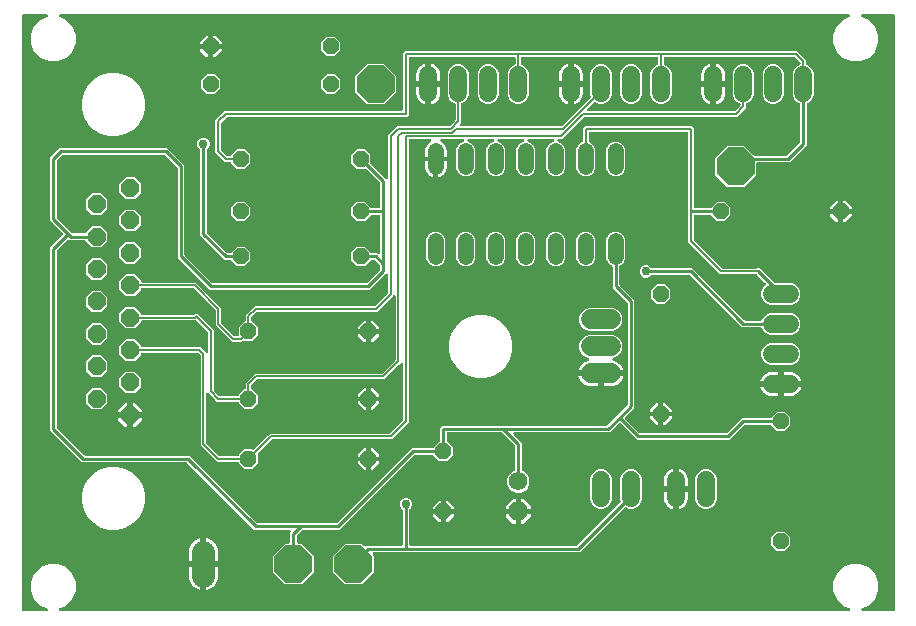
<source format=gbr>
G04 EAGLE Gerber RS-274X export*
G75*
%MOMM*%
%FSLAX34Y34*%
%LPD*%
%INTop Copper*%
%IPPOS*%
%AMOC8*
5,1,8,0,0,1.08239X$1,22.5*%
G01*
%ADD10C,1.508000*%
%ADD11C,1.320800*%
%ADD12P,1.429621X8X112.500000*%
%ADD13C,1.676400*%
%ADD14P,1.649562X8X292.500000*%
%ADD15P,1.429621X8X22.500000*%
%ADD16P,1.429621X8X202.500000*%
%ADD17P,1.429621X8X292.500000*%
%ADD18P,1.704548X8X292.500000*%
%ADD19C,1.574800*%
%ADD20P,3.409096X8X22.500000*%
%ADD21C,1.981200*%
%ADD22C,0.254000*%
%ADD23C,0.756400*%
%ADD24C,0.152400*%
%ADD25C,0.203200*%

G36*
X32288Y-516119D02*
X32288Y-516119D01*
X32358Y-516120D01*
X32445Y-516099D01*
X32534Y-516087D01*
X32599Y-516062D01*
X32667Y-516045D01*
X32746Y-516003D01*
X32830Y-515970D01*
X32886Y-515929D01*
X32948Y-515897D01*
X33015Y-515836D01*
X33087Y-515784D01*
X33132Y-515730D01*
X33183Y-515683D01*
X33233Y-515608D01*
X33290Y-515539D01*
X33320Y-515475D01*
X33358Y-515417D01*
X33387Y-515332D01*
X33426Y-515251D01*
X33439Y-515182D01*
X33461Y-515116D01*
X33468Y-515027D01*
X33485Y-514939D01*
X33481Y-514869D01*
X33487Y-514799D01*
X33471Y-514711D01*
X33466Y-514621D01*
X33444Y-514555D01*
X33432Y-514486D01*
X33395Y-514404D01*
X33368Y-514319D01*
X33330Y-514260D01*
X33302Y-514196D01*
X33245Y-514126D01*
X33197Y-514050D01*
X33147Y-514002D01*
X33103Y-513948D01*
X33031Y-513893D01*
X32966Y-513832D01*
X32905Y-513798D01*
X32849Y-513756D01*
X32704Y-513685D01*
X27309Y-511450D01*
X21950Y-506091D01*
X19049Y-499089D01*
X19049Y-491511D01*
X21950Y-484509D01*
X27309Y-479150D01*
X34311Y-476249D01*
X41889Y-476249D01*
X48891Y-479150D01*
X54250Y-484509D01*
X57151Y-491511D01*
X57151Y-499089D01*
X54250Y-506091D01*
X48891Y-511450D01*
X43496Y-513685D01*
X43435Y-513720D01*
X43370Y-513746D01*
X43298Y-513798D01*
X43219Y-513843D01*
X43169Y-513891D01*
X43113Y-513932D01*
X43055Y-514002D01*
X42991Y-514064D01*
X42955Y-514124D01*
X42910Y-514177D01*
X42872Y-514259D01*
X42825Y-514335D01*
X42804Y-514402D01*
X42774Y-514465D01*
X42758Y-514553D01*
X42731Y-514639D01*
X42728Y-514709D01*
X42715Y-514778D01*
X42720Y-514867D01*
X42716Y-514957D01*
X42730Y-515025D01*
X42734Y-515095D01*
X42762Y-515180D01*
X42780Y-515268D01*
X42811Y-515331D01*
X42832Y-515397D01*
X42880Y-515473D01*
X42920Y-515554D01*
X42965Y-515607D01*
X43003Y-515666D01*
X43068Y-515728D01*
X43126Y-515796D01*
X43183Y-515836D01*
X43234Y-515884D01*
X43313Y-515927D01*
X43386Y-515979D01*
X43452Y-516004D01*
X43513Y-516038D01*
X43600Y-516060D01*
X43684Y-516092D01*
X43753Y-516100D01*
X43821Y-516117D01*
X43981Y-516127D01*
X711669Y-516127D01*
X711738Y-516119D01*
X711808Y-516120D01*
X711895Y-516099D01*
X711984Y-516087D01*
X712049Y-516062D01*
X712117Y-516045D01*
X712196Y-516003D01*
X712280Y-515970D01*
X712336Y-515929D01*
X712398Y-515897D01*
X712465Y-515836D01*
X712537Y-515784D01*
X712582Y-515730D01*
X712633Y-515683D01*
X712683Y-515608D01*
X712740Y-515539D01*
X712770Y-515475D01*
X712808Y-515417D01*
X712837Y-515332D01*
X712876Y-515251D01*
X712889Y-515182D01*
X712911Y-515116D01*
X712918Y-515027D01*
X712935Y-514939D01*
X712931Y-514869D01*
X712937Y-514799D01*
X712921Y-514711D01*
X712916Y-514621D01*
X712894Y-514555D01*
X712882Y-514486D01*
X712845Y-514404D01*
X712818Y-514319D01*
X712780Y-514260D01*
X712752Y-514196D01*
X712695Y-514126D01*
X712647Y-514050D01*
X712597Y-514002D01*
X712553Y-513948D01*
X712481Y-513893D01*
X712416Y-513832D01*
X712355Y-513798D01*
X712299Y-513756D01*
X712154Y-513685D01*
X706759Y-511450D01*
X701400Y-506091D01*
X698499Y-499089D01*
X698499Y-491511D01*
X701400Y-484509D01*
X706759Y-479150D01*
X713761Y-476249D01*
X721339Y-476249D01*
X728341Y-479150D01*
X733700Y-484509D01*
X736601Y-491511D01*
X736601Y-499089D01*
X733700Y-506091D01*
X728341Y-511450D01*
X722946Y-513685D01*
X722885Y-513720D01*
X722820Y-513746D01*
X722748Y-513798D01*
X722669Y-513843D01*
X722619Y-513891D01*
X722563Y-513932D01*
X722505Y-514002D01*
X722441Y-514064D01*
X722405Y-514124D01*
X722360Y-514177D01*
X722322Y-514259D01*
X722275Y-514335D01*
X722254Y-514402D01*
X722224Y-514465D01*
X722208Y-514553D01*
X722181Y-514639D01*
X722178Y-514709D01*
X722165Y-514778D01*
X722170Y-514867D01*
X722166Y-514957D01*
X722180Y-515025D01*
X722184Y-515095D01*
X722212Y-515180D01*
X722230Y-515268D01*
X722261Y-515331D01*
X722282Y-515397D01*
X722330Y-515473D01*
X722370Y-515554D01*
X722415Y-515607D01*
X722453Y-515666D01*
X722518Y-515728D01*
X722576Y-515796D01*
X722633Y-515836D01*
X722684Y-515884D01*
X722763Y-515927D01*
X722836Y-515979D01*
X722902Y-516004D01*
X722963Y-516038D01*
X723050Y-516060D01*
X723134Y-516092D01*
X723203Y-516100D01*
X723271Y-516117D01*
X723431Y-516127D01*
X749300Y-516127D01*
X749418Y-516112D01*
X749537Y-516105D01*
X749575Y-516092D01*
X749616Y-516087D01*
X749726Y-516044D01*
X749839Y-516007D01*
X749874Y-515985D01*
X749911Y-515970D01*
X750007Y-515901D01*
X750108Y-515837D01*
X750136Y-515807D01*
X750169Y-515784D01*
X750245Y-515692D01*
X750326Y-515605D01*
X750346Y-515570D01*
X750371Y-515539D01*
X750422Y-515431D01*
X750480Y-515327D01*
X750490Y-515287D01*
X750507Y-515251D01*
X750529Y-515134D01*
X750559Y-515019D01*
X750563Y-514959D01*
X750567Y-514939D01*
X750565Y-514918D01*
X750569Y-514858D01*
X750569Y-12192D01*
X750554Y-12074D01*
X750547Y-11955D01*
X750534Y-11917D01*
X750529Y-11876D01*
X750486Y-11766D01*
X750449Y-11653D01*
X750427Y-11618D01*
X750412Y-11581D01*
X750343Y-11485D01*
X750279Y-11384D01*
X750249Y-11356D01*
X750226Y-11323D01*
X750134Y-11247D01*
X750047Y-11166D01*
X750012Y-11146D01*
X749981Y-11121D01*
X749873Y-11070D01*
X749769Y-11012D01*
X749729Y-11002D01*
X749693Y-10985D01*
X749576Y-10963D01*
X749461Y-10933D01*
X749401Y-10929D01*
X749381Y-10925D01*
X749360Y-10927D01*
X749300Y-10923D01*
X723431Y-10923D01*
X723362Y-10931D01*
X723292Y-10930D01*
X723205Y-10951D01*
X723116Y-10963D01*
X723051Y-10988D01*
X722983Y-11005D01*
X722904Y-11047D01*
X722820Y-11080D01*
X722764Y-11121D01*
X722702Y-11153D01*
X722635Y-11214D01*
X722563Y-11266D01*
X722518Y-11320D01*
X722467Y-11367D01*
X722417Y-11442D01*
X722360Y-11511D01*
X722330Y-11575D01*
X722292Y-11633D01*
X722263Y-11718D01*
X722224Y-11799D01*
X722211Y-11868D01*
X722189Y-11934D01*
X722182Y-12023D01*
X722165Y-12111D01*
X722169Y-12181D01*
X722163Y-12251D01*
X722179Y-12339D01*
X722184Y-12429D01*
X722206Y-12495D01*
X722218Y-12564D01*
X722255Y-12646D01*
X722282Y-12731D01*
X722320Y-12790D01*
X722348Y-12854D01*
X722405Y-12924D01*
X722453Y-13000D01*
X722503Y-13048D01*
X722547Y-13102D01*
X722619Y-13157D01*
X722684Y-13218D01*
X722745Y-13252D01*
X722801Y-13294D01*
X722946Y-13365D01*
X728341Y-15600D01*
X733700Y-20959D01*
X736601Y-27961D01*
X736601Y-35539D01*
X733700Y-42541D01*
X728341Y-47900D01*
X721339Y-50801D01*
X713761Y-50801D01*
X706759Y-47900D01*
X701400Y-42541D01*
X698499Y-35539D01*
X698499Y-27961D01*
X701400Y-20959D01*
X706759Y-15600D01*
X712154Y-13365D01*
X712215Y-13330D01*
X712280Y-13304D01*
X712352Y-13252D01*
X712431Y-13207D01*
X712481Y-13159D01*
X712537Y-13118D01*
X712595Y-13048D01*
X712659Y-12986D01*
X712695Y-12926D01*
X712740Y-12873D01*
X712778Y-12791D01*
X712825Y-12715D01*
X712846Y-12648D01*
X712876Y-12585D01*
X712892Y-12497D01*
X712919Y-12411D01*
X712922Y-12341D01*
X712935Y-12272D01*
X712930Y-12183D01*
X712934Y-12093D01*
X712920Y-12025D01*
X712916Y-11955D01*
X712888Y-11870D01*
X712870Y-11782D01*
X712839Y-11719D01*
X712818Y-11653D01*
X712770Y-11577D01*
X712730Y-11496D01*
X712685Y-11443D01*
X712647Y-11384D01*
X712582Y-11322D01*
X712524Y-11254D01*
X712467Y-11214D01*
X712416Y-11166D01*
X712337Y-11123D01*
X712264Y-11071D01*
X712198Y-11046D01*
X712137Y-11012D01*
X712050Y-10990D01*
X711966Y-10958D01*
X711897Y-10950D01*
X711829Y-10933D01*
X711669Y-10923D01*
X43981Y-10923D01*
X43912Y-10931D01*
X43842Y-10930D01*
X43755Y-10951D01*
X43666Y-10963D01*
X43601Y-10988D01*
X43533Y-11005D01*
X43454Y-11047D01*
X43370Y-11080D01*
X43314Y-11121D01*
X43252Y-11153D01*
X43185Y-11214D01*
X43113Y-11266D01*
X43068Y-11320D01*
X43017Y-11367D01*
X42967Y-11442D01*
X42910Y-11511D01*
X42880Y-11575D01*
X42842Y-11633D01*
X42813Y-11718D01*
X42774Y-11799D01*
X42761Y-11868D01*
X42739Y-11934D01*
X42732Y-12023D01*
X42715Y-12111D01*
X42719Y-12181D01*
X42713Y-12251D01*
X42729Y-12339D01*
X42734Y-12429D01*
X42756Y-12495D01*
X42768Y-12564D01*
X42805Y-12646D01*
X42832Y-12731D01*
X42870Y-12790D01*
X42898Y-12854D01*
X42955Y-12924D01*
X43003Y-13000D01*
X43053Y-13048D01*
X43097Y-13102D01*
X43169Y-13157D01*
X43234Y-13218D01*
X43295Y-13252D01*
X43351Y-13294D01*
X43496Y-13365D01*
X48891Y-15600D01*
X54250Y-20959D01*
X57151Y-27961D01*
X57151Y-35539D01*
X54250Y-42541D01*
X48891Y-47900D01*
X41889Y-50801D01*
X34311Y-50801D01*
X27309Y-47900D01*
X21950Y-42541D01*
X19049Y-35539D01*
X19049Y-27961D01*
X21950Y-20959D01*
X27309Y-15600D01*
X32704Y-13365D01*
X32765Y-13330D01*
X32830Y-13304D01*
X32902Y-13252D01*
X32981Y-13207D01*
X33031Y-13159D01*
X33087Y-13118D01*
X33145Y-13048D01*
X33209Y-12986D01*
X33245Y-12926D01*
X33290Y-12873D01*
X33328Y-12791D01*
X33375Y-12715D01*
X33396Y-12648D01*
X33426Y-12585D01*
X33442Y-12497D01*
X33469Y-12411D01*
X33472Y-12341D01*
X33485Y-12272D01*
X33480Y-12183D01*
X33484Y-12093D01*
X33470Y-12025D01*
X33466Y-11955D01*
X33438Y-11870D01*
X33420Y-11782D01*
X33389Y-11719D01*
X33368Y-11653D01*
X33320Y-11577D01*
X33280Y-11496D01*
X33235Y-11443D01*
X33197Y-11384D01*
X33132Y-11322D01*
X33074Y-11254D01*
X33017Y-11214D01*
X32966Y-11166D01*
X32887Y-11123D01*
X32814Y-11071D01*
X32748Y-11046D01*
X32687Y-11012D01*
X32600Y-10990D01*
X32516Y-10958D01*
X32447Y-10950D01*
X32379Y-10933D01*
X32219Y-10923D01*
X12700Y-10923D01*
X12582Y-10938D01*
X12463Y-10945D01*
X12425Y-10958D01*
X12384Y-10963D01*
X12274Y-11006D01*
X12161Y-11043D01*
X12126Y-11065D01*
X12089Y-11080D01*
X11993Y-11149D01*
X11892Y-11213D01*
X11864Y-11243D01*
X11831Y-11266D01*
X11756Y-11358D01*
X11674Y-11445D01*
X11654Y-11480D01*
X11629Y-11511D01*
X11578Y-11619D01*
X11520Y-11723D01*
X11510Y-11763D01*
X11493Y-11799D01*
X11471Y-11916D01*
X11441Y-12031D01*
X11437Y-12091D01*
X11433Y-12111D01*
X11435Y-12132D01*
X11431Y-12192D01*
X11431Y-514858D01*
X11446Y-514976D01*
X11453Y-515095D01*
X11466Y-515133D01*
X11471Y-515174D01*
X11514Y-515284D01*
X11551Y-515397D01*
X11573Y-515432D01*
X11588Y-515469D01*
X11658Y-515565D01*
X11721Y-515666D01*
X11751Y-515694D01*
X11774Y-515727D01*
X11866Y-515803D01*
X11953Y-515884D01*
X11988Y-515904D01*
X12019Y-515929D01*
X12127Y-515980D01*
X12231Y-516038D01*
X12271Y-516048D01*
X12307Y-516065D01*
X12424Y-516087D01*
X12539Y-516117D01*
X12600Y-516121D01*
X12620Y-516125D01*
X12640Y-516123D01*
X12700Y-516127D01*
X32219Y-516127D01*
X32288Y-516119D01*
G37*
%LPC*%
G36*
X234145Y-493523D02*
X234145Y-493523D01*
X224027Y-483405D01*
X224027Y-469095D01*
X234145Y-458977D01*
X237236Y-458977D01*
X237354Y-458962D01*
X237473Y-458955D01*
X237511Y-458942D01*
X237552Y-458937D01*
X237662Y-458894D01*
X237775Y-458857D01*
X237810Y-458835D01*
X237847Y-458820D01*
X237943Y-458751D01*
X238044Y-458687D01*
X238072Y-458657D01*
X238105Y-458634D01*
X238181Y-458542D01*
X238262Y-458455D01*
X238282Y-458420D01*
X238307Y-458389D01*
X238358Y-458281D01*
X238416Y-458177D01*
X238426Y-458137D01*
X238443Y-458101D01*
X238465Y-457984D01*
X238495Y-457869D01*
X238499Y-457809D01*
X238503Y-457789D01*
X238501Y-457768D01*
X238505Y-457708D01*
X238505Y-449692D01*
X238736Y-449462D01*
X238821Y-449352D01*
X238910Y-449245D01*
X238919Y-449226D01*
X238931Y-449210D01*
X238987Y-449082D01*
X239046Y-448957D01*
X239049Y-448937D01*
X239057Y-448918D01*
X239079Y-448780D01*
X239105Y-448644D01*
X239104Y-448624D01*
X239107Y-448604D01*
X239094Y-448465D01*
X239086Y-448327D01*
X239079Y-448308D01*
X239078Y-448288D01*
X239030Y-448157D01*
X238988Y-448025D01*
X238977Y-448007D01*
X238970Y-447988D01*
X238892Y-447874D01*
X238817Y-447756D01*
X238803Y-447742D01*
X238791Y-447725D01*
X238687Y-447633D01*
X238586Y-447538D01*
X238568Y-447528D01*
X238553Y-447515D01*
X238429Y-447452D01*
X238307Y-447384D01*
X238288Y-447379D01*
X238270Y-447370D01*
X238134Y-447340D01*
X237999Y-447305D01*
X237971Y-447303D01*
X237959Y-447300D01*
X237939Y-447301D01*
X237839Y-447295D01*
X208392Y-447295D01*
X151614Y-390516D01*
X151536Y-390456D01*
X151464Y-390388D01*
X151411Y-390359D01*
X151363Y-390322D01*
X151272Y-390282D01*
X151185Y-390234D01*
X151127Y-390219D01*
X151071Y-390195D01*
X150973Y-390180D01*
X150877Y-390155D01*
X150777Y-390149D01*
X150757Y-390145D01*
X150745Y-390147D01*
X150717Y-390145D01*
X62342Y-390145D01*
X60334Y-388136D01*
X35305Y-363108D01*
X35305Y-208392D01*
X37314Y-206384D01*
X45950Y-197748D01*
X46023Y-197653D01*
X46102Y-197564D01*
X46120Y-197528D01*
X46145Y-197496D01*
X46192Y-197387D01*
X46247Y-197281D01*
X46255Y-197242D01*
X46271Y-197204D01*
X46290Y-197087D01*
X46316Y-196971D01*
X46315Y-196930D01*
X46321Y-196890D01*
X46310Y-196772D01*
X46307Y-196653D01*
X46295Y-196614D01*
X46291Y-196574D01*
X46251Y-196461D01*
X46218Y-196347D01*
X46198Y-196313D01*
X46184Y-196274D01*
X46117Y-196176D01*
X46057Y-196073D01*
X46017Y-196028D01*
X46005Y-196011D01*
X45990Y-195998D01*
X45950Y-195953D01*
X35305Y-185308D01*
X35305Y-132192D01*
X43292Y-124205D01*
X134508Y-124205D01*
X148845Y-138542D01*
X148845Y-214217D01*
X148857Y-214315D01*
X148860Y-214414D01*
X148877Y-214472D01*
X148885Y-214532D01*
X148921Y-214624D01*
X148949Y-214719D01*
X148979Y-214772D01*
X149002Y-214828D01*
X149060Y-214908D01*
X149110Y-214993D01*
X149176Y-215069D01*
X149188Y-215085D01*
X149198Y-215093D01*
X149216Y-215114D01*
X172236Y-238134D01*
X172314Y-238194D01*
X172386Y-238262D01*
X172439Y-238291D01*
X172487Y-238328D01*
X172578Y-238368D01*
X172665Y-238416D01*
X172723Y-238431D01*
X172779Y-238455D01*
X172877Y-238470D01*
X172973Y-238495D01*
X173073Y-238501D01*
X173093Y-238505D01*
X173105Y-238503D01*
X173133Y-238505D01*
X303117Y-238505D01*
X303215Y-238493D01*
X303314Y-238490D01*
X303372Y-238473D01*
X303432Y-238465D01*
X303524Y-238429D01*
X303619Y-238401D01*
X303672Y-238371D01*
X303728Y-238348D01*
X303808Y-238290D01*
X303893Y-238240D01*
X303969Y-238174D01*
X303985Y-238162D01*
X303993Y-238152D01*
X304014Y-238134D01*
X314334Y-227814D01*
X314394Y-227736D01*
X314462Y-227664D01*
X314491Y-227611D01*
X314528Y-227563D01*
X314568Y-227472D01*
X314616Y-227385D01*
X314631Y-227327D01*
X314655Y-227271D01*
X314670Y-227173D01*
X314695Y-227077D01*
X314701Y-226977D01*
X314705Y-226957D01*
X314703Y-226945D01*
X314705Y-226917D01*
X314705Y-223933D01*
X314693Y-223835D01*
X314690Y-223736D01*
X314673Y-223678D01*
X314665Y-223618D01*
X314629Y-223526D01*
X314601Y-223431D01*
X314571Y-223378D01*
X314548Y-223322D01*
X314490Y-223242D01*
X314440Y-223157D01*
X314374Y-223081D01*
X314362Y-223065D01*
X314352Y-223057D01*
X314334Y-223036D01*
X310364Y-219066D01*
X310286Y-219006D01*
X310214Y-218938D01*
X310161Y-218909D01*
X310113Y-218872D01*
X310022Y-218832D01*
X309935Y-218784D01*
X309877Y-218769D01*
X309821Y-218745D01*
X309723Y-218730D01*
X309627Y-218705D01*
X309527Y-218699D01*
X309507Y-218695D01*
X309495Y-218697D01*
X309467Y-218695D01*
X307677Y-218695D01*
X307579Y-218707D01*
X307480Y-218710D01*
X307421Y-218727D01*
X307361Y-218735D01*
X307269Y-218771D01*
X307174Y-218799D01*
X307122Y-218829D01*
X307066Y-218852D01*
X306986Y-218910D01*
X306900Y-218960D01*
X306825Y-219026D01*
X306808Y-219038D01*
X306800Y-219048D01*
X306779Y-219066D01*
X301817Y-224029D01*
X295083Y-224029D01*
X290321Y-219267D01*
X290321Y-212533D01*
X295083Y-207771D01*
X301817Y-207771D01*
X306779Y-212734D01*
X306858Y-212794D01*
X306930Y-212862D01*
X306983Y-212891D01*
X307031Y-212928D01*
X307122Y-212968D01*
X307208Y-213016D01*
X307267Y-213031D01*
X307322Y-213055D01*
X307420Y-213070D01*
X307516Y-213095D01*
X307616Y-213101D01*
X307636Y-213105D01*
X307649Y-213103D01*
X307677Y-213105D01*
X312308Y-213105D01*
X312538Y-213336D01*
X312648Y-213421D01*
X312755Y-213510D01*
X312774Y-213519D01*
X312790Y-213531D01*
X312918Y-213587D01*
X313043Y-213646D01*
X313063Y-213649D01*
X313082Y-213657D01*
X313220Y-213679D01*
X313356Y-213705D01*
X313376Y-213704D01*
X313396Y-213707D01*
X313535Y-213694D01*
X313673Y-213686D01*
X313692Y-213679D01*
X313712Y-213678D01*
X313843Y-213630D01*
X313975Y-213588D01*
X313993Y-213577D01*
X314012Y-213570D01*
X314126Y-213492D01*
X314244Y-213417D01*
X314258Y-213403D01*
X314275Y-213391D01*
X314367Y-213287D01*
X314462Y-213186D01*
X314472Y-213168D01*
X314485Y-213153D01*
X314548Y-213029D01*
X314616Y-212907D01*
X314621Y-212888D01*
X314630Y-212870D01*
X314660Y-212734D01*
X314695Y-212599D01*
X314697Y-212571D01*
X314700Y-212559D01*
X314699Y-212539D01*
X314705Y-212439D01*
X314705Y-181864D01*
X314690Y-181746D01*
X314683Y-181627D01*
X314670Y-181589D01*
X314665Y-181548D01*
X314622Y-181438D01*
X314585Y-181325D01*
X314563Y-181290D01*
X314548Y-181253D01*
X314479Y-181157D01*
X314415Y-181056D01*
X314385Y-181028D01*
X314362Y-180995D01*
X314270Y-180919D01*
X314183Y-180838D01*
X314148Y-180818D01*
X314117Y-180793D01*
X314009Y-180742D01*
X313905Y-180684D01*
X313865Y-180674D01*
X313829Y-180657D01*
X313712Y-180635D01*
X313597Y-180605D01*
X313537Y-180601D01*
X313517Y-180597D01*
X313496Y-180599D01*
X313436Y-180595D01*
X307677Y-180595D01*
X307579Y-180607D01*
X307480Y-180610D01*
X307421Y-180627D01*
X307361Y-180635D01*
X307269Y-180671D01*
X307174Y-180699D01*
X307122Y-180729D01*
X307066Y-180752D01*
X306986Y-180810D01*
X306900Y-180860D01*
X306825Y-180926D01*
X306808Y-180938D01*
X306800Y-180948D01*
X306779Y-180966D01*
X301817Y-185929D01*
X295083Y-185929D01*
X290321Y-181167D01*
X290321Y-174433D01*
X295083Y-169671D01*
X301817Y-169671D01*
X306779Y-174634D01*
X306858Y-174694D01*
X306930Y-174762D01*
X306983Y-174791D01*
X307031Y-174828D01*
X307122Y-174868D01*
X307208Y-174916D01*
X307267Y-174931D01*
X307322Y-174955D01*
X307420Y-174970D01*
X307516Y-174995D01*
X307616Y-175001D01*
X307636Y-175005D01*
X307649Y-175003D01*
X307677Y-175005D01*
X313436Y-175005D01*
X313554Y-174990D01*
X313673Y-174983D01*
X313711Y-174970D01*
X313752Y-174965D01*
X313862Y-174922D01*
X313975Y-174885D01*
X314010Y-174863D01*
X314047Y-174848D01*
X314143Y-174779D01*
X314244Y-174715D01*
X314272Y-174685D01*
X314305Y-174662D01*
X314381Y-174570D01*
X314462Y-174483D01*
X314482Y-174448D01*
X314507Y-174417D01*
X314558Y-174309D01*
X314616Y-174205D01*
X314626Y-174165D01*
X314643Y-174129D01*
X314665Y-174012D01*
X314695Y-173897D01*
X314699Y-173837D01*
X314703Y-173817D01*
X314701Y-173796D01*
X314705Y-173736D01*
X314705Y-154083D01*
X314693Y-153985D01*
X314690Y-153886D01*
X314673Y-153828D01*
X314665Y-153768D01*
X314629Y-153676D01*
X314601Y-153581D01*
X314571Y-153528D01*
X314548Y-153472D01*
X314490Y-153392D01*
X314440Y-153307D01*
X314374Y-153231D01*
X314362Y-153215D01*
X314352Y-153207D01*
X314334Y-153186D01*
X302998Y-141850D01*
X302920Y-141790D01*
X302848Y-141722D01*
X302795Y-141693D01*
X302747Y-141656D01*
X302656Y-141616D01*
X302569Y-141568D01*
X302511Y-141553D01*
X302455Y-141529D01*
X302357Y-141514D01*
X302261Y-141489D01*
X302161Y-141483D01*
X302141Y-141479D01*
X302129Y-141481D01*
X302101Y-141479D01*
X295083Y-141479D01*
X290321Y-136717D01*
X290321Y-129983D01*
X295083Y-125221D01*
X301817Y-125221D01*
X306579Y-129983D01*
X306579Y-137001D01*
X306591Y-137099D01*
X306594Y-137198D01*
X306611Y-137256D01*
X306619Y-137316D01*
X306655Y-137408D01*
X306683Y-137503D01*
X306713Y-137556D01*
X306736Y-137612D01*
X306794Y-137692D01*
X306844Y-137777D01*
X306910Y-137853D01*
X306922Y-137869D01*
X306932Y-137877D01*
X306950Y-137898D01*
X319397Y-150344D01*
X319506Y-150429D01*
X319613Y-150518D01*
X319632Y-150527D01*
X319648Y-150539D01*
X319776Y-150595D01*
X319901Y-150654D01*
X319921Y-150657D01*
X319940Y-150665D01*
X320078Y-150687D01*
X320214Y-150713D01*
X320234Y-150712D01*
X320254Y-150715D01*
X320393Y-150702D01*
X320531Y-150694D01*
X320550Y-150687D01*
X320570Y-150686D01*
X320702Y-150638D01*
X320833Y-150596D01*
X320851Y-150585D01*
X320870Y-150578D01*
X320985Y-150500D01*
X321102Y-150425D01*
X321116Y-150411D01*
X321133Y-150399D01*
X321225Y-150295D01*
X321320Y-150194D01*
X321330Y-150176D01*
X321343Y-150161D01*
X321407Y-150037D01*
X321474Y-149915D01*
X321479Y-149896D01*
X321488Y-149878D01*
X321518Y-149742D01*
X321553Y-149607D01*
X321555Y-149579D01*
X321558Y-149567D01*
X321557Y-149547D01*
X321563Y-149447D01*
X321563Y-113353D01*
X323274Y-111642D01*
X323275Y-111642D01*
X327542Y-107375D01*
X329253Y-105663D01*
X373177Y-105663D01*
X373275Y-105651D01*
X373374Y-105648D01*
X373433Y-105631D01*
X373493Y-105623D01*
X373585Y-105587D01*
X373680Y-105559D01*
X373732Y-105529D01*
X373788Y-105506D01*
X373868Y-105448D01*
X373954Y-105398D01*
X374029Y-105332D01*
X374046Y-105320D01*
X374053Y-105310D01*
X374075Y-105292D01*
X378342Y-101025D01*
X378402Y-100946D01*
X378470Y-100874D01*
X378499Y-100821D01*
X378536Y-100773D01*
X378576Y-100682D01*
X378624Y-100596D01*
X378639Y-100537D01*
X378663Y-100481D01*
X378678Y-100383D01*
X378703Y-100288D01*
X378709Y-100188D01*
X378713Y-100167D01*
X378711Y-100155D01*
X378713Y-100127D01*
X378713Y-87102D01*
X378710Y-87073D01*
X378712Y-87044D01*
X378695Y-86945D01*
X378691Y-86884D01*
X378682Y-86857D01*
X378673Y-86787D01*
X378663Y-86760D01*
X378658Y-86730D01*
X378604Y-86612D01*
X378597Y-86594D01*
X378593Y-86581D01*
X378591Y-86578D01*
X378556Y-86491D01*
X378539Y-86467D01*
X378527Y-86440D01*
X378446Y-86339D01*
X378370Y-86234D01*
X378347Y-86215D01*
X378328Y-86192D01*
X378225Y-86114D01*
X378125Y-86031D01*
X378098Y-86019D01*
X378074Y-86001D01*
X377930Y-85930D01*
X375865Y-85075D01*
X373315Y-82525D01*
X371935Y-79193D01*
X371935Y-60507D01*
X373315Y-57175D01*
X375865Y-54625D01*
X379197Y-53245D01*
X382803Y-53245D01*
X386135Y-54625D01*
X388685Y-57175D01*
X390065Y-60507D01*
X390065Y-79193D01*
X388685Y-82525D01*
X386135Y-85075D01*
X384070Y-85930D01*
X384045Y-85944D01*
X384017Y-85954D01*
X383907Y-86023D01*
X383794Y-86087D01*
X383773Y-86108D01*
X383748Y-86124D01*
X383659Y-86218D01*
X383566Y-86309D01*
X383550Y-86334D01*
X383530Y-86355D01*
X383467Y-86469D01*
X383399Y-86580D01*
X383391Y-86608D01*
X383376Y-86634D01*
X383356Y-86714D01*
X383349Y-86728D01*
X383341Y-86768D01*
X383306Y-86884D01*
X383304Y-86913D01*
X383297Y-86942D01*
X383291Y-87029D01*
X383289Y-87040D01*
X383290Y-87051D01*
X383287Y-87102D01*
X383287Y-102547D01*
X382337Y-103497D01*
X382252Y-103606D01*
X382164Y-103713D01*
X382155Y-103732D01*
X382142Y-103748D01*
X382087Y-103875D01*
X382028Y-104001D01*
X382024Y-104021D01*
X382016Y-104040D01*
X381994Y-104178D01*
X381968Y-104314D01*
X381969Y-104334D01*
X381966Y-104354D01*
X381979Y-104493D01*
X381988Y-104631D01*
X381994Y-104650D01*
X381996Y-104670D01*
X382043Y-104802D01*
X382086Y-104933D01*
X382097Y-104951D01*
X382104Y-104970D01*
X382182Y-105085D01*
X382256Y-105202D01*
X382271Y-105216D01*
X382282Y-105233D01*
X382387Y-105325D01*
X382488Y-105420D01*
X382505Y-105430D01*
X382521Y-105443D01*
X382645Y-105507D01*
X382766Y-105574D01*
X382786Y-105579D01*
X382804Y-105588D01*
X382940Y-105618D01*
X383074Y-105653D01*
X383102Y-105655D01*
X383114Y-105658D01*
X383135Y-105657D01*
X383235Y-105663D01*
X468427Y-105663D01*
X468525Y-105651D01*
X468624Y-105648D01*
X468682Y-105631D01*
X468743Y-105623D01*
X468835Y-105587D01*
X468930Y-105559D01*
X468982Y-105529D01*
X469038Y-105506D01*
X469118Y-105448D01*
X469204Y-105398D01*
X469279Y-105332D01*
X469296Y-105320D01*
X469303Y-105310D01*
X469325Y-105292D01*
X492817Y-81799D01*
X492835Y-81776D01*
X492857Y-81757D01*
X492932Y-81651D01*
X493012Y-81548D01*
X493023Y-81521D01*
X493040Y-81497D01*
X493086Y-81376D01*
X493138Y-81256D01*
X493143Y-81227D01*
X493153Y-81199D01*
X493167Y-81070D01*
X493188Y-80942D01*
X493185Y-80913D01*
X493188Y-80883D01*
X493170Y-80755D01*
X493158Y-80625D01*
X493148Y-80598D01*
X493144Y-80568D01*
X493092Y-80416D01*
X492585Y-79193D01*
X492585Y-60507D01*
X493965Y-57175D01*
X496515Y-54625D01*
X499847Y-53245D01*
X503453Y-53245D01*
X506785Y-54625D01*
X509335Y-57175D01*
X510715Y-60507D01*
X510715Y-79193D01*
X509335Y-82525D01*
X506785Y-85075D01*
X503453Y-86455D01*
X499847Y-86455D01*
X496941Y-85251D01*
X496913Y-85243D01*
X496886Y-85230D01*
X496759Y-85201D01*
X496634Y-85167D01*
X496605Y-85167D01*
X496576Y-85160D01*
X496446Y-85164D01*
X496316Y-85162D01*
X496288Y-85169D01*
X496258Y-85170D01*
X496133Y-85206D01*
X496007Y-85236D01*
X495981Y-85250D01*
X495953Y-85258D01*
X495841Y-85324D01*
X495726Y-85385D01*
X495704Y-85405D01*
X495679Y-85420D01*
X495558Y-85526D01*
X490287Y-90797D01*
X490202Y-90906D01*
X490114Y-91013D01*
X490105Y-91032D01*
X490092Y-91048D01*
X490037Y-91176D01*
X489978Y-91301D01*
X489974Y-91321D01*
X489966Y-91340D01*
X489944Y-91478D01*
X489918Y-91614D01*
X489919Y-91634D01*
X489916Y-91654D01*
X489929Y-91793D01*
X489938Y-91931D01*
X489944Y-91950D01*
X489946Y-91970D01*
X489993Y-92102D01*
X490036Y-92233D01*
X490047Y-92251D01*
X490054Y-92270D01*
X490132Y-92385D01*
X490206Y-92502D01*
X490221Y-92516D01*
X490232Y-92533D01*
X490336Y-92625D01*
X490438Y-92720D01*
X490456Y-92730D01*
X490471Y-92743D01*
X490595Y-92807D01*
X490716Y-92874D01*
X490736Y-92879D01*
X490754Y-92888D01*
X490890Y-92918D01*
X491024Y-92953D01*
X491052Y-92955D01*
X491064Y-92958D01*
X491085Y-92957D01*
X491185Y-92963D01*
X614477Y-92963D01*
X614575Y-92951D01*
X614674Y-92948D01*
X614732Y-92931D01*
X614793Y-92923D01*
X614885Y-92887D01*
X614980Y-92859D01*
X615032Y-92829D01*
X615088Y-92806D01*
X615168Y-92748D01*
X615254Y-92698D01*
X615329Y-92632D01*
X615346Y-92620D01*
X615353Y-92610D01*
X615375Y-92592D01*
X619642Y-88325D01*
X619702Y-88246D01*
X619770Y-88174D01*
X619799Y-88121D01*
X619836Y-88073D01*
X619876Y-87982D01*
X619924Y-87896D01*
X619939Y-87837D01*
X619963Y-87781D01*
X619978Y-87684D01*
X620003Y-87588D01*
X620009Y-87488D01*
X620013Y-87467D01*
X620011Y-87455D01*
X620013Y-87427D01*
X620013Y-87102D01*
X620010Y-87073D01*
X620012Y-87044D01*
X619995Y-86945D01*
X619991Y-86884D01*
X619982Y-86857D01*
X619973Y-86787D01*
X619963Y-86760D01*
X619958Y-86730D01*
X619904Y-86612D01*
X619897Y-86594D01*
X619893Y-86581D01*
X619891Y-86578D01*
X619856Y-86491D01*
X619839Y-86467D01*
X619827Y-86440D01*
X619746Y-86339D01*
X619670Y-86234D01*
X619647Y-86215D01*
X619628Y-86192D01*
X619525Y-86114D01*
X619425Y-86031D01*
X619398Y-86019D01*
X619374Y-86001D01*
X619230Y-85930D01*
X617165Y-85075D01*
X614615Y-82525D01*
X613235Y-79193D01*
X613235Y-60507D01*
X614615Y-57175D01*
X617165Y-54625D01*
X620497Y-53245D01*
X624103Y-53245D01*
X627435Y-54625D01*
X629985Y-57175D01*
X631365Y-60507D01*
X631365Y-79193D01*
X629985Y-82525D01*
X627435Y-85075D01*
X625370Y-85930D01*
X625345Y-85944D01*
X625317Y-85954D01*
X625207Y-86023D01*
X625094Y-86087D01*
X625073Y-86108D01*
X625048Y-86124D01*
X624959Y-86218D01*
X624866Y-86309D01*
X624850Y-86334D01*
X624830Y-86355D01*
X624767Y-86469D01*
X624699Y-86580D01*
X624691Y-86608D01*
X624676Y-86634D01*
X624656Y-86714D01*
X624649Y-86728D01*
X624641Y-86768D01*
X624606Y-86884D01*
X624604Y-86913D01*
X624597Y-86942D01*
X624591Y-87029D01*
X624589Y-87040D01*
X624590Y-87051D01*
X624587Y-87102D01*
X624587Y-89847D01*
X616897Y-97537D01*
X488384Y-97537D01*
X488285Y-97549D01*
X488186Y-97552D01*
X488128Y-97569D01*
X488068Y-97577D01*
X487976Y-97613D01*
X487881Y-97641D01*
X487829Y-97671D01*
X487772Y-97694D01*
X487692Y-97752D01*
X487607Y-97802D01*
X487531Y-97868D01*
X487515Y-97880D01*
X487507Y-97890D01*
X487486Y-97908D01*
X469062Y-116333D01*
X466032Y-116333D01*
X465963Y-116341D01*
X465893Y-116340D01*
X465806Y-116361D01*
X465717Y-116373D01*
X465652Y-116398D01*
X465584Y-116415D01*
X465505Y-116457D01*
X465421Y-116490D01*
X465365Y-116531D01*
X465303Y-116563D01*
X465237Y-116624D01*
X465164Y-116676D01*
X465119Y-116730D01*
X465068Y-116777D01*
X465018Y-116852D01*
X464961Y-116921D01*
X464931Y-116985D01*
X464893Y-117043D01*
X464864Y-117128D01*
X464826Y-117209D01*
X464812Y-117278D01*
X464790Y-117344D01*
X464783Y-117433D01*
X464766Y-117521D01*
X464770Y-117591D01*
X464765Y-117661D01*
X464780Y-117749D01*
X464786Y-117839D01*
X464807Y-117905D01*
X464819Y-117974D01*
X464856Y-118056D01*
X464884Y-118141D01*
X464921Y-118200D01*
X464950Y-118264D01*
X465006Y-118334D01*
X465054Y-118410D01*
X465105Y-118458D01*
X465148Y-118512D01*
X465220Y-118567D01*
X465285Y-118628D01*
X465346Y-118662D01*
X465402Y-118704D01*
X465547Y-118775D01*
X468155Y-119855D01*
X470441Y-122141D01*
X471679Y-125129D01*
X471679Y-141571D01*
X470441Y-144559D01*
X468155Y-146845D01*
X465167Y-148083D01*
X461933Y-148083D01*
X458945Y-146845D01*
X456659Y-144559D01*
X455421Y-141571D01*
X455421Y-125129D01*
X456659Y-122141D01*
X458945Y-119855D01*
X461553Y-118775D01*
X461614Y-118740D01*
X461679Y-118714D01*
X461751Y-118662D01*
X461830Y-118617D01*
X461880Y-118569D01*
X461936Y-118528D01*
X461993Y-118458D01*
X462058Y-118396D01*
X462094Y-118336D01*
X462139Y-118283D01*
X462177Y-118201D01*
X462224Y-118125D01*
X462245Y-118058D01*
X462274Y-117995D01*
X462291Y-117907D01*
X462318Y-117821D01*
X462321Y-117751D01*
X462334Y-117682D01*
X462329Y-117593D01*
X462333Y-117503D01*
X462319Y-117435D01*
X462314Y-117365D01*
X462287Y-117280D01*
X462269Y-117192D01*
X462238Y-117129D01*
X462216Y-117063D01*
X462168Y-116987D01*
X462129Y-116906D01*
X462084Y-116853D01*
X462046Y-116794D01*
X461981Y-116732D01*
X461923Y-116664D01*
X461866Y-116624D01*
X461815Y-116576D01*
X461736Y-116533D01*
X461663Y-116481D01*
X461597Y-116456D01*
X461536Y-116422D01*
X461449Y-116400D01*
X461365Y-116368D01*
X461296Y-116360D01*
X461228Y-116343D01*
X461068Y-116333D01*
X440632Y-116333D01*
X440563Y-116341D01*
X440493Y-116340D01*
X440406Y-116361D01*
X440317Y-116373D01*
X440252Y-116398D01*
X440184Y-116415D01*
X440105Y-116457D01*
X440021Y-116490D01*
X439965Y-116531D01*
X439903Y-116563D01*
X439837Y-116624D01*
X439764Y-116676D01*
X439719Y-116730D01*
X439668Y-116777D01*
X439618Y-116852D01*
X439561Y-116921D01*
X439531Y-116985D01*
X439493Y-117043D01*
X439464Y-117128D01*
X439426Y-117209D01*
X439412Y-117278D01*
X439390Y-117344D01*
X439383Y-117433D01*
X439366Y-117521D01*
X439370Y-117591D01*
X439365Y-117661D01*
X439380Y-117749D01*
X439386Y-117839D01*
X439407Y-117905D01*
X439419Y-117974D01*
X439456Y-118056D01*
X439484Y-118141D01*
X439521Y-118200D01*
X439550Y-118264D01*
X439606Y-118334D01*
X439654Y-118410D01*
X439705Y-118458D01*
X439748Y-118512D01*
X439820Y-118567D01*
X439885Y-118628D01*
X439946Y-118662D01*
X440002Y-118704D01*
X440147Y-118775D01*
X442755Y-119855D01*
X445041Y-122141D01*
X446279Y-125129D01*
X446279Y-141571D01*
X445041Y-144559D01*
X442755Y-146845D01*
X439767Y-148083D01*
X436533Y-148083D01*
X433545Y-146845D01*
X431259Y-144559D01*
X430021Y-141571D01*
X430021Y-125129D01*
X431259Y-122141D01*
X433545Y-119855D01*
X436153Y-118775D01*
X436214Y-118740D01*
X436279Y-118714D01*
X436351Y-118662D01*
X436430Y-118617D01*
X436480Y-118569D01*
X436536Y-118528D01*
X436593Y-118458D01*
X436658Y-118396D01*
X436694Y-118336D01*
X436739Y-118283D01*
X436777Y-118201D01*
X436824Y-118125D01*
X436845Y-118058D01*
X436874Y-117995D01*
X436891Y-117907D01*
X436918Y-117821D01*
X436921Y-117751D01*
X436934Y-117682D01*
X436929Y-117593D01*
X436933Y-117503D01*
X436919Y-117435D01*
X436914Y-117365D01*
X436887Y-117280D01*
X436869Y-117192D01*
X436838Y-117129D01*
X436816Y-117063D01*
X436768Y-116987D01*
X436729Y-116906D01*
X436684Y-116853D01*
X436646Y-116794D01*
X436581Y-116732D01*
X436523Y-116664D01*
X436466Y-116624D01*
X436415Y-116576D01*
X436336Y-116533D01*
X436263Y-116481D01*
X436197Y-116456D01*
X436136Y-116422D01*
X436049Y-116400D01*
X435965Y-116368D01*
X435896Y-116360D01*
X435828Y-116343D01*
X435668Y-116333D01*
X415232Y-116333D01*
X415163Y-116341D01*
X415093Y-116340D01*
X415006Y-116361D01*
X414917Y-116373D01*
X414852Y-116398D01*
X414784Y-116415D01*
X414705Y-116457D01*
X414621Y-116490D01*
X414565Y-116531D01*
X414503Y-116563D01*
X414437Y-116624D01*
X414364Y-116676D01*
X414319Y-116730D01*
X414268Y-116777D01*
X414218Y-116852D01*
X414161Y-116921D01*
X414131Y-116985D01*
X414093Y-117043D01*
X414064Y-117128D01*
X414026Y-117209D01*
X414012Y-117278D01*
X413990Y-117344D01*
X413983Y-117433D01*
X413966Y-117521D01*
X413970Y-117591D01*
X413965Y-117661D01*
X413980Y-117749D01*
X413986Y-117839D01*
X414007Y-117905D01*
X414019Y-117974D01*
X414056Y-118056D01*
X414084Y-118141D01*
X414121Y-118200D01*
X414150Y-118264D01*
X414206Y-118334D01*
X414254Y-118410D01*
X414305Y-118458D01*
X414348Y-118512D01*
X414420Y-118567D01*
X414485Y-118628D01*
X414546Y-118662D01*
X414602Y-118704D01*
X414747Y-118775D01*
X417355Y-119855D01*
X419641Y-122141D01*
X420879Y-125129D01*
X420879Y-141571D01*
X419641Y-144559D01*
X417355Y-146845D01*
X414367Y-148083D01*
X411133Y-148083D01*
X408145Y-146845D01*
X405859Y-144559D01*
X404621Y-141571D01*
X404621Y-125129D01*
X405859Y-122141D01*
X408145Y-119855D01*
X410753Y-118775D01*
X410814Y-118740D01*
X410879Y-118714D01*
X410951Y-118662D01*
X411030Y-118617D01*
X411080Y-118569D01*
X411136Y-118528D01*
X411193Y-118458D01*
X411258Y-118396D01*
X411294Y-118336D01*
X411339Y-118283D01*
X411377Y-118201D01*
X411424Y-118125D01*
X411445Y-118058D01*
X411474Y-117995D01*
X411491Y-117907D01*
X411518Y-117821D01*
X411521Y-117751D01*
X411534Y-117682D01*
X411529Y-117593D01*
X411533Y-117503D01*
X411519Y-117435D01*
X411514Y-117365D01*
X411487Y-117280D01*
X411469Y-117192D01*
X411438Y-117129D01*
X411416Y-117063D01*
X411368Y-116987D01*
X411329Y-116906D01*
X411284Y-116853D01*
X411246Y-116794D01*
X411181Y-116732D01*
X411123Y-116664D01*
X411066Y-116624D01*
X411015Y-116576D01*
X410936Y-116533D01*
X410863Y-116481D01*
X410797Y-116456D01*
X410736Y-116422D01*
X410649Y-116400D01*
X410565Y-116368D01*
X410496Y-116360D01*
X410428Y-116343D01*
X410268Y-116333D01*
X389832Y-116333D01*
X389763Y-116341D01*
X389693Y-116340D01*
X389606Y-116361D01*
X389517Y-116373D01*
X389452Y-116398D01*
X389384Y-116415D01*
X389305Y-116457D01*
X389221Y-116490D01*
X389165Y-116531D01*
X389103Y-116563D01*
X389037Y-116624D01*
X388964Y-116676D01*
X388919Y-116730D01*
X388868Y-116777D01*
X388818Y-116852D01*
X388761Y-116921D01*
X388731Y-116985D01*
X388693Y-117043D01*
X388664Y-117128D01*
X388626Y-117209D01*
X388612Y-117278D01*
X388590Y-117344D01*
X388583Y-117433D01*
X388566Y-117521D01*
X388570Y-117591D01*
X388565Y-117661D01*
X388580Y-117749D01*
X388586Y-117839D01*
X388607Y-117905D01*
X388619Y-117974D01*
X388656Y-118056D01*
X388684Y-118141D01*
X388721Y-118200D01*
X388750Y-118264D01*
X388806Y-118334D01*
X388854Y-118410D01*
X388905Y-118458D01*
X388948Y-118512D01*
X389020Y-118567D01*
X389085Y-118628D01*
X389146Y-118662D01*
X389202Y-118704D01*
X389347Y-118775D01*
X391955Y-119855D01*
X394241Y-122141D01*
X395479Y-125129D01*
X395479Y-141571D01*
X394241Y-144559D01*
X391955Y-146845D01*
X388967Y-148083D01*
X385733Y-148083D01*
X382745Y-146845D01*
X380459Y-144559D01*
X379221Y-141571D01*
X379221Y-125129D01*
X380459Y-122141D01*
X382745Y-119855D01*
X385353Y-118775D01*
X385414Y-118740D01*
X385479Y-118714D01*
X385551Y-118662D01*
X385630Y-118617D01*
X385680Y-118569D01*
X385736Y-118528D01*
X385793Y-118458D01*
X385858Y-118396D01*
X385894Y-118336D01*
X385939Y-118283D01*
X385977Y-118201D01*
X386024Y-118125D01*
X386045Y-118058D01*
X386074Y-117995D01*
X386091Y-117907D01*
X386118Y-117821D01*
X386121Y-117751D01*
X386134Y-117682D01*
X386129Y-117593D01*
X386133Y-117503D01*
X386119Y-117435D01*
X386114Y-117365D01*
X386087Y-117280D01*
X386069Y-117192D01*
X386038Y-117129D01*
X386016Y-117063D01*
X385968Y-116987D01*
X385929Y-116906D01*
X385884Y-116853D01*
X385846Y-116794D01*
X385781Y-116732D01*
X385723Y-116664D01*
X385666Y-116624D01*
X385615Y-116576D01*
X385536Y-116533D01*
X385463Y-116481D01*
X385397Y-116456D01*
X385336Y-116422D01*
X385249Y-116400D01*
X385165Y-116368D01*
X385096Y-116360D01*
X385028Y-116343D01*
X384868Y-116333D01*
X366943Y-116333D01*
X366923Y-116335D01*
X366903Y-116333D01*
X366766Y-116355D01*
X366627Y-116373D01*
X366608Y-116380D01*
X366589Y-116383D01*
X366461Y-116438D01*
X366331Y-116490D01*
X366315Y-116501D01*
X366297Y-116509D01*
X366187Y-116595D01*
X366074Y-116676D01*
X366061Y-116692D01*
X366045Y-116704D01*
X365960Y-116814D01*
X365871Y-116921D01*
X365863Y-116939D01*
X365850Y-116955D01*
X365795Y-117083D01*
X365736Y-117209D01*
X365732Y-117229D01*
X365724Y-117247D01*
X365702Y-117385D01*
X365676Y-117521D01*
X365677Y-117541D01*
X365674Y-117561D01*
X365687Y-117700D01*
X365696Y-117839D01*
X365702Y-117858D01*
X365704Y-117878D01*
X365751Y-118009D01*
X365794Y-118141D01*
X365804Y-118158D01*
X365811Y-118177D01*
X365889Y-118292D01*
X365964Y-118410D01*
X365978Y-118424D01*
X365990Y-118440D01*
X366094Y-118533D01*
X366195Y-118628D01*
X366213Y-118638D01*
X366228Y-118651D01*
X366366Y-118733D01*
X366743Y-118925D01*
X367907Y-119771D01*
X368925Y-120789D01*
X369771Y-121953D01*
X370425Y-123236D01*
X370870Y-124605D01*
X371095Y-126026D01*
X371095Y-131319D01*
X362712Y-131319D01*
X362594Y-131334D01*
X362475Y-131341D01*
X362437Y-131353D01*
X362397Y-131359D01*
X362286Y-131402D01*
X362173Y-131439D01*
X362139Y-131461D01*
X362101Y-131476D01*
X362005Y-131545D01*
X361953Y-131578D01*
X361935Y-131562D01*
X361900Y-131542D01*
X361868Y-131517D01*
X361761Y-131466D01*
X361656Y-131408D01*
X361617Y-131398D01*
X361581Y-131381D01*
X361464Y-131359D01*
X361348Y-131329D01*
X361288Y-131325D01*
X361268Y-131321D01*
X361248Y-131323D01*
X361188Y-131319D01*
X352805Y-131319D01*
X352805Y-126026D01*
X353030Y-124605D01*
X353475Y-123236D01*
X354129Y-121953D01*
X354975Y-120789D01*
X355993Y-119771D01*
X357157Y-118925D01*
X357534Y-118733D01*
X357550Y-118722D01*
X357569Y-118714D01*
X357681Y-118633D01*
X357797Y-118554D01*
X357810Y-118539D01*
X357826Y-118528D01*
X357915Y-118420D01*
X358007Y-118316D01*
X358016Y-118298D01*
X358029Y-118283D01*
X358088Y-118157D01*
X358152Y-118032D01*
X358156Y-118013D01*
X358164Y-117995D01*
X358190Y-117858D01*
X358221Y-117722D01*
X358220Y-117702D01*
X358224Y-117682D01*
X358216Y-117544D01*
X358211Y-117404D01*
X358206Y-117385D01*
X358204Y-117365D01*
X358162Y-117233D01*
X358123Y-117099D01*
X358112Y-117081D01*
X358106Y-117063D01*
X358032Y-116945D01*
X357961Y-116825D01*
X357947Y-116811D01*
X357936Y-116794D01*
X357835Y-116698D01*
X357736Y-116600D01*
X357719Y-116590D01*
X357705Y-116576D01*
X357583Y-116509D01*
X357463Y-116438D01*
X357444Y-116432D01*
X357426Y-116422D01*
X357291Y-116388D01*
X357157Y-116349D01*
X357137Y-116348D01*
X357118Y-116343D01*
X356957Y-116333D01*
X340106Y-116333D01*
X339988Y-116348D01*
X339869Y-116355D01*
X339831Y-116368D01*
X339790Y-116373D01*
X339680Y-116416D01*
X339567Y-116453D01*
X339532Y-116475D01*
X339495Y-116490D01*
X339399Y-116559D01*
X339298Y-116623D01*
X339270Y-116653D01*
X339237Y-116676D01*
X339161Y-116768D01*
X339080Y-116855D01*
X339060Y-116890D01*
X339035Y-116921D01*
X338984Y-117029D01*
X338926Y-117133D01*
X338916Y-117173D01*
X338899Y-117209D01*
X338877Y-117326D01*
X338847Y-117441D01*
X338843Y-117501D01*
X338839Y-117521D01*
X338841Y-117542D01*
X338837Y-117602D01*
X338837Y-356547D01*
X324797Y-370587D01*
X223723Y-370587D01*
X223625Y-370599D01*
X223526Y-370602D01*
X223467Y-370619D01*
X223407Y-370627D01*
X223315Y-370663D01*
X223220Y-370691D01*
X223168Y-370721D01*
X223112Y-370744D01*
X223032Y-370802D01*
X222946Y-370852D01*
X222871Y-370918D01*
X222854Y-370930D01*
X222847Y-370940D01*
X222825Y-370958D01*
X211462Y-382322D01*
X211389Y-382416D01*
X211311Y-382505D01*
X211292Y-382541D01*
X211267Y-382573D01*
X211220Y-382682D01*
X211166Y-382788D01*
X211157Y-382828D01*
X211141Y-382865D01*
X211122Y-382982D01*
X211096Y-383098D01*
X211098Y-383139D01*
X211091Y-383179D01*
X211102Y-383297D01*
X211106Y-383416D01*
X211117Y-383455D01*
X211121Y-383495D01*
X211161Y-383608D01*
X211194Y-383722D01*
X211215Y-383757D01*
X211229Y-383795D01*
X211295Y-383893D01*
X211329Y-383950D01*
X211329Y-390717D01*
X206567Y-395479D01*
X199833Y-395479D01*
X195051Y-390696D01*
X195049Y-390669D01*
X195036Y-390631D01*
X195031Y-390590D01*
X194988Y-390480D01*
X194951Y-390367D01*
X194929Y-390332D01*
X194914Y-390295D01*
X194845Y-390199D01*
X194781Y-390098D01*
X194751Y-390070D01*
X194728Y-390037D01*
X194636Y-389961D01*
X194549Y-389880D01*
X194514Y-389860D01*
X194483Y-389835D01*
X194375Y-389784D01*
X194271Y-389726D01*
X194231Y-389716D01*
X194195Y-389699D01*
X194078Y-389677D01*
X193963Y-389647D01*
X193903Y-389643D01*
X193883Y-389639D01*
X193862Y-389641D01*
X193802Y-389637D01*
X176853Y-389637D01*
X162813Y-375597D01*
X162813Y-299923D01*
X162801Y-299825D01*
X162798Y-299726D01*
X162781Y-299668D01*
X162773Y-299607D01*
X162737Y-299515D01*
X162709Y-299420D01*
X162679Y-299368D01*
X162656Y-299312D01*
X162598Y-299232D01*
X162548Y-299146D01*
X162482Y-299071D01*
X162470Y-299054D01*
X162460Y-299047D01*
X162442Y-299025D01*
X161223Y-297806D01*
X161144Y-297746D01*
X161072Y-297678D01*
X161019Y-297649D01*
X160971Y-297612D01*
X160880Y-297572D01*
X160794Y-297524D01*
X160735Y-297509D01*
X160679Y-297485D01*
X160581Y-297470D01*
X160486Y-297445D01*
X160386Y-297439D01*
X160365Y-297435D01*
X160353Y-297437D01*
X160325Y-297435D01*
X113538Y-297435D01*
X113420Y-297450D01*
X113301Y-297457D01*
X113263Y-297470D01*
X113222Y-297475D01*
X113112Y-297518D01*
X112999Y-297555D01*
X112964Y-297577D01*
X112927Y-297592D01*
X112831Y-297661D01*
X112730Y-297725D01*
X112702Y-297755D01*
X112669Y-297778D01*
X112593Y-297870D01*
X112512Y-297957D01*
X112492Y-297992D01*
X112467Y-298023D01*
X112416Y-298131D01*
X112358Y-298235D01*
X112348Y-298275D01*
X112331Y-298311D01*
X112309Y-298428D01*
X112279Y-298543D01*
X112275Y-298603D01*
X112271Y-298623D01*
X112273Y-298644D01*
X112269Y-298704D01*
X112269Y-298936D01*
X106912Y-304293D01*
X99336Y-304293D01*
X93979Y-298936D01*
X93979Y-291360D01*
X99336Y-286003D01*
X106912Y-286003D01*
X112269Y-291360D01*
X112269Y-291592D01*
X112284Y-291710D01*
X112291Y-291829D01*
X112304Y-291867D01*
X112309Y-291908D01*
X112352Y-292018D01*
X112389Y-292131D01*
X112411Y-292166D01*
X112426Y-292203D01*
X112495Y-292299D01*
X112559Y-292400D01*
X112589Y-292428D01*
X112612Y-292461D01*
X112704Y-292537D01*
X112791Y-292618D01*
X112826Y-292638D01*
X112857Y-292663D01*
X112965Y-292714D01*
X113069Y-292772D01*
X113109Y-292782D01*
X113145Y-292799D01*
X113262Y-292821D01*
X113377Y-292851D01*
X113437Y-292855D01*
X113457Y-292859D01*
X113478Y-292857D01*
X113538Y-292861D01*
X162745Y-292861D01*
X165675Y-295792D01*
X166997Y-297113D01*
X167106Y-297198D01*
X167213Y-297286D01*
X167232Y-297295D01*
X167248Y-297308D01*
X167375Y-297363D01*
X167501Y-297422D01*
X167521Y-297426D01*
X167540Y-297434D01*
X167678Y-297456D01*
X167814Y-297482D01*
X167834Y-297481D01*
X167854Y-297484D01*
X167993Y-297471D01*
X168131Y-297462D01*
X168150Y-297456D01*
X168170Y-297454D01*
X168302Y-297407D01*
X168433Y-297364D01*
X168451Y-297353D01*
X168470Y-297346D01*
X168585Y-297268D01*
X168702Y-297194D01*
X168716Y-297179D01*
X168733Y-297168D01*
X168825Y-297063D01*
X168920Y-296962D01*
X168930Y-296945D01*
X168943Y-296929D01*
X169007Y-296805D01*
X169074Y-296684D01*
X169079Y-296664D01*
X169088Y-296646D01*
X169118Y-296510D01*
X169153Y-296376D01*
X169155Y-296348D01*
X169158Y-296336D01*
X169157Y-296315D01*
X169163Y-296215D01*
X169163Y-280873D01*
X169151Y-280775D01*
X169148Y-280676D01*
X169131Y-280618D01*
X169123Y-280557D01*
X169087Y-280465D01*
X169059Y-280370D01*
X169029Y-280318D01*
X169006Y-280262D01*
X168948Y-280182D01*
X168898Y-280096D01*
X168832Y-280021D01*
X168820Y-280004D01*
X168810Y-279997D01*
X168792Y-279975D01*
X159191Y-270374D01*
X159112Y-270314D01*
X159040Y-270246D01*
X158987Y-270217D01*
X158939Y-270180D01*
X158848Y-270140D01*
X158762Y-270092D01*
X158703Y-270077D01*
X158647Y-270053D01*
X158549Y-270038D01*
X158454Y-270013D01*
X158354Y-270007D01*
X158333Y-270003D01*
X158321Y-270005D01*
X158293Y-270003D01*
X113538Y-270003D01*
X113420Y-270018D01*
X113301Y-270025D01*
X113263Y-270038D01*
X113222Y-270043D01*
X113112Y-270086D01*
X112999Y-270123D01*
X112964Y-270145D01*
X112927Y-270160D01*
X112831Y-270229D01*
X112730Y-270293D01*
X112702Y-270323D01*
X112669Y-270346D01*
X112593Y-270438D01*
X112512Y-270525D01*
X112492Y-270560D01*
X112467Y-270591D01*
X112416Y-270699D01*
X112358Y-270803D01*
X112348Y-270843D01*
X112331Y-270879D01*
X112309Y-270996D01*
X112279Y-271111D01*
X112275Y-271171D01*
X112271Y-271191D01*
X112273Y-271212D01*
X112269Y-271272D01*
X112269Y-271504D01*
X106912Y-276861D01*
X99336Y-276861D01*
X93979Y-271504D01*
X93979Y-263928D01*
X99336Y-258571D01*
X106912Y-258571D01*
X112269Y-263928D01*
X112269Y-264160D01*
X112284Y-264278D01*
X112291Y-264397D01*
X112304Y-264435D01*
X112309Y-264476D01*
X112352Y-264586D01*
X112389Y-264699D01*
X112411Y-264734D01*
X112426Y-264771D01*
X112495Y-264867D01*
X112559Y-264968D01*
X112589Y-264996D01*
X112612Y-265029D01*
X112704Y-265105D01*
X112791Y-265186D01*
X112826Y-265206D01*
X112857Y-265231D01*
X112965Y-265282D01*
X113069Y-265340D01*
X113109Y-265350D01*
X113145Y-265367D01*
X113262Y-265389D01*
X113377Y-265419D01*
X113437Y-265423D01*
X113457Y-265427D01*
X113478Y-265425D01*
X113538Y-265429D01*
X156261Y-265429D01*
X156359Y-265417D01*
X156458Y-265414D01*
X156516Y-265397D01*
X156577Y-265389D01*
X156669Y-265353D01*
X156764Y-265325D01*
X156816Y-265295D01*
X156872Y-265272D01*
X156952Y-265214D01*
X157038Y-265164D01*
X157113Y-265098D01*
X157130Y-265086D01*
X157137Y-265076D01*
X157159Y-265058D01*
X157803Y-264413D01*
X159697Y-264413D01*
X173737Y-278453D01*
X173737Y-328727D01*
X173749Y-328825D01*
X173752Y-328924D01*
X173769Y-328982D01*
X173777Y-329043D01*
X173813Y-329135D01*
X173841Y-329230D01*
X173871Y-329282D01*
X173894Y-329338D01*
X173952Y-329418D01*
X174002Y-329504D01*
X174068Y-329579D01*
X174080Y-329596D01*
X174090Y-329603D01*
X174108Y-329625D01*
X178375Y-333892D01*
X178454Y-333952D01*
X178526Y-334020D01*
X178579Y-334049D01*
X178627Y-334086D01*
X178718Y-334126D01*
X178804Y-334174D01*
X178863Y-334189D01*
X178919Y-334213D01*
X179017Y-334228D01*
X179112Y-334253D01*
X179212Y-334259D01*
X179233Y-334263D01*
X179245Y-334261D01*
X179273Y-334263D01*
X193802Y-334263D01*
X193920Y-334248D01*
X194039Y-334241D01*
X194077Y-334228D01*
X194118Y-334223D01*
X194228Y-334180D01*
X194341Y-334143D01*
X194376Y-334121D01*
X194413Y-334106D01*
X194509Y-334037D01*
X194610Y-333973D01*
X194638Y-333943D01*
X194671Y-333920D01*
X194747Y-333828D01*
X194828Y-333741D01*
X194848Y-333706D01*
X194873Y-333675D01*
X194924Y-333567D01*
X194982Y-333463D01*
X194992Y-333423D01*
X195009Y-333387D01*
X195031Y-333270D01*
X195048Y-333207D01*
X199854Y-328401D01*
X199881Y-328399D01*
X199919Y-328386D01*
X199960Y-328381D01*
X200070Y-328338D01*
X200183Y-328301D01*
X200218Y-328279D01*
X200255Y-328264D01*
X200351Y-328195D01*
X200452Y-328131D01*
X200480Y-328101D01*
X200513Y-328078D01*
X200589Y-327986D01*
X200670Y-327899D01*
X200690Y-327864D01*
X200715Y-327833D01*
X200766Y-327725D01*
X200824Y-327621D01*
X200834Y-327581D01*
X200851Y-327545D01*
X200873Y-327428D01*
X200903Y-327313D01*
X200907Y-327253D01*
X200911Y-327233D01*
X200909Y-327212D01*
X200913Y-327152D01*
X200913Y-322903D01*
X208603Y-315213D01*
X316027Y-315213D01*
X316125Y-315201D01*
X316224Y-315198D01*
X316282Y-315181D01*
X316343Y-315173D01*
X316435Y-315137D01*
X316530Y-315109D01*
X316582Y-315079D01*
X316638Y-315056D01*
X316718Y-314998D01*
X316804Y-314948D01*
X316879Y-314882D01*
X316896Y-314870D01*
X316903Y-314860D01*
X316925Y-314842D01*
X327542Y-304225D01*
X327602Y-304146D01*
X327670Y-304074D01*
X327699Y-304021D01*
X327736Y-303973D01*
X327776Y-303882D01*
X327824Y-303796D01*
X327839Y-303737D01*
X327863Y-303681D01*
X327878Y-303583D01*
X327903Y-303488D01*
X327909Y-303388D01*
X327913Y-303367D01*
X327911Y-303355D01*
X327913Y-303327D01*
X327913Y-249885D01*
X327896Y-249747D01*
X327883Y-249609D01*
X327876Y-249590D01*
X327873Y-249569D01*
X327822Y-249440D01*
X327775Y-249309D01*
X327764Y-249292D01*
X327756Y-249274D01*
X327675Y-249161D01*
X327597Y-249046D01*
X327581Y-249033D01*
X327570Y-249016D01*
X327462Y-248928D01*
X327358Y-248836D01*
X327340Y-248826D01*
X327325Y-248814D01*
X327199Y-248754D01*
X327075Y-248691D01*
X327055Y-248687D01*
X327037Y-248678D01*
X326900Y-248652D01*
X326765Y-248621D01*
X326744Y-248622D01*
X326725Y-248618D01*
X326586Y-248627D01*
X326447Y-248631D01*
X326427Y-248637D01*
X326407Y-248638D01*
X326275Y-248681D01*
X326141Y-248719D01*
X326124Y-248730D01*
X326105Y-248736D01*
X325987Y-248810D01*
X325867Y-248881D01*
X325846Y-248900D01*
X325836Y-248906D01*
X325822Y-248921D01*
X325747Y-248987D01*
X324426Y-250308D01*
X324425Y-250308D01*
X313808Y-260925D01*
X313808Y-260926D01*
X312097Y-262637D01*
X211023Y-262637D01*
X210925Y-262649D01*
X210826Y-262652D01*
X210768Y-262669D01*
X210707Y-262677D01*
X210615Y-262713D01*
X210520Y-262741D01*
X210468Y-262771D01*
X210412Y-262794D01*
X210332Y-262852D01*
X210246Y-262902D01*
X210171Y-262968D01*
X210154Y-262980D01*
X210147Y-262990D01*
X210125Y-263008D01*
X205858Y-267275D01*
X205798Y-267354D01*
X205730Y-267426D01*
X205701Y-267479D01*
X205664Y-267527D01*
X205624Y-267618D01*
X205576Y-267704D01*
X205561Y-267763D01*
X205537Y-267819D01*
X205522Y-267917D01*
X205497Y-268012D01*
X205491Y-268112D01*
X205487Y-268133D01*
X205489Y-268145D01*
X205487Y-268173D01*
X205487Y-270002D01*
X205502Y-270120D01*
X205509Y-270239D01*
X205522Y-270277D01*
X205527Y-270318D01*
X205570Y-270428D01*
X205607Y-270541D01*
X205629Y-270576D01*
X205644Y-270613D01*
X205713Y-270709D01*
X205777Y-270810D01*
X205807Y-270838D01*
X205830Y-270871D01*
X205922Y-270947D01*
X206009Y-271028D01*
X206044Y-271048D01*
X206075Y-271073D01*
X206183Y-271124D01*
X206287Y-271182D01*
X206327Y-271192D01*
X206363Y-271209D01*
X206480Y-271231D01*
X206543Y-271248D01*
X211329Y-276033D01*
X211329Y-282767D01*
X206567Y-287529D01*
X199804Y-287529D01*
X199783Y-287511D01*
X199747Y-287492D01*
X199715Y-287467D01*
X199606Y-287420D01*
X199500Y-287366D01*
X199461Y-287357D01*
X199424Y-287341D01*
X199306Y-287322D01*
X199190Y-287296D01*
X199149Y-287298D01*
X199109Y-287291D01*
X198991Y-287302D01*
X198872Y-287306D01*
X198833Y-287317D01*
X198793Y-287321D01*
X198681Y-287361D01*
X198566Y-287394D01*
X198532Y-287415D01*
X198494Y-287429D01*
X198395Y-287495D01*
X198292Y-287556D01*
X198247Y-287596D01*
X198230Y-287607D01*
X198217Y-287622D01*
X198172Y-287662D01*
X197797Y-288037D01*
X189553Y-288037D01*
X175513Y-273997D01*
X175513Y-261823D01*
X175501Y-261725D01*
X175498Y-261626D01*
X175481Y-261568D01*
X175473Y-261507D01*
X175437Y-261415D01*
X175409Y-261320D01*
X175379Y-261268D01*
X175356Y-261212D01*
X175298Y-261132D01*
X175248Y-261046D01*
X175182Y-260971D01*
X175170Y-260954D01*
X175160Y-260947D01*
X175142Y-260925D01*
X157159Y-242942D01*
X157080Y-242882D01*
X157008Y-242814D01*
X156955Y-242785D01*
X156907Y-242748D01*
X156816Y-242708D01*
X156730Y-242660D01*
X156671Y-242645D01*
X156615Y-242621D01*
X156517Y-242606D01*
X156422Y-242581D01*
X156322Y-242575D01*
X156301Y-242571D01*
X156289Y-242573D01*
X156261Y-242571D01*
X113538Y-242571D01*
X113420Y-242586D01*
X113301Y-242593D01*
X113263Y-242606D01*
X113222Y-242611D01*
X113112Y-242654D01*
X112999Y-242691D01*
X112964Y-242713D01*
X112927Y-242728D01*
X112831Y-242797D01*
X112730Y-242861D01*
X112702Y-242891D01*
X112669Y-242914D01*
X112593Y-243006D01*
X112512Y-243093D01*
X112492Y-243128D01*
X112467Y-243159D01*
X112416Y-243267D01*
X112358Y-243371D01*
X112348Y-243411D01*
X112331Y-243447D01*
X112309Y-243564D01*
X112279Y-243679D01*
X112275Y-243739D01*
X112271Y-243759D01*
X112273Y-243780D01*
X112269Y-243840D01*
X112269Y-244072D01*
X106912Y-249429D01*
X99336Y-249429D01*
X93979Y-244072D01*
X93979Y-236496D01*
X99336Y-231139D01*
X106912Y-231139D01*
X112269Y-236496D01*
X112269Y-236728D01*
X112284Y-236846D01*
X112291Y-236965D01*
X112304Y-237003D01*
X112309Y-237044D01*
X112352Y-237154D01*
X112389Y-237267D01*
X112411Y-237302D01*
X112426Y-237339D01*
X112495Y-237435D01*
X112559Y-237536D01*
X112589Y-237564D01*
X112612Y-237597D01*
X112704Y-237673D01*
X112791Y-237754D01*
X112826Y-237774D01*
X112857Y-237799D01*
X112965Y-237850D01*
X113069Y-237908D01*
X113109Y-237918D01*
X113145Y-237935D01*
X113262Y-237957D01*
X113377Y-237987D01*
X113437Y-237991D01*
X113457Y-237995D01*
X113478Y-237993D01*
X113538Y-237997D01*
X158681Y-237997D01*
X180087Y-259403D01*
X180087Y-271577D01*
X180099Y-271675D01*
X180102Y-271774D01*
X180119Y-271832D01*
X180127Y-271893D01*
X180163Y-271985D01*
X180191Y-272080D01*
X180221Y-272132D01*
X180244Y-272188D01*
X180302Y-272268D01*
X180352Y-272354D01*
X180418Y-272429D01*
X180430Y-272446D01*
X180440Y-272453D01*
X180458Y-272475D01*
X191075Y-283092D01*
X191154Y-283152D01*
X191226Y-283220D01*
X191279Y-283249D01*
X191327Y-283286D01*
X191418Y-283326D01*
X191504Y-283374D01*
X191563Y-283389D01*
X191619Y-283413D01*
X191717Y-283428D01*
X191812Y-283453D01*
X191912Y-283459D01*
X191933Y-283463D01*
X191945Y-283461D01*
X191973Y-283463D01*
X193802Y-283463D01*
X193920Y-283448D01*
X194039Y-283441D01*
X194077Y-283428D01*
X194118Y-283423D01*
X194228Y-283380D01*
X194341Y-283343D01*
X194376Y-283321D01*
X194413Y-283306D01*
X194509Y-283237D01*
X194610Y-283173D01*
X194638Y-283143D01*
X194671Y-283120D01*
X194747Y-283028D01*
X194828Y-282941D01*
X194848Y-282906D01*
X194873Y-282875D01*
X194924Y-282767D01*
X194982Y-282663D01*
X194992Y-282623D01*
X195009Y-282587D01*
X195031Y-282470D01*
X195061Y-282355D01*
X195065Y-282295D01*
X195069Y-282275D01*
X195067Y-282254D01*
X195071Y-282194D01*
X195071Y-276033D01*
X199854Y-271251D01*
X199881Y-271249D01*
X199919Y-271236D01*
X199960Y-271231D01*
X200070Y-271188D01*
X200183Y-271151D01*
X200218Y-271129D01*
X200255Y-271114D01*
X200351Y-271045D01*
X200452Y-270981D01*
X200480Y-270951D01*
X200513Y-270928D01*
X200589Y-270836D01*
X200670Y-270749D01*
X200690Y-270714D01*
X200715Y-270683D01*
X200766Y-270575D01*
X200824Y-270471D01*
X200834Y-270431D01*
X200851Y-270395D01*
X200873Y-270278D01*
X200903Y-270163D01*
X200907Y-270103D01*
X200911Y-270083D01*
X200909Y-270062D01*
X200913Y-270002D01*
X200913Y-265753D01*
X208603Y-258063D01*
X309677Y-258063D01*
X309775Y-258051D01*
X309874Y-258048D01*
X309933Y-258031D01*
X309993Y-258023D01*
X310085Y-257987D01*
X310180Y-257959D01*
X310232Y-257929D01*
X310288Y-257906D01*
X310368Y-257848D01*
X310454Y-257798D01*
X310529Y-257732D01*
X310546Y-257720D01*
X310553Y-257710D01*
X310575Y-257692D01*
X321192Y-247075D01*
X321252Y-246996D01*
X321320Y-246924D01*
X321349Y-246871D01*
X321386Y-246823D01*
X321426Y-246732D01*
X321474Y-246646D01*
X321489Y-246587D01*
X321513Y-246531D01*
X321528Y-246433D01*
X321553Y-246338D01*
X321559Y-246238D01*
X321563Y-246217D01*
X321561Y-246205D01*
X321563Y-246177D01*
X321563Y-231553D01*
X321546Y-231415D01*
X321533Y-231277D01*
X321526Y-231258D01*
X321523Y-231238D01*
X321472Y-231109D01*
X321425Y-230978D01*
X321414Y-230961D01*
X321406Y-230942D01*
X321325Y-230830D01*
X321247Y-230715D01*
X321231Y-230701D01*
X321220Y-230685D01*
X321112Y-230596D01*
X321008Y-230504D01*
X320990Y-230495D01*
X320975Y-230482D01*
X320849Y-230423D01*
X320725Y-230359D01*
X320705Y-230355D01*
X320687Y-230346D01*
X320550Y-230320D01*
X320415Y-230290D01*
X320394Y-230290D01*
X320375Y-230287D01*
X320236Y-230295D01*
X320097Y-230299D01*
X320077Y-230305D01*
X320057Y-230306D01*
X319925Y-230349D01*
X319791Y-230388D01*
X319774Y-230398D01*
X319755Y-230404D01*
X319637Y-230479D01*
X319517Y-230549D01*
X319496Y-230568D01*
X319486Y-230575D01*
X319472Y-230590D01*
X319397Y-230656D01*
X318286Y-231766D01*
X307966Y-242086D01*
X305958Y-244095D01*
X170292Y-244095D01*
X143255Y-217058D01*
X143255Y-141383D01*
X143243Y-141285D01*
X143240Y-141186D01*
X143223Y-141128D01*
X143215Y-141068D01*
X143179Y-140976D01*
X143151Y-140881D01*
X143121Y-140828D01*
X143098Y-140772D01*
X143040Y-140692D01*
X142990Y-140607D01*
X142924Y-140531D01*
X142912Y-140515D01*
X142902Y-140507D01*
X142884Y-140486D01*
X132564Y-130166D01*
X132486Y-130106D01*
X132414Y-130038D01*
X132361Y-130009D01*
X132313Y-129972D01*
X132222Y-129932D01*
X132135Y-129884D01*
X132077Y-129869D01*
X132021Y-129845D01*
X131923Y-129830D01*
X131827Y-129805D01*
X131727Y-129799D01*
X131707Y-129795D01*
X131695Y-129797D01*
X131667Y-129795D01*
X46133Y-129795D01*
X46035Y-129807D01*
X45936Y-129810D01*
X45878Y-129827D01*
X45818Y-129835D01*
X45726Y-129871D01*
X45631Y-129899D01*
X45578Y-129929D01*
X45522Y-129952D01*
X45442Y-130010D01*
X45357Y-130060D01*
X45281Y-130126D01*
X45265Y-130138D01*
X45257Y-130148D01*
X45236Y-130166D01*
X41266Y-134136D01*
X41206Y-134214D01*
X41138Y-134286D01*
X41109Y-134339D01*
X41072Y-134387D01*
X41032Y-134478D01*
X40984Y-134565D01*
X40969Y-134623D01*
X40945Y-134679D01*
X40930Y-134777D01*
X40905Y-134873D01*
X40899Y-134973D01*
X40895Y-134993D01*
X40897Y-135005D01*
X40895Y-135033D01*
X40895Y-182467D01*
X40907Y-182565D01*
X40910Y-182664D01*
X40927Y-182722D01*
X40935Y-182782D01*
X40971Y-182874D01*
X40999Y-182969D01*
X41029Y-183022D01*
X41052Y-183078D01*
X41110Y-183158D01*
X41160Y-183243D01*
X41226Y-183319D01*
X41238Y-183335D01*
X41248Y-183343D01*
X41266Y-183364D01*
X53872Y-195970D01*
X53950Y-196030D01*
X54022Y-196098D01*
X54075Y-196127D01*
X54123Y-196164D01*
X54214Y-196204D01*
X54301Y-196252D01*
X54359Y-196267D01*
X54415Y-196291D01*
X54513Y-196306D01*
X54609Y-196331D01*
X54709Y-196337D01*
X54729Y-196341D01*
X54741Y-196339D01*
X54769Y-196341D01*
X64262Y-196341D01*
X64380Y-196326D01*
X64499Y-196319D01*
X64537Y-196306D01*
X64578Y-196301D01*
X64688Y-196258D01*
X64801Y-196221D01*
X64836Y-196199D01*
X64873Y-196184D01*
X64969Y-196115D01*
X65070Y-196051D01*
X65098Y-196021D01*
X65131Y-195998D01*
X65207Y-195906D01*
X65288Y-195819D01*
X65308Y-195784D01*
X65333Y-195753D01*
X65384Y-195645D01*
X65442Y-195541D01*
X65452Y-195501D01*
X65469Y-195465D01*
X65482Y-195398D01*
X70888Y-189991D01*
X78464Y-189991D01*
X83821Y-195348D01*
X83821Y-202924D01*
X78464Y-208281D01*
X70888Y-208281D01*
X65491Y-202884D01*
X65448Y-202774D01*
X65411Y-202661D01*
X65389Y-202626D01*
X65374Y-202589D01*
X65305Y-202493D01*
X65241Y-202392D01*
X65211Y-202364D01*
X65188Y-202331D01*
X65096Y-202255D01*
X65009Y-202174D01*
X64974Y-202154D01*
X64943Y-202129D01*
X64835Y-202078D01*
X64731Y-202020D01*
X64691Y-202010D01*
X64655Y-201993D01*
X64538Y-201971D01*
X64423Y-201941D01*
X64363Y-201937D01*
X64343Y-201933D01*
X64322Y-201935D01*
X64262Y-201931D01*
X51928Y-201931D01*
X51697Y-201700D01*
X51610Y-201632D01*
X51572Y-201596D01*
X51563Y-201592D01*
X51514Y-201548D01*
X51478Y-201530D01*
X51446Y-201505D01*
X51337Y-201458D01*
X51231Y-201403D01*
X51192Y-201395D01*
X51154Y-201379D01*
X51037Y-201360D01*
X50921Y-201334D01*
X50880Y-201335D01*
X50840Y-201329D01*
X50722Y-201340D01*
X50603Y-201343D01*
X50564Y-201355D01*
X50524Y-201359D01*
X50411Y-201399D01*
X50297Y-201432D01*
X50262Y-201452D01*
X50224Y-201466D01*
X50126Y-201533D01*
X50023Y-201593D01*
X49978Y-201633D01*
X49961Y-201645D01*
X49948Y-201660D01*
X49902Y-201700D01*
X41266Y-210336D01*
X41206Y-210414D01*
X41138Y-210486D01*
X41109Y-210539D01*
X41072Y-210587D01*
X41032Y-210678D01*
X40984Y-210765D01*
X40969Y-210823D01*
X40945Y-210879D01*
X40930Y-210977D01*
X40905Y-211073D01*
X40899Y-211173D01*
X40895Y-211193D01*
X40897Y-211205D01*
X40895Y-211233D01*
X40895Y-360267D01*
X40907Y-360365D01*
X40910Y-360464D01*
X40927Y-360522D01*
X40935Y-360582D01*
X40971Y-360674D01*
X40999Y-360769D01*
X41029Y-360822D01*
X41052Y-360878D01*
X41110Y-360958D01*
X41160Y-361043D01*
X41226Y-361119D01*
X41238Y-361135D01*
X41248Y-361143D01*
X41266Y-361164D01*
X64286Y-384184D01*
X64364Y-384244D01*
X64436Y-384312D01*
X64489Y-384341D01*
X64537Y-384378D01*
X64628Y-384418D01*
X64715Y-384466D01*
X64773Y-384481D01*
X64829Y-384505D01*
X64927Y-384520D01*
X65023Y-384545D01*
X65123Y-384551D01*
X65143Y-384555D01*
X65155Y-384553D01*
X65183Y-384555D01*
X153558Y-384555D01*
X210336Y-441334D01*
X210414Y-441394D01*
X210486Y-441462D01*
X210539Y-441491D01*
X210587Y-441528D01*
X210678Y-441568D01*
X210765Y-441616D01*
X210823Y-441631D01*
X210879Y-441655D01*
X210977Y-441670D01*
X211073Y-441695D01*
X211173Y-441701D01*
X211193Y-441705D01*
X211205Y-441703D01*
X211233Y-441705D01*
X277717Y-441705D01*
X277815Y-441693D01*
X277914Y-441690D01*
X277972Y-441673D01*
X278032Y-441665D01*
X278124Y-441629D01*
X278219Y-441601D01*
X278272Y-441571D01*
X278328Y-441548D01*
X278408Y-441490D01*
X278493Y-441440D01*
X278569Y-441374D01*
X278585Y-441362D01*
X278593Y-441352D01*
X278614Y-441334D01*
X341742Y-378205D01*
X359073Y-378205D01*
X359171Y-378193D01*
X359270Y-378190D01*
X359329Y-378173D01*
X359389Y-378165D01*
X359481Y-378129D01*
X359576Y-378101D01*
X359628Y-378071D01*
X359684Y-378048D01*
X359764Y-377990D01*
X359850Y-377940D01*
X359925Y-377874D01*
X359942Y-377862D01*
X359950Y-377852D01*
X359971Y-377834D01*
X365134Y-372671D01*
X365194Y-372592D01*
X365262Y-372520D01*
X365291Y-372467D01*
X365328Y-372419D01*
X365368Y-372328D01*
X365416Y-372242D01*
X365431Y-372183D01*
X365455Y-372128D01*
X365470Y-372030D01*
X365495Y-371934D01*
X365501Y-371834D01*
X365505Y-371814D01*
X365503Y-371801D01*
X365505Y-371773D01*
X365505Y-360792D01*
X367142Y-359155D01*
X506317Y-359155D01*
X506415Y-359143D01*
X506514Y-359140D01*
X506572Y-359123D01*
X506632Y-359115D01*
X506724Y-359079D01*
X506819Y-359051D01*
X506872Y-359021D01*
X506928Y-358998D01*
X507008Y-358940D01*
X507093Y-358890D01*
X507169Y-358824D01*
X507185Y-358812D01*
X507193Y-358802D01*
X507214Y-358784D01*
X523884Y-342114D01*
X523944Y-342036D01*
X524012Y-341964D01*
X524041Y-341911D01*
X524078Y-341863D01*
X524118Y-341772D01*
X524166Y-341685D01*
X524181Y-341627D01*
X524205Y-341571D01*
X524220Y-341473D01*
X524245Y-341377D01*
X524251Y-341277D01*
X524255Y-341257D01*
X524253Y-341245D01*
X524255Y-341217D01*
X524255Y-255683D01*
X524243Y-255585D01*
X524240Y-255486D01*
X524223Y-255428D01*
X524215Y-255368D01*
X524179Y-255276D01*
X524151Y-255181D01*
X524121Y-255128D01*
X524098Y-255072D01*
X524040Y-254992D01*
X523990Y-254907D01*
X523924Y-254831D01*
X523912Y-254815D01*
X523902Y-254807D01*
X523884Y-254786D01*
X513564Y-244466D01*
X511555Y-242458D01*
X511555Y-224643D01*
X511552Y-224614D01*
X511554Y-224584D01*
X511532Y-224456D01*
X511515Y-224327D01*
X511505Y-224300D01*
X511500Y-224271D01*
X511446Y-224152D01*
X511398Y-224032D01*
X511381Y-224008D01*
X511369Y-223981D01*
X511288Y-223880D01*
X511212Y-223774D01*
X511189Y-223756D01*
X511170Y-223732D01*
X511067Y-223654D01*
X510967Y-223572D01*
X510940Y-223559D01*
X510916Y-223541D01*
X510772Y-223470D01*
X509745Y-223045D01*
X507459Y-220759D01*
X506221Y-217771D01*
X506221Y-201329D01*
X507459Y-198341D01*
X509745Y-196055D01*
X512733Y-194817D01*
X515967Y-194817D01*
X518955Y-196055D01*
X521241Y-198341D01*
X522479Y-201329D01*
X522479Y-217771D01*
X521241Y-220759D01*
X518955Y-223045D01*
X517928Y-223470D01*
X517903Y-223485D01*
X517875Y-223494D01*
X517765Y-223564D01*
X517652Y-223628D01*
X517631Y-223648D01*
X517606Y-223664D01*
X517517Y-223759D01*
X517424Y-223849D01*
X517408Y-223874D01*
X517388Y-223896D01*
X517325Y-224010D01*
X517257Y-224120D01*
X517249Y-224148D01*
X517234Y-224174D01*
X517202Y-224300D01*
X517164Y-224424D01*
X517162Y-224454D01*
X517155Y-224482D01*
X517145Y-224643D01*
X517145Y-239617D01*
X517157Y-239715D01*
X517160Y-239814D01*
X517177Y-239872D01*
X517185Y-239932D01*
X517221Y-240024D01*
X517249Y-240119D01*
X517279Y-240172D01*
X517302Y-240228D01*
X517360Y-240308D01*
X517410Y-240393D01*
X517476Y-240469D01*
X517488Y-240485D01*
X517498Y-240493D01*
X517516Y-240514D01*
X527836Y-250834D01*
X529845Y-252842D01*
X529845Y-344058D01*
X522375Y-351528D01*
X522302Y-351622D01*
X522223Y-351711D01*
X522205Y-351747D01*
X522180Y-351779D01*
X522133Y-351888D01*
X522078Y-351994D01*
X522070Y-352033D01*
X522054Y-352071D01*
X522035Y-352188D01*
X522009Y-352304D01*
X522010Y-352345D01*
X522004Y-352385D01*
X522015Y-352503D01*
X522018Y-352622D01*
X522030Y-352661D01*
X522034Y-352701D01*
X522074Y-352814D01*
X522107Y-352928D01*
X522127Y-352963D01*
X522141Y-353001D01*
X522208Y-353099D01*
X522268Y-353202D01*
X522308Y-353247D01*
X522320Y-353264D01*
X522335Y-353277D01*
X522375Y-353323D01*
X534186Y-365134D01*
X534264Y-365194D01*
X534336Y-365262D01*
X534389Y-365291D01*
X534437Y-365328D01*
X534528Y-365368D01*
X534615Y-365416D01*
X534673Y-365431D01*
X534729Y-365455D01*
X534827Y-365470D01*
X534923Y-365495D01*
X535023Y-365501D01*
X535043Y-365505D01*
X535055Y-365503D01*
X535083Y-365505D01*
X607917Y-365505D01*
X608015Y-365493D01*
X608114Y-365490D01*
X608172Y-365473D01*
X608232Y-365465D01*
X608324Y-365429D01*
X608419Y-365401D01*
X608472Y-365371D01*
X608528Y-365348D01*
X608608Y-365290D01*
X608693Y-365240D01*
X608769Y-365174D01*
X608785Y-365162D01*
X608793Y-365152D01*
X608814Y-365134D01*
X621142Y-352805D01*
X644823Y-352805D01*
X644921Y-352793D01*
X645020Y-352790D01*
X645079Y-352773D01*
X645139Y-352765D01*
X645231Y-352729D01*
X645326Y-352701D01*
X645378Y-352671D01*
X645434Y-352648D01*
X645514Y-352590D01*
X645600Y-352540D01*
X645675Y-352474D01*
X645692Y-352462D01*
X645700Y-352452D01*
X645721Y-352434D01*
X650683Y-347471D01*
X657417Y-347471D01*
X662179Y-352233D01*
X662179Y-358967D01*
X657417Y-363729D01*
X650683Y-363729D01*
X645721Y-358766D01*
X645642Y-358706D01*
X645570Y-358638D01*
X645517Y-358609D01*
X645469Y-358572D01*
X645378Y-358532D01*
X645292Y-358484D01*
X645233Y-358469D01*
X645178Y-358445D01*
X645080Y-358430D01*
X644984Y-358405D01*
X644884Y-358399D01*
X644864Y-358395D01*
X644851Y-358397D01*
X644823Y-358395D01*
X623983Y-358395D01*
X623885Y-358407D01*
X623786Y-358410D01*
X623728Y-358427D01*
X623668Y-358435D01*
X623576Y-358471D01*
X623481Y-358499D01*
X623428Y-358529D01*
X623372Y-358552D01*
X623292Y-358610D01*
X623207Y-358660D01*
X623131Y-358726D01*
X623115Y-358738D01*
X623107Y-358748D01*
X623086Y-358766D01*
X610758Y-371095D01*
X532242Y-371095D01*
X530234Y-369086D01*
X518423Y-357275D01*
X518328Y-357202D01*
X518239Y-357123D01*
X518203Y-357105D01*
X518171Y-357080D01*
X518062Y-357033D01*
X517956Y-356978D01*
X517917Y-356970D01*
X517879Y-356954D01*
X517762Y-356935D01*
X517646Y-356909D01*
X517605Y-356910D01*
X517565Y-356904D01*
X517447Y-356915D01*
X517328Y-356918D01*
X517289Y-356930D01*
X517249Y-356934D01*
X517136Y-356974D01*
X517022Y-357007D01*
X516988Y-357027D01*
X516949Y-357041D01*
X516851Y-357108D01*
X516748Y-357168D01*
X516703Y-357208D01*
X516686Y-357220D01*
X516673Y-357235D01*
X516628Y-357275D01*
X509158Y-364745D01*
X428911Y-364745D01*
X428774Y-364762D01*
X428635Y-364775D01*
X428616Y-364782D01*
X428596Y-364785D01*
X428467Y-364836D01*
X428336Y-364883D01*
X428319Y-364894D01*
X428300Y-364902D01*
X428188Y-364983D01*
X428073Y-365061D01*
X428059Y-365077D01*
X428043Y-365088D01*
X427954Y-365196D01*
X427862Y-365300D01*
X427853Y-365318D01*
X427840Y-365333D01*
X427781Y-365459D01*
X427717Y-365583D01*
X427713Y-365603D01*
X427704Y-365621D01*
X427678Y-365757D01*
X427648Y-365893D01*
X427648Y-365914D01*
X427645Y-365933D01*
X427653Y-366072D01*
X427657Y-366211D01*
X427663Y-366231D01*
X427664Y-366251D01*
X427707Y-366383D01*
X427746Y-366517D01*
X427756Y-366534D01*
X427762Y-366553D01*
X427837Y-366671D01*
X427907Y-366791D01*
X427926Y-366812D01*
X427933Y-366822D01*
X427948Y-366836D01*
X428014Y-366911D01*
X434595Y-373492D01*
X434595Y-396536D01*
X434598Y-396566D01*
X434596Y-396595D01*
X434618Y-396723D01*
X434635Y-396852D01*
X434645Y-396879D01*
X434650Y-396908D01*
X434704Y-397027D01*
X434752Y-397148D01*
X434769Y-397172D01*
X434781Y-397198D01*
X434862Y-397300D01*
X434938Y-397405D01*
X434961Y-397424D01*
X434980Y-397447D01*
X435083Y-397525D01*
X435183Y-397608D01*
X435210Y-397620D01*
X435234Y-397638D01*
X435378Y-397709D01*
X437124Y-398432D01*
X439768Y-401076D01*
X441199Y-404530D01*
X441199Y-408270D01*
X439768Y-411724D01*
X437124Y-414368D01*
X433670Y-415799D01*
X429930Y-415799D01*
X426476Y-414368D01*
X423832Y-411724D01*
X422401Y-408270D01*
X422401Y-404530D01*
X423832Y-401076D01*
X426476Y-398432D01*
X428222Y-397709D01*
X428247Y-397694D01*
X428275Y-397685D01*
X428385Y-397616D01*
X428498Y-397552D01*
X428519Y-397531D01*
X428544Y-397515D01*
X428633Y-397421D01*
X428726Y-397330D01*
X428742Y-397305D01*
X428762Y-397284D01*
X428825Y-397170D01*
X428893Y-397059D01*
X428901Y-397031D01*
X428916Y-397005D01*
X428948Y-396879D01*
X428986Y-396755D01*
X428988Y-396726D01*
X428995Y-396697D01*
X429005Y-396536D01*
X429005Y-376333D01*
X428993Y-376235D01*
X428990Y-376136D01*
X428973Y-376078D01*
X428965Y-376018D01*
X428929Y-375926D01*
X428901Y-375831D01*
X428871Y-375778D01*
X428848Y-375722D01*
X428790Y-375642D01*
X428740Y-375557D01*
X428674Y-375481D01*
X428662Y-375465D01*
X428652Y-375457D01*
X428634Y-375436D01*
X418314Y-365116D01*
X418236Y-365056D01*
X418164Y-364988D01*
X418111Y-364959D01*
X418063Y-364922D01*
X417972Y-364882D01*
X417885Y-364834D01*
X417827Y-364819D01*
X417771Y-364795D01*
X417673Y-364780D01*
X417577Y-364755D01*
X417477Y-364749D01*
X417457Y-364745D01*
X417445Y-364747D01*
X417417Y-364745D01*
X372364Y-364745D01*
X372246Y-364760D01*
X372127Y-364767D01*
X372089Y-364780D01*
X372048Y-364785D01*
X371938Y-364828D01*
X371825Y-364865D01*
X371790Y-364887D01*
X371753Y-364902D01*
X371657Y-364971D01*
X371556Y-365035D01*
X371528Y-365065D01*
X371495Y-365088D01*
X371419Y-365180D01*
X371338Y-365267D01*
X371318Y-365302D01*
X371293Y-365333D01*
X371242Y-365441D01*
X371184Y-365545D01*
X371174Y-365585D01*
X371157Y-365621D01*
X371135Y-365738D01*
X371105Y-365853D01*
X371101Y-365913D01*
X371097Y-365933D01*
X371099Y-365954D01*
X371095Y-366014D01*
X371095Y-371773D01*
X371107Y-371871D01*
X371110Y-371970D01*
X371127Y-372029D01*
X371135Y-372089D01*
X371171Y-372181D01*
X371199Y-372276D01*
X371229Y-372328D01*
X371252Y-372384D01*
X371310Y-372464D01*
X371360Y-372550D01*
X371426Y-372625D01*
X371438Y-372642D01*
X371448Y-372650D01*
X371466Y-372671D01*
X376429Y-377633D01*
X376429Y-384367D01*
X371667Y-389129D01*
X364933Y-389129D01*
X359971Y-384166D01*
X359892Y-384106D01*
X359820Y-384038D01*
X359767Y-384009D01*
X359719Y-383972D01*
X359628Y-383932D01*
X359542Y-383884D01*
X359483Y-383869D01*
X359428Y-383845D01*
X359330Y-383830D01*
X359234Y-383805D01*
X359134Y-383799D01*
X359114Y-383795D01*
X359101Y-383797D01*
X359073Y-383795D01*
X344583Y-383795D01*
X344485Y-383807D01*
X344386Y-383810D01*
X344328Y-383827D01*
X344268Y-383835D01*
X344176Y-383871D01*
X344081Y-383899D01*
X344028Y-383929D01*
X343972Y-383952D01*
X343892Y-384010D01*
X343807Y-384060D01*
X343731Y-384126D01*
X343715Y-384138D01*
X343707Y-384148D01*
X343686Y-384166D01*
X280558Y-447295D01*
X249333Y-447295D01*
X249235Y-447307D01*
X249136Y-447310D01*
X249078Y-447327D01*
X249018Y-447335D01*
X248926Y-447371D01*
X248831Y-447399D01*
X248778Y-447429D01*
X248722Y-447452D01*
X248642Y-447510D01*
X248557Y-447560D01*
X248481Y-447626D01*
X248465Y-447638D01*
X248457Y-447648D01*
X248436Y-447666D01*
X244466Y-451636D01*
X244406Y-451714D01*
X244338Y-451786D01*
X244309Y-451839D01*
X244272Y-451887D01*
X244232Y-451978D01*
X244184Y-452065D01*
X244169Y-452123D01*
X244145Y-452179D01*
X244130Y-452277D01*
X244105Y-452373D01*
X244099Y-452473D01*
X244095Y-452493D01*
X244097Y-452505D01*
X244095Y-452533D01*
X244095Y-457708D01*
X244110Y-457826D01*
X244117Y-457945D01*
X244130Y-457983D01*
X244135Y-458024D01*
X244178Y-458134D01*
X244215Y-458247D01*
X244237Y-458282D01*
X244252Y-458319D01*
X244321Y-458415D01*
X244385Y-458516D01*
X244415Y-458544D01*
X244438Y-458577D01*
X244530Y-458653D01*
X244617Y-458734D01*
X244652Y-458754D01*
X244683Y-458779D01*
X244791Y-458830D01*
X244895Y-458888D01*
X244935Y-458898D01*
X244971Y-458915D01*
X245088Y-458937D01*
X245203Y-458967D01*
X245263Y-458971D01*
X245283Y-458975D01*
X245304Y-458973D01*
X245364Y-458977D01*
X248455Y-458977D01*
X258573Y-469095D01*
X258573Y-483405D01*
X248455Y-493523D01*
X234145Y-493523D01*
G37*
%LPD*%
G36*
X193920Y-385048D02*
X193920Y-385048D01*
X194039Y-385041D01*
X194077Y-385028D01*
X194118Y-385023D01*
X194228Y-384980D01*
X194341Y-384943D01*
X194376Y-384921D01*
X194413Y-384906D01*
X194509Y-384837D01*
X194610Y-384773D01*
X194638Y-384743D01*
X194671Y-384720D01*
X194747Y-384628D01*
X194828Y-384541D01*
X194848Y-384506D01*
X194873Y-384475D01*
X194924Y-384367D01*
X194982Y-384263D01*
X194992Y-384223D01*
X195009Y-384187D01*
X195031Y-384070D01*
X195048Y-384007D01*
X199833Y-379221D01*
X206596Y-379221D01*
X206617Y-379239D01*
X206653Y-379258D01*
X206685Y-379283D01*
X206794Y-379330D01*
X206900Y-379384D01*
X206939Y-379393D01*
X206977Y-379409D01*
X207094Y-379428D01*
X207210Y-379454D01*
X207251Y-379452D01*
X207291Y-379459D01*
X207409Y-379448D01*
X207528Y-379444D01*
X207567Y-379433D01*
X207607Y-379429D01*
X207719Y-379389D01*
X207834Y-379356D01*
X207868Y-379335D01*
X207907Y-379321D01*
X208005Y-379255D01*
X208108Y-379194D01*
X208153Y-379154D01*
X208170Y-379143D01*
X208183Y-379128D01*
X208228Y-379088D01*
X219592Y-367725D01*
X219592Y-367724D01*
X221303Y-366013D01*
X322377Y-366013D01*
X322475Y-366001D01*
X322574Y-365998D01*
X322632Y-365981D01*
X322693Y-365973D01*
X322785Y-365937D01*
X322880Y-365909D01*
X322932Y-365879D01*
X322988Y-365856D01*
X323068Y-365798D01*
X323154Y-365748D01*
X323229Y-365682D01*
X323246Y-365670D01*
X323253Y-365660D01*
X323275Y-365642D01*
X333892Y-355025D01*
X333952Y-354946D01*
X334020Y-354874D01*
X334049Y-354821D01*
X334086Y-354773D01*
X334126Y-354682D01*
X334174Y-354596D01*
X334189Y-354537D01*
X334213Y-354481D01*
X334228Y-354383D01*
X334253Y-354288D01*
X334259Y-354188D01*
X334263Y-354167D01*
X334261Y-354155D01*
X334263Y-354127D01*
X334263Y-307035D01*
X334246Y-306897D01*
X334233Y-306759D01*
X334226Y-306740D01*
X334223Y-306719D01*
X334172Y-306590D01*
X334125Y-306459D01*
X334114Y-306442D01*
X334106Y-306424D01*
X334025Y-306311D01*
X333947Y-306196D01*
X333931Y-306183D01*
X333920Y-306166D01*
X333812Y-306078D01*
X333708Y-305986D01*
X333690Y-305976D01*
X333675Y-305964D01*
X333549Y-305904D01*
X333425Y-305841D01*
X333405Y-305837D01*
X333387Y-305828D01*
X333250Y-305802D01*
X333115Y-305771D01*
X333094Y-305772D01*
X333075Y-305768D01*
X332936Y-305777D01*
X332797Y-305781D01*
X332777Y-305787D01*
X332757Y-305788D01*
X332625Y-305831D01*
X332491Y-305869D01*
X332474Y-305880D01*
X332455Y-305886D01*
X332337Y-305960D01*
X332217Y-306031D01*
X332196Y-306050D01*
X332186Y-306056D01*
X332172Y-306071D01*
X332097Y-306137D01*
X330775Y-307458D01*
X318447Y-319787D01*
X211023Y-319787D01*
X210925Y-319799D01*
X210826Y-319802D01*
X210768Y-319819D01*
X210707Y-319827D01*
X210615Y-319863D01*
X210520Y-319891D01*
X210468Y-319921D01*
X210412Y-319944D01*
X210332Y-320002D01*
X210246Y-320052D01*
X210171Y-320118D01*
X210154Y-320130D01*
X210147Y-320140D01*
X210125Y-320158D01*
X205858Y-324425D01*
X205798Y-324504D01*
X205730Y-324576D01*
X205701Y-324629D01*
X205664Y-324677D01*
X205624Y-324768D01*
X205576Y-324854D01*
X205561Y-324913D01*
X205537Y-324969D01*
X205522Y-325067D01*
X205497Y-325162D01*
X205491Y-325262D01*
X205487Y-325283D01*
X205489Y-325295D01*
X205487Y-325323D01*
X205487Y-327152D01*
X205502Y-327270D01*
X205509Y-327389D01*
X205522Y-327427D01*
X205527Y-327468D01*
X205570Y-327578D01*
X205607Y-327691D01*
X205629Y-327726D01*
X205644Y-327763D01*
X205713Y-327859D01*
X205777Y-327960D01*
X205807Y-327988D01*
X205830Y-328021D01*
X205922Y-328097D01*
X206009Y-328178D01*
X206044Y-328198D01*
X206075Y-328223D01*
X206183Y-328274D01*
X206287Y-328332D01*
X206327Y-328342D01*
X206363Y-328359D01*
X206480Y-328381D01*
X206543Y-328398D01*
X211329Y-333183D01*
X211329Y-339917D01*
X206567Y-344679D01*
X199833Y-344679D01*
X195051Y-339896D01*
X195049Y-339869D01*
X195036Y-339831D01*
X195031Y-339790D01*
X194988Y-339680D01*
X194951Y-339567D01*
X194929Y-339532D01*
X194914Y-339495D01*
X194845Y-339399D01*
X194781Y-339298D01*
X194751Y-339270D01*
X194728Y-339237D01*
X194636Y-339161D01*
X194549Y-339080D01*
X194514Y-339060D01*
X194483Y-339035D01*
X194375Y-338984D01*
X194271Y-338926D01*
X194231Y-338916D01*
X194195Y-338899D01*
X194078Y-338877D01*
X193963Y-338847D01*
X193903Y-338843D01*
X193883Y-338839D01*
X193862Y-338841D01*
X193802Y-338837D01*
X176853Y-338837D01*
X175142Y-337125D01*
X169553Y-331537D01*
X169444Y-331452D01*
X169337Y-331364D01*
X169318Y-331355D01*
X169302Y-331342D01*
X169174Y-331287D01*
X169049Y-331228D01*
X169029Y-331224D01*
X169010Y-331216D01*
X168872Y-331194D01*
X168736Y-331168D01*
X168716Y-331169D01*
X168696Y-331166D01*
X168557Y-331179D01*
X168419Y-331188D01*
X168400Y-331194D01*
X168380Y-331196D01*
X168248Y-331243D01*
X168117Y-331286D01*
X168099Y-331297D01*
X168080Y-331304D01*
X167965Y-331382D01*
X167848Y-331456D01*
X167834Y-331471D01*
X167817Y-331482D01*
X167725Y-331587D01*
X167630Y-331688D01*
X167620Y-331705D01*
X167607Y-331721D01*
X167543Y-331845D01*
X167476Y-331966D01*
X167471Y-331986D01*
X167462Y-332004D01*
X167432Y-332140D01*
X167397Y-332274D01*
X167395Y-332302D01*
X167392Y-332314D01*
X167393Y-332335D01*
X167387Y-332435D01*
X167387Y-373177D01*
X167399Y-373275D01*
X167402Y-373374D01*
X167419Y-373432D01*
X167427Y-373493D01*
X167463Y-373585D01*
X167491Y-373680D01*
X167521Y-373732D01*
X167544Y-373788D01*
X167602Y-373868D01*
X167652Y-373954D01*
X167718Y-374029D01*
X167730Y-374046D01*
X167740Y-374053D01*
X167758Y-374075D01*
X178375Y-384692D01*
X178454Y-384752D01*
X178526Y-384820D01*
X178579Y-384849D01*
X178627Y-384886D01*
X178718Y-384926D01*
X178804Y-384974D01*
X178863Y-384989D01*
X178919Y-385013D01*
X179017Y-385028D01*
X179112Y-385053D01*
X179212Y-385059D01*
X179233Y-385063D01*
X179245Y-385061D01*
X179273Y-385063D01*
X193802Y-385063D01*
X193920Y-385048D01*
G37*
%LPC*%
G36*
X608795Y-156973D02*
X608795Y-156973D01*
X598677Y-146855D01*
X598677Y-132545D01*
X608795Y-122427D01*
X623105Y-122427D01*
X630861Y-130184D01*
X630939Y-130244D01*
X631011Y-130312D01*
X631064Y-130341D01*
X631112Y-130378D01*
X631203Y-130418D01*
X631290Y-130466D01*
X631348Y-130481D01*
X631404Y-130505D01*
X631502Y-130520D01*
X631598Y-130545D01*
X631698Y-130551D01*
X631718Y-130555D01*
X631730Y-130553D01*
X631758Y-130555D01*
X658717Y-130555D01*
X658815Y-130543D01*
X658914Y-130540D01*
X658972Y-130523D01*
X659032Y-130515D01*
X659124Y-130479D01*
X659219Y-130451D01*
X659272Y-130421D01*
X659328Y-130398D01*
X659408Y-130340D01*
X659493Y-130290D01*
X659569Y-130224D01*
X659585Y-130212D01*
X659593Y-130202D01*
X659614Y-130184D01*
X669934Y-119864D01*
X669994Y-119786D01*
X670062Y-119714D01*
X670091Y-119661D01*
X670128Y-119613D01*
X670168Y-119522D01*
X670216Y-119435D01*
X670231Y-119377D01*
X670255Y-119321D01*
X670270Y-119223D01*
X670295Y-119127D01*
X670301Y-119027D01*
X670305Y-119007D01*
X670303Y-118995D01*
X670305Y-118967D01*
X670305Y-86892D01*
X670302Y-86863D01*
X670304Y-86833D01*
X670282Y-86705D01*
X670265Y-86577D01*
X670255Y-86549D01*
X670250Y-86520D01*
X670196Y-86401D01*
X670148Y-86281D01*
X670131Y-86257D01*
X670119Y-86230D01*
X670038Y-86129D01*
X669962Y-86024D01*
X669939Y-86005D01*
X669920Y-85982D01*
X669817Y-85904D01*
X669717Y-85821D01*
X669690Y-85808D01*
X669666Y-85790D01*
X669522Y-85719D01*
X667965Y-85075D01*
X665415Y-82525D01*
X664035Y-79193D01*
X664035Y-60507D01*
X665415Y-57175D01*
X667965Y-54625D01*
X670030Y-53770D01*
X670055Y-53756D01*
X670083Y-53746D01*
X670193Y-53677D01*
X670306Y-53613D01*
X670327Y-53592D01*
X670352Y-53576D01*
X670441Y-53482D01*
X670534Y-53391D01*
X670550Y-53366D01*
X670570Y-53345D01*
X670633Y-53231D01*
X670701Y-53120D01*
X670709Y-53092D01*
X670724Y-53066D01*
X670756Y-52940D01*
X670794Y-52816D01*
X670796Y-52787D01*
X670803Y-52758D01*
X670813Y-52598D01*
X670813Y-52273D01*
X670801Y-52175D01*
X670798Y-52076D01*
X670781Y-52018D01*
X670773Y-51957D01*
X670737Y-51865D01*
X670709Y-51770D01*
X670679Y-51718D01*
X670656Y-51662D01*
X670598Y-51582D01*
X670548Y-51496D01*
X670482Y-51421D01*
X670470Y-51404D01*
X670460Y-51397D01*
X670442Y-51375D01*
X666175Y-47108D01*
X666096Y-47048D01*
X666024Y-46980D01*
X665971Y-46951D01*
X665923Y-46914D01*
X665832Y-46874D01*
X665746Y-46826D01*
X665687Y-46811D01*
X665631Y-46787D01*
X665533Y-46772D01*
X665438Y-46747D01*
X665338Y-46741D01*
X665317Y-46737D01*
X665305Y-46739D01*
X665277Y-46737D01*
X556006Y-46737D01*
X555888Y-46752D01*
X555769Y-46759D01*
X555731Y-46772D01*
X555690Y-46777D01*
X555580Y-46820D01*
X555467Y-46857D01*
X555432Y-46879D01*
X555395Y-46894D01*
X555299Y-46963D01*
X555198Y-47027D01*
X555170Y-47057D01*
X555137Y-47080D01*
X555061Y-47172D01*
X554980Y-47259D01*
X554960Y-47294D01*
X554935Y-47325D01*
X554884Y-47433D01*
X554826Y-47537D01*
X554816Y-47577D01*
X554799Y-47613D01*
X554777Y-47730D01*
X554747Y-47845D01*
X554743Y-47905D01*
X554739Y-47925D01*
X554741Y-47946D01*
X554737Y-48006D01*
X554737Y-52598D01*
X554740Y-52627D01*
X554738Y-52656D01*
X554760Y-52784D01*
X554777Y-52913D01*
X554787Y-52940D01*
X554792Y-52970D01*
X554846Y-53088D01*
X554894Y-53209D01*
X554911Y-53233D01*
X554923Y-53260D01*
X555004Y-53361D01*
X555080Y-53466D01*
X555103Y-53485D01*
X555122Y-53508D01*
X555225Y-53586D01*
X555325Y-53669D01*
X555352Y-53681D01*
X555376Y-53699D01*
X555520Y-53770D01*
X557585Y-54625D01*
X560135Y-57175D01*
X561515Y-60507D01*
X561515Y-79193D01*
X560135Y-82525D01*
X557585Y-85075D01*
X554253Y-86455D01*
X550647Y-86455D01*
X547315Y-85075D01*
X544765Y-82525D01*
X543385Y-79193D01*
X543385Y-60507D01*
X544765Y-57175D01*
X547315Y-54625D01*
X549380Y-53770D01*
X549405Y-53756D01*
X549433Y-53746D01*
X549543Y-53677D01*
X549656Y-53613D01*
X549677Y-53592D01*
X549702Y-53576D01*
X549791Y-53482D01*
X549884Y-53391D01*
X549900Y-53366D01*
X549920Y-53345D01*
X549983Y-53231D01*
X550051Y-53120D01*
X550059Y-53092D01*
X550074Y-53066D01*
X550106Y-52940D01*
X550144Y-52816D01*
X550146Y-52787D01*
X550153Y-52758D01*
X550163Y-52598D01*
X550163Y-48006D01*
X550148Y-47888D01*
X550141Y-47769D01*
X550128Y-47731D01*
X550123Y-47690D01*
X550080Y-47580D01*
X550043Y-47467D01*
X550021Y-47432D01*
X550006Y-47395D01*
X549937Y-47299D01*
X549873Y-47198D01*
X549843Y-47170D01*
X549820Y-47137D01*
X549728Y-47061D01*
X549641Y-46980D01*
X549606Y-46960D01*
X549575Y-46935D01*
X549467Y-46884D01*
X549363Y-46826D01*
X549323Y-46816D01*
X549287Y-46799D01*
X549170Y-46777D01*
X549055Y-46747D01*
X548995Y-46743D01*
X548975Y-46739D01*
X548954Y-46741D01*
X548894Y-46737D01*
X435356Y-46737D01*
X435238Y-46752D01*
X435119Y-46759D01*
X435081Y-46772D01*
X435040Y-46777D01*
X434930Y-46820D01*
X434817Y-46857D01*
X434782Y-46879D01*
X434745Y-46894D01*
X434649Y-46963D01*
X434548Y-47027D01*
X434520Y-47057D01*
X434487Y-47080D01*
X434411Y-47172D01*
X434330Y-47259D01*
X434310Y-47294D01*
X434285Y-47325D01*
X434234Y-47433D01*
X434176Y-47537D01*
X434166Y-47577D01*
X434149Y-47613D01*
X434127Y-47730D01*
X434097Y-47845D01*
X434093Y-47905D01*
X434089Y-47925D01*
X434091Y-47946D01*
X434087Y-48006D01*
X434087Y-52598D01*
X434090Y-52627D01*
X434088Y-52656D01*
X434110Y-52784D01*
X434127Y-52913D01*
X434137Y-52940D01*
X434142Y-52970D01*
X434196Y-53088D01*
X434244Y-53209D01*
X434261Y-53233D01*
X434273Y-53260D01*
X434354Y-53361D01*
X434430Y-53466D01*
X434453Y-53485D01*
X434472Y-53508D01*
X434575Y-53586D01*
X434675Y-53669D01*
X434702Y-53681D01*
X434726Y-53699D01*
X434870Y-53770D01*
X436935Y-54625D01*
X439485Y-57175D01*
X440865Y-60507D01*
X440865Y-79193D01*
X439485Y-82525D01*
X436935Y-85075D01*
X433603Y-86455D01*
X429997Y-86455D01*
X426665Y-85075D01*
X424115Y-82525D01*
X422735Y-79193D01*
X422735Y-60507D01*
X424115Y-57175D01*
X426665Y-54625D01*
X428730Y-53770D01*
X428755Y-53756D01*
X428783Y-53746D01*
X428893Y-53677D01*
X429006Y-53613D01*
X429027Y-53592D01*
X429052Y-53576D01*
X429141Y-53482D01*
X429234Y-53391D01*
X429250Y-53366D01*
X429270Y-53345D01*
X429333Y-53231D01*
X429401Y-53120D01*
X429409Y-53092D01*
X429424Y-53066D01*
X429456Y-52940D01*
X429494Y-52816D01*
X429496Y-52787D01*
X429503Y-52758D01*
X429513Y-52598D01*
X429513Y-48260D01*
X429498Y-48142D01*
X429491Y-48023D01*
X429478Y-47985D01*
X429473Y-47944D01*
X429430Y-47834D01*
X429393Y-47721D01*
X429371Y-47686D01*
X429356Y-47649D01*
X429287Y-47553D01*
X429223Y-47452D01*
X429193Y-47424D01*
X429170Y-47391D01*
X429078Y-47315D01*
X428991Y-47234D01*
X428956Y-47214D01*
X428925Y-47189D01*
X428817Y-47138D01*
X428713Y-47080D01*
X428673Y-47070D01*
X428637Y-47053D01*
X428520Y-47031D01*
X428405Y-47001D01*
X428345Y-46997D01*
X428325Y-46993D01*
X428304Y-46995D01*
X428244Y-46991D01*
X340360Y-46991D01*
X340242Y-47006D01*
X340123Y-47013D01*
X340085Y-47026D01*
X340044Y-47031D01*
X339934Y-47074D01*
X339821Y-47111D01*
X339786Y-47133D01*
X339749Y-47148D01*
X339653Y-47217D01*
X339552Y-47281D01*
X339524Y-47311D01*
X339491Y-47334D01*
X339415Y-47426D01*
X339334Y-47513D01*
X339314Y-47548D01*
X339289Y-47579D01*
X339238Y-47687D01*
X339180Y-47791D01*
X339170Y-47831D01*
X339153Y-47867D01*
X339131Y-47984D01*
X339101Y-48099D01*
X339097Y-48160D01*
X339093Y-48179D01*
X339095Y-48200D01*
X339091Y-48260D01*
X339091Y-96302D01*
X337602Y-97791D01*
X185728Y-97791D01*
X185630Y-97803D01*
X185531Y-97806D01*
X185473Y-97823D01*
X185413Y-97831D01*
X185321Y-97867D01*
X185225Y-97895D01*
X185173Y-97925D01*
X185117Y-97948D01*
X185037Y-98006D01*
X184952Y-98056D01*
X184876Y-98122D01*
X184860Y-98134D01*
X184852Y-98144D01*
X184831Y-98162D01*
X180712Y-102281D01*
X180652Y-102359D01*
X180584Y-102431D01*
X180555Y-102484D01*
X180518Y-102532D01*
X180478Y-102623D01*
X180430Y-102710D01*
X180415Y-102768D01*
X180391Y-102824D01*
X180376Y-102922D01*
X180351Y-103017D01*
X180345Y-103118D01*
X180341Y-103138D01*
X180343Y-103150D01*
X180341Y-103178D01*
X180341Y-125781D01*
X180353Y-125879D01*
X180356Y-125978D01*
X180373Y-126037D01*
X180381Y-126097D01*
X180417Y-126189D01*
X180445Y-126284D01*
X180475Y-126336D01*
X180498Y-126392D01*
X180556Y-126472D01*
X180606Y-126558D01*
X180672Y-126633D01*
X180684Y-126650D01*
X180694Y-126657D01*
X180712Y-126679D01*
X184725Y-130692D01*
X184804Y-130752D01*
X184876Y-130820D01*
X184929Y-130849D01*
X184977Y-130886D01*
X185068Y-130926D01*
X185154Y-130974D01*
X185213Y-130989D01*
X185269Y-131013D01*
X185367Y-131028D01*
X185462Y-131053D01*
X185562Y-131059D01*
X185583Y-131063D01*
X185595Y-131061D01*
X185623Y-131063D01*
X187452Y-131063D01*
X187570Y-131048D01*
X187689Y-131041D01*
X187727Y-131028D01*
X187768Y-131023D01*
X187878Y-130980D01*
X187991Y-130943D01*
X188026Y-130921D01*
X188063Y-130906D01*
X188159Y-130837D01*
X188260Y-130773D01*
X188288Y-130743D01*
X188321Y-130720D01*
X188397Y-130628D01*
X188478Y-130541D01*
X188498Y-130506D01*
X188523Y-130475D01*
X188574Y-130367D01*
X188632Y-130263D01*
X188642Y-130223D01*
X188659Y-130187D01*
X188681Y-130070D01*
X188698Y-130007D01*
X193483Y-125221D01*
X200217Y-125221D01*
X204979Y-129983D01*
X204979Y-136717D01*
X200217Y-141479D01*
X193483Y-141479D01*
X188701Y-136696D01*
X188699Y-136669D01*
X188686Y-136631D01*
X188681Y-136590D01*
X188638Y-136480D01*
X188601Y-136367D01*
X188579Y-136332D01*
X188564Y-136295D01*
X188495Y-136199D01*
X188431Y-136098D01*
X188401Y-136070D01*
X188378Y-136037D01*
X188286Y-135961D01*
X188199Y-135880D01*
X188164Y-135860D01*
X188133Y-135835D01*
X188025Y-135784D01*
X187921Y-135726D01*
X187881Y-135716D01*
X187845Y-135699D01*
X187728Y-135677D01*
X187613Y-135647D01*
X187553Y-135643D01*
X187533Y-135639D01*
X187512Y-135641D01*
X187452Y-135637D01*
X183203Y-135637D01*
X177479Y-129912D01*
X177400Y-129852D01*
X177328Y-129784D01*
X177275Y-129755D01*
X177227Y-129718D01*
X177136Y-129678D01*
X177050Y-129630D01*
X176991Y-129615D01*
X176935Y-129591D01*
X176837Y-129576D01*
X176763Y-129557D01*
X175259Y-128052D01*
X175259Y-100548D01*
X183098Y-92709D01*
X332740Y-92709D01*
X332858Y-92694D01*
X332977Y-92687D01*
X333015Y-92674D01*
X333056Y-92669D01*
X333166Y-92626D01*
X333279Y-92589D01*
X333314Y-92567D01*
X333351Y-92552D01*
X333447Y-92483D01*
X333548Y-92419D01*
X333576Y-92389D01*
X333609Y-92366D01*
X333685Y-92274D01*
X333766Y-92187D01*
X333786Y-92152D01*
X333811Y-92121D01*
X333862Y-92013D01*
X333920Y-91909D01*
X333930Y-91869D01*
X333947Y-91833D01*
X333969Y-91716D01*
X333999Y-91601D01*
X334003Y-91541D01*
X334007Y-91521D01*
X334005Y-91500D01*
X334009Y-91440D01*
X334009Y-43398D01*
X335498Y-41909D01*
X432874Y-41909D01*
X432885Y-41920D01*
X432938Y-41949D01*
X432986Y-41986D01*
X433077Y-42026D01*
X433164Y-42074D01*
X433222Y-42089D01*
X433278Y-42113D01*
X433376Y-42128D01*
X433471Y-42153D01*
X433572Y-42159D01*
X433592Y-42163D01*
X433604Y-42161D01*
X433632Y-42163D01*
X667697Y-42163D01*
X675387Y-49853D01*
X675387Y-52598D01*
X675390Y-52627D01*
X675388Y-52656D01*
X675410Y-52784D01*
X675427Y-52913D01*
X675437Y-52940D01*
X675442Y-52970D01*
X675496Y-53088D01*
X675544Y-53209D01*
X675561Y-53233D01*
X675573Y-53260D01*
X675654Y-53361D01*
X675730Y-53466D01*
X675753Y-53485D01*
X675772Y-53508D01*
X675875Y-53586D01*
X675975Y-53669D01*
X676002Y-53681D01*
X676026Y-53699D01*
X676170Y-53770D01*
X678235Y-54625D01*
X680785Y-57175D01*
X682165Y-60507D01*
X682165Y-79193D01*
X680785Y-82525D01*
X678235Y-85075D01*
X676678Y-85719D01*
X676653Y-85734D01*
X676625Y-85743D01*
X676515Y-85813D01*
X676402Y-85877D01*
X676381Y-85898D01*
X676356Y-85913D01*
X676267Y-86008D01*
X676174Y-86098D01*
X676158Y-86123D01*
X676138Y-86145D01*
X676075Y-86259D01*
X676007Y-86369D01*
X675999Y-86398D01*
X675984Y-86423D01*
X675952Y-86549D01*
X675914Y-86673D01*
X675912Y-86703D01*
X675905Y-86731D01*
X675895Y-86892D01*
X675895Y-121808D01*
X661558Y-136145D01*
X634492Y-136145D01*
X634374Y-136160D01*
X634255Y-136167D01*
X634217Y-136180D01*
X634176Y-136185D01*
X634066Y-136228D01*
X633953Y-136265D01*
X633918Y-136287D01*
X633881Y-136302D01*
X633785Y-136371D01*
X633684Y-136435D01*
X633656Y-136465D01*
X633623Y-136488D01*
X633547Y-136580D01*
X633466Y-136667D01*
X633446Y-136702D01*
X633421Y-136733D01*
X633370Y-136841D01*
X633312Y-136945D01*
X633302Y-136985D01*
X633285Y-137021D01*
X633263Y-137138D01*
X633233Y-137253D01*
X633229Y-137313D01*
X633225Y-137333D01*
X633227Y-137354D01*
X633223Y-137414D01*
X633223Y-146855D01*
X623105Y-156973D01*
X608795Y-156973D01*
G37*
%LPD*%
%LPC*%
G36*
X284945Y-493523D02*
X284945Y-493523D01*
X274827Y-483405D01*
X274827Y-469095D01*
X284945Y-458977D01*
X299255Y-458977D01*
X301440Y-461163D01*
X301534Y-461236D01*
X301623Y-461314D01*
X301659Y-461333D01*
X301691Y-461358D01*
X301801Y-461405D01*
X301907Y-461459D01*
X301946Y-461468D01*
X301983Y-461484D01*
X302101Y-461503D01*
X302217Y-461529D01*
X302257Y-461527D01*
X302297Y-461534D01*
X302416Y-461523D01*
X302535Y-461519D01*
X302574Y-461508D01*
X302614Y-461504D01*
X302726Y-461464D01*
X302840Y-461431D01*
X302875Y-461410D01*
X302913Y-461396D01*
X303012Y-461330D01*
X303114Y-461269D01*
X303159Y-461229D01*
X303176Y-461218D01*
X303190Y-461202D01*
X303235Y-461163D01*
X303642Y-460755D01*
X332486Y-460755D01*
X332604Y-460740D01*
X332723Y-460733D01*
X332761Y-460720D01*
X332802Y-460715D01*
X332912Y-460672D01*
X333025Y-460635D01*
X333060Y-460613D01*
X333097Y-460598D01*
X333193Y-460529D01*
X333294Y-460465D01*
X333322Y-460435D01*
X333355Y-460412D01*
X333431Y-460320D01*
X333512Y-460233D01*
X333532Y-460198D01*
X333557Y-460167D01*
X333608Y-460059D01*
X333666Y-459955D01*
X333676Y-459915D01*
X333693Y-459879D01*
X333715Y-459762D01*
X333745Y-459647D01*
X333749Y-459587D01*
X333753Y-459567D01*
X333751Y-459546D01*
X333755Y-459486D01*
X333755Y-430686D01*
X333743Y-430588D01*
X333740Y-430489D01*
X333723Y-430430D01*
X333715Y-430370D01*
X333679Y-430278D01*
X333651Y-430183D01*
X333621Y-430131D01*
X333598Y-430075D01*
X333540Y-429995D01*
X333490Y-429909D01*
X333424Y-429834D01*
X333412Y-429817D01*
X333402Y-429810D01*
X333384Y-429788D01*
X332051Y-428456D01*
X331243Y-426506D01*
X331243Y-424394D01*
X332051Y-422444D01*
X333544Y-420951D01*
X335494Y-420143D01*
X337606Y-420143D01*
X339556Y-420951D01*
X341049Y-422444D01*
X341857Y-424394D01*
X341857Y-426506D01*
X341049Y-428456D01*
X339716Y-429788D01*
X339656Y-429867D01*
X339588Y-429939D01*
X339559Y-429992D01*
X339522Y-430040D01*
X339482Y-430131D01*
X339434Y-430217D01*
X339419Y-430276D01*
X339395Y-430332D01*
X339380Y-430429D01*
X339355Y-430525D01*
X339349Y-430625D01*
X339345Y-430646D01*
X339347Y-430658D01*
X339345Y-430686D01*
X339345Y-459486D01*
X339360Y-459604D01*
X339367Y-459723D01*
X339380Y-459761D01*
X339385Y-459802D01*
X339428Y-459912D01*
X339465Y-460025D01*
X339487Y-460060D01*
X339502Y-460097D01*
X339571Y-460193D01*
X339635Y-460294D01*
X339665Y-460322D01*
X339688Y-460355D01*
X339780Y-460431D01*
X339867Y-460512D01*
X339902Y-460532D01*
X339933Y-460557D01*
X340041Y-460608D01*
X340145Y-460666D01*
X340185Y-460676D01*
X340221Y-460693D01*
X340338Y-460715D01*
X340453Y-460745D01*
X340513Y-460749D01*
X340533Y-460753D01*
X340554Y-460751D01*
X340614Y-460755D01*
X480917Y-460755D01*
X481015Y-460743D01*
X481114Y-460740D01*
X481172Y-460723D01*
X481232Y-460715D01*
X481324Y-460679D01*
X481419Y-460651D01*
X481472Y-460621D01*
X481528Y-460598D01*
X481608Y-460540D01*
X481693Y-460490D01*
X481769Y-460424D01*
X481785Y-460412D01*
X481793Y-460402D01*
X481814Y-460384D01*
X518006Y-424191D01*
X518024Y-424168D01*
X518047Y-424149D01*
X518121Y-424043D01*
X518201Y-423940D01*
X518213Y-423913D01*
X518230Y-423889D01*
X518276Y-423768D01*
X518328Y-423648D01*
X518332Y-423619D01*
X518343Y-423591D01*
X518357Y-423462D01*
X518377Y-423334D01*
X518375Y-423305D01*
X518378Y-423275D01*
X518360Y-423147D01*
X518348Y-423018D01*
X518338Y-422990D01*
X518334Y-422960D01*
X518281Y-422808D01*
X517985Y-422093D01*
X517985Y-403407D01*
X519365Y-400075D01*
X521915Y-397525D01*
X525247Y-396145D01*
X528853Y-396145D01*
X532185Y-397525D01*
X534735Y-400075D01*
X536115Y-403407D01*
X536115Y-422093D01*
X534735Y-425425D01*
X532185Y-427975D01*
X528853Y-429355D01*
X525247Y-429355D01*
X522849Y-428361D01*
X522821Y-428354D01*
X522794Y-428340D01*
X522667Y-428312D01*
X522542Y-428278D01*
X522513Y-428277D01*
X522484Y-428271D01*
X522354Y-428275D01*
X522224Y-428272D01*
X522196Y-428279D01*
X522166Y-428280D01*
X522041Y-428316D01*
X521915Y-428347D01*
X521889Y-428360D01*
X521861Y-428369D01*
X521749Y-428435D01*
X521634Y-428495D01*
X521612Y-428515D01*
X521587Y-428530D01*
X521466Y-428637D01*
X483758Y-466345D01*
X309686Y-466345D01*
X309548Y-466362D01*
X309410Y-466375D01*
X309391Y-466382D01*
X309371Y-466385D01*
X309242Y-466436D01*
X309111Y-466483D01*
X309094Y-466494D01*
X309075Y-466502D01*
X308963Y-466583D01*
X308847Y-466661D01*
X308834Y-466677D01*
X308818Y-466688D01*
X308729Y-466796D01*
X308637Y-466900D01*
X308628Y-466918D01*
X308615Y-466933D01*
X308556Y-467059D01*
X308492Y-467183D01*
X308488Y-467203D01*
X308479Y-467221D01*
X308453Y-467358D01*
X308423Y-467493D01*
X308423Y-467514D01*
X308420Y-467533D01*
X308428Y-467672D01*
X308432Y-467811D01*
X308438Y-467831D01*
X308439Y-467851D01*
X308482Y-467983D01*
X308521Y-468117D01*
X308531Y-468134D01*
X308537Y-468153D01*
X308612Y-468271D01*
X308682Y-468391D01*
X308701Y-468412D01*
X308708Y-468422D01*
X308722Y-468436D01*
X308789Y-468511D01*
X309373Y-469095D01*
X309373Y-483405D01*
X299255Y-493523D01*
X284945Y-493523D01*
G37*
%LPD*%
%LPC*%
G36*
X644707Y-256715D02*
X644707Y-256715D01*
X641375Y-255335D01*
X638825Y-252785D01*
X637445Y-249453D01*
X637445Y-245847D01*
X638825Y-242515D01*
X640997Y-240344D01*
X641070Y-240250D01*
X641148Y-240161D01*
X641167Y-240125D01*
X641192Y-240093D01*
X641239Y-239983D01*
X641293Y-239877D01*
X641302Y-239838D01*
X641318Y-239801D01*
X641337Y-239683D01*
X641363Y-239567D01*
X641361Y-239527D01*
X641368Y-239487D01*
X641357Y-239368D01*
X641353Y-239249D01*
X641342Y-239210D01*
X641338Y-239170D01*
X641298Y-239058D01*
X641265Y-238944D01*
X641244Y-238909D01*
X641230Y-238871D01*
X641163Y-238772D01*
X641103Y-238670D01*
X641064Y-238625D01*
X641062Y-238623D01*
X641061Y-238622D01*
X641052Y-238608D01*
X641036Y-238594D01*
X640997Y-238549D01*
X633706Y-231258D01*
X633628Y-231198D01*
X633556Y-231130D01*
X633503Y-231101D01*
X633455Y-231064D01*
X633364Y-231024D01*
X633277Y-230976D01*
X633219Y-230961D01*
X633163Y-230937D01*
X633065Y-230922D01*
X632969Y-230897D01*
X632869Y-230891D01*
X632849Y-230887D01*
X632837Y-230889D01*
X632809Y-230887D01*
X602303Y-230887D01*
X575563Y-204147D01*
X575563Y-179991D01*
X575551Y-179893D01*
X575548Y-179794D01*
X575531Y-179736D01*
X575523Y-179676D01*
X575487Y-179584D01*
X575459Y-179489D01*
X575429Y-179436D01*
X575406Y-179380D01*
X575348Y-179300D01*
X575298Y-179215D01*
X575232Y-179139D01*
X575220Y-179123D01*
X575210Y-179115D01*
X575192Y-179094D01*
X575055Y-178958D01*
X575055Y-176642D01*
X575192Y-176506D01*
X575252Y-176428D01*
X575320Y-176356D01*
X575349Y-176303D01*
X575386Y-176255D01*
X575426Y-176164D01*
X575474Y-176077D01*
X575489Y-176019D01*
X575513Y-175963D01*
X575528Y-175865D01*
X575553Y-175769D01*
X575559Y-175669D01*
X575563Y-175649D01*
X575561Y-175637D01*
X575563Y-175609D01*
X575563Y-111506D01*
X575548Y-111388D01*
X575541Y-111269D01*
X575528Y-111231D01*
X575523Y-111190D01*
X575480Y-111080D01*
X575443Y-110967D01*
X575421Y-110932D01*
X575406Y-110895D01*
X575337Y-110799D01*
X575273Y-110698D01*
X575243Y-110670D01*
X575220Y-110637D01*
X575128Y-110561D01*
X575041Y-110480D01*
X575006Y-110460D01*
X574975Y-110435D01*
X574867Y-110384D01*
X574763Y-110326D01*
X574723Y-110316D01*
X574687Y-110299D01*
X574570Y-110277D01*
X574455Y-110247D01*
X574395Y-110243D01*
X574375Y-110239D01*
X574354Y-110241D01*
X574294Y-110237D01*
X492506Y-110237D01*
X492388Y-110252D01*
X492269Y-110259D01*
X492231Y-110272D01*
X492190Y-110277D01*
X492080Y-110320D01*
X491967Y-110357D01*
X491932Y-110379D01*
X491895Y-110394D01*
X491799Y-110463D01*
X491698Y-110527D01*
X491670Y-110557D01*
X491637Y-110580D01*
X491561Y-110672D01*
X491480Y-110759D01*
X491460Y-110794D01*
X491435Y-110825D01*
X491384Y-110933D01*
X491326Y-111037D01*
X491316Y-111077D01*
X491299Y-111113D01*
X491277Y-111230D01*
X491247Y-111345D01*
X491243Y-111405D01*
X491239Y-111425D01*
X491241Y-111446D01*
X491237Y-111506D01*
X491237Y-118047D01*
X491240Y-118076D01*
X491238Y-118105D01*
X491260Y-118233D01*
X491277Y-118362D01*
X491287Y-118390D01*
X491292Y-118419D01*
X491346Y-118537D01*
X491394Y-118658D01*
X491411Y-118682D01*
X491423Y-118709D01*
X491504Y-118810D01*
X491580Y-118915D01*
X491603Y-118934D01*
X491622Y-118957D01*
X491725Y-119035D01*
X491825Y-119118D01*
X491852Y-119131D01*
X491876Y-119148D01*
X492020Y-119219D01*
X493555Y-119855D01*
X495841Y-122141D01*
X497079Y-125129D01*
X497079Y-141571D01*
X495841Y-144559D01*
X493555Y-146845D01*
X490567Y-148083D01*
X487333Y-148083D01*
X484345Y-146845D01*
X482059Y-144559D01*
X480821Y-141571D01*
X480821Y-125129D01*
X482059Y-122141D01*
X484345Y-119855D01*
X485880Y-119219D01*
X485905Y-119205D01*
X485933Y-119196D01*
X486043Y-119126D01*
X486156Y-119062D01*
X486177Y-119041D01*
X486202Y-119025D01*
X486291Y-118931D01*
X486384Y-118840D01*
X486400Y-118815D01*
X486420Y-118794D01*
X486483Y-118680D01*
X486551Y-118569D01*
X486559Y-118541D01*
X486574Y-118515D01*
X486606Y-118390D01*
X486644Y-118265D01*
X486646Y-118236D01*
X486653Y-118207D01*
X486663Y-118047D01*
X486663Y-107003D01*
X488003Y-105663D01*
X578797Y-105663D01*
X580137Y-107003D01*
X580137Y-173736D01*
X580152Y-173854D01*
X580159Y-173973D01*
X580172Y-174011D01*
X580177Y-174052D01*
X580220Y-174162D01*
X580257Y-174275D01*
X580279Y-174310D01*
X580294Y-174347D01*
X580363Y-174443D01*
X580427Y-174544D01*
X580457Y-174572D01*
X580480Y-174605D01*
X580572Y-174681D01*
X580659Y-174762D01*
X580694Y-174782D01*
X580725Y-174807D01*
X580833Y-174858D01*
X580937Y-174916D01*
X580977Y-174926D01*
X581013Y-174943D01*
X581130Y-174965D01*
X581245Y-174995D01*
X581305Y-174999D01*
X581325Y-175003D01*
X581346Y-175001D01*
X581406Y-175005D01*
X594023Y-175005D01*
X594121Y-174993D01*
X594220Y-174990D01*
X594279Y-174973D01*
X594339Y-174965D01*
X594431Y-174929D01*
X594526Y-174901D01*
X594578Y-174871D01*
X594634Y-174848D01*
X594714Y-174790D01*
X594800Y-174740D01*
X594875Y-174674D01*
X594892Y-174662D01*
X594900Y-174652D01*
X594921Y-174634D01*
X599883Y-169671D01*
X606617Y-169671D01*
X611379Y-174433D01*
X611379Y-181167D01*
X606617Y-185929D01*
X599883Y-185929D01*
X594921Y-180966D01*
X594842Y-180906D01*
X594770Y-180838D01*
X594717Y-180809D01*
X594669Y-180772D01*
X594578Y-180732D01*
X594492Y-180684D01*
X594433Y-180669D01*
X594378Y-180645D01*
X594280Y-180630D01*
X594184Y-180605D01*
X594084Y-180599D01*
X594064Y-180595D01*
X594051Y-180597D01*
X594023Y-180595D01*
X581406Y-180595D01*
X581288Y-180610D01*
X581169Y-180617D01*
X581131Y-180630D01*
X581090Y-180635D01*
X580980Y-180678D01*
X580867Y-180715D01*
X580832Y-180737D01*
X580795Y-180752D01*
X580699Y-180821D01*
X580598Y-180885D01*
X580570Y-180915D01*
X580537Y-180938D01*
X580461Y-181030D01*
X580380Y-181117D01*
X580360Y-181152D01*
X580335Y-181183D01*
X580284Y-181291D01*
X580226Y-181395D01*
X580216Y-181435D01*
X580199Y-181471D01*
X580177Y-181588D01*
X580147Y-181703D01*
X580143Y-181764D01*
X580139Y-181783D01*
X580141Y-181804D01*
X580137Y-181864D01*
X580137Y-201727D01*
X580149Y-201825D01*
X580152Y-201924D01*
X580169Y-201982D01*
X580177Y-202043D01*
X580213Y-202135D01*
X580241Y-202230D01*
X580271Y-202282D01*
X580294Y-202338D01*
X580352Y-202418D01*
X580402Y-202504D01*
X580468Y-202579D01*
X580480Y-202596D01*
X580490Y-202603D01*
X580508Y-202625D01*
X603825Y-225942D01*
X603904Y-226002D01*
X603976Y-226070D01*
X604029Y-226099D01*
X604077Y-226136D01*
X604168Y-226176D01*
X604254Y-226224D01*
X604313Y-226239D01*
X604369Y-226263D01*
X604467Y-226278D01*
X604562Y-226303D01*
X604662Y-226309D01*
X604683Y-226313D01*
X604695Y-226311D01*
X604723Y-226313D01*
X632809Y-226313D01*
X632907Y-226301D01*
X633006Y-226298D01*
X633064Y-226281D01*
X633124Y-226273D01*
X633216Y-226237D01*
X633311Y-226209D01*
X633364Y-226179D01*
X633420Y-226156D01*
X633500Y-226098D01*
X633585Y-226048D01*
X633661Y-225982D01*
X633677Y-225970D01*
X633685Y-225960D01*
X633706Y-225942D01*
X633842Y-225805D01*
X636158Y-225805D01*
X648566Y-238214D01*
X648644Y-238274D01*
X648716Y-238342D01*
X648769Y-238371D01*
X648817Y-238408D01*
X648908Y-238448D01*
X648995Y-238496D01*
X649053Y-238511D01*
X649109Y-238535D01*
X649207Y-238550D01*
X649303Y-238575D01*
X649403Y-238581D01*
X649423Y-238585D01*
X649435Y-238583D01*
X649463Y-238585D01*
X663393Y-238585D01*
X666725Y-239965D01*
X669275Y-242515D01*
X670655Y-245847D01*
X670655Y-249453D01*
X669275Y-252785D01*
X666725Y-255335D01*
X663393Y-256715D01*
X644707Y-256715D01*
G37*
%LPD*%
%LPC*%
G36*
X396539Y-318771D02*
X396539Y-318771D01*
X389755Y-316953D01*
X383674Y-313442D01*
X378708Y-308476D01*
X375197Y-302395D01*
X373379Y-295611D01*
X373379Y-288589D01*
X375197Y-281805D01*
X378708Y-275724D01*
X383674Y-270758D01*
X389755Y-267247D01*
X396539Y-265429D01*
X403561Y-265429D01*
X410345Y-267247D01*
X416426Y-270758D01*
X421392Y-275724D01*
X424903Y-281805D01*
X426721Y-288589D01*
X426721Y-295611D01*
X424903Y-302395D01*
X421392Y-308476D01*
X416426Y-313442D01*
X410345Y-316953D01*
X403561Y-318771D01*
X396539Y-318771D01*
G37*
%LPD*%
%LPC*%
G36*
X85389Y-447295D02*
X85389Y-447295D01*
X78605Y-445477D01*
X72524Y-441966D01*
X67558Y-437000D01*
X64047Y-430919D01*
X62229Y-424135D01*
X62229Y-417113D01*
X64047Y-410329D01*
X67558Y-404248D01*
X72524Y-399282D01*
X78605Y-395771D01*
X85389Y-393953D01*
X92411Y-393953D01*
X99195Y-395771D01*
X105276Y-399282D01*
X110242Y-404248D01*
X113753Y-410329D01*
X115571Y-417113D01*
X115571Y-424135D01*
X113753Y-430919D01*
X110242Y-437000D01*
X105276Y-441966D01*
X99195Y-445477D01*
X92411Y-447295D01*
X85389Y-447295D01*
G37*
%LPD*%
%LPC*%
G36*
X85389Y-114047D02*
X85389Y-114047D01*
X78605Y-112229D01*
X72524Y-108718D01*
X67558Y-103752D01*
X64047Y-97671D01*
X62229Y-90887D01*
X62229Y-83865D01*
X64047Y-77081D01*
X67558Y-71000D01*
X72524Y-66034D01*
X78605Y-62523D01*
X85389Y-60705D01*
X92411Y-60705D01*
X99195Y-62523D01*
X105276Y-66034D01*
X110242Y-71000D01*
X113753Y-77081D01*
X115571Y-83865D01*
X115571Y-90887D01*
X113753Y-97671D01*
X110242Y-103752D01*
X105276Y-108718D01*
X99195Y-112229D01*
X92411Y-114047D01*
X85389Y-114047D01*
G37*
%LPD*%
%LPC*%
G36*
X644707Y-282115D02*
X644707Y-282115D01*
X641375Y-280735D01*
X638825Y-278185D01*
X638181Y-276628D01*
X638166Y-276603D01*
X638157Y-276575D01*
X638087Y-276465D01*
X638023Y-276352D01*
X638002Y-276331D01*
X637987Y-276306D01*
X637892Y-276217D01*
X637802Y-276124D01*
X637777Y-276108D01*
X637755Y-276088D01*
X637641Y-276025D01*
X637531Y-275957D01*
X637502Y-275949D01*
X637477Y-275934D01*
X637351Y-275902D01*
X637227Y-275864D01*
X637197Y-275862D01*
X637169Y-275855D01*
X637008Y-275845D01*
X621142Y-275845D01*
X619134Y-273836D01*
X577064Y-231766D01*
X576986Y-231706D01*
X576914Y-231638D01*
X576861Y-231609D01*
X576813Y-231572D01*
X576722Y-231532D01*
X576635Y-231484D01*
X576577Y-231469D01*
X576521Y-231445D01*
X576423Y-231430D01*
X576327Y-231405D01*
X576227Y-231399D01*
X576207Y-231395D01*
X576195Y-231397D01*
X576167Y-231395D01*
X544986Y-231395D01*
X544888Y-231407D01*
X544789Y-231410D01*
X544730Y-231427D01*
X544670Y-231435D01*
X544578Y-231471D01*
X544483Y-231499D01*
X544431Y-231529D01*
X544375Y-231552D01*
X544295Y-231610D01*
X544209Y-231660D01*
X544134Y-231726D01*
X544117Y-231738D01*
X544110Y-231748D01*
X544088Y-231766D01*
X542756Y-233099D01*
X540806Y-233907D01*
X538694Y-233907D01*
X536744Y-233099D01*
X535251Y-231606D01*
X534443Y-229656D01*
X534443Y-227544D01*
X535251Y-225594D01*
X536744Y-224101D01*
X538694Y-223293D01*
X540806Y-223293D01*
X542756Y-224101D01*
X544088Y-225434D01*
X544167Y-225494D01*
X544239Y-225562D01*
X544292Y-225591D01*
X544340Y-225628D01*
X544431Y-225668D01*
X544517Y-225716D01*
X544576Y-225731D01*
X544632Y-225755D01*
X544729Y-225770D01*
X544825Y-225795D01*
X544925Y-225801D01*
X544946Y-225805D01*
X544958Y-225803D01*
X544986Y-225805D01*
X579008Y-225805D01*
X581016Y-227814D01*
X623086Y-269884D01*
X623164Y-269944D01*
X623236Y-270012D01*
X623289Y-270041D01*
X623337Y-270078D01*
X623428Y-270118D01*
X623515Y-270166D01*
X623573Y-270181D01*
X623629Y-270205D01*
X623727Y-270220D01*
X623823Y-270245D01*
X623923Y-270251D01*
X623943Y-270255D01*
X623955Y-270253D01*
X623983Y-270255D01*
X637008Y-270255D01*
X637037Y-270252D01*
X637067Y-270254D01*
X637195Y-270232D01*
X637323Y-270215D01*
X637351Y-270205D01*
X637380Y-270200D01*
X637499Y-270146D01*
X637619Y-270098D01*
X637643Y-270081D01*
X637670Y-270069D01*
X637771Y-269988D01*
X637876Y-269912D01*
X637895Y-269889D01*
X637918Y-269870D01*
X637996Y-269767D01*
X638079Y-269667D01*
X638092Y-269640D01*
X638110Y-269616D01*
X638181Y-269472D01*
X638825Y-267915D01*
X641375Y-265365D01*
X644707Y-263985D01*
X663393Y-263985D01*
X666725Y-265365D01*
X669275Y-267915D01*
X670655Y-271247D01*
X670655Y-274853D01*
X669275Y-278185D01*
X666725Y-280735D01*
X663393Y-282115D01*
X644707Y-282115D01*
G37*
%LPD*%
%LPC*%
G36*
X303995Y-87123D02*
X303995Y-87123D01*
X293877Y-77005D01*
X293877Y-62695D01*
X303995Y-52577D01*
X318305Y-52577D01*
X328423Y-62695D01*
X328423Y-77005D01*
X318305Y-87123D01*
X303995Y-87123D01*
G37*
%LPD*%
%LPC*%
G36*
X501649Y-314961D02*
X501649Y-314961D01*
X501649Y-313690D01*
X501634Y-313572D01*
X501627Y-313453D01*
X501614Y-313415D01*
X501609Y-313374D01*
X501565Y-313264D01*
X501529Y-313151D01*
X501507Y-313116D01*
X501492Y-313079D01*
X501422Y-312983D01*
X501359Y-312882D01*
X501329Y-312854D01*
X501305Y-312821D01*
X501214Y-312746D01*
X501127Y-312664D01*
X501092Y-312644D01*
X501060Y-312619D01*
X500953Y-312568D01*
X500848Y-312510D01*
X500809Y-312500D01*
X500773Y-312483D01*
X500656Y-312461D01*
X500541Y-312431D01*
X500480Y-312427D01*
X500460Y-312423D01*
X500440Y-312425D01*
X500380Y-312421D01*
X482611Y-312421D01*
X482614Y-312402D01*
X483145Y-310767D01*
X483926Y-309235D01*
X484937Y-307844D01*
X486152Y-306629D01*
X487543Y-305618D01*
X489075Y-304837D01*
X490727Y-304301D01*
X490830Y-304271D01*
X490956Y-304241D01*
X490982Y-304227D01*
X491011Y-304218D01*
X491123Y-304152D01*
X491237Y-304092D01*
X491259Y-304072D01*
X491285Y-304056D01*
X491377Y-303965D01*
X491472Y-303878D01*
X491489Y-303853D01*
X491510Y-303832D01*
X491576Y-303720D01*
X491647Y-303612D01*
X491657Y-303584D01*
X491672Y-303558D01*
X491708Y-303434D01*
X491750Y-303312D01*
X491752Y-303281D01*
X491761Y-303253D01*
X491765Y-303124D01*
X491775Y-302995D01*
X491770Y-302965D01*
X491771Y-302935D01*
X491743Y-302809D01*
X491721Y-302681D01*
X491708Y-302654D01*
X491702Y-302624D01*
X491643Y-302509D01*
X491590Y-302391D01*
X491571Y-302368D01*
X491558Y-302341D01*
X491473Y-302244D01*
X491392Y-302143D01*
X491368Y-302125D01*
X491348Y-302102D01*
X491241Y-302029D01*
X491138Y-301952D01*
X491099Y-301933D01*
X491085Y-301923D01*
X491064Y-301916D01*
X490993Y-301881D01*
X487656Y-300499D01*
X484869Y-297712D01*
X483361Y-294071D01*
X483361Y-290129D01*
X484869Y-286488D01*
X487656Y-283701D01*
X491297Y-282193D01*
X512003Y-282193D01*
X515644Y-283701D01*
X518431Y-286488D01*
X519939Y-290129D01*
X519939Y-294071D01*
X518431Y-297712D01*
X515644Y-300499D01*
X512307Y-301881D01*
X512195Y-301945D01*
X512079Y-302003D01*
X512057Y-302023D01*
X512031Y-302038D01*
X511938Y-302128D01*
X511841Y-302214D01*
X511824Y-302239D01*
X511802Y-302259D01*
X511735Y-302369D01*
X511662Y-302477D01*
X511652Y-302505D01*
X511636Y-302531D01*
X511598Y-302654D01*
X511554Y-302776D01*
X511551Y-302806D01*
X511542Y-302835D01*
X511536Y-302963D01*
X511524Y-303092D01*
X511529Y-303122D01*
X511527Y-303152D01*
X511553Y-303279D01*
X511574Y-303406D01*
X511585Y-303434D01*
X511592Y-303464D01*
X511649Y-303580D01*
X511700Y-303698D01*
X511718Y-303722D01*
X511731Y-303749D01*
X511815Y-303848D01*
X511894Y-303950D01*
X511918Y-303968D01*
X511938Y-303991D01*
X512043Y-304066D01*
X512145Y-304145D01*
X512173Y-304157D01*
X512198Y-304174D01*
X512319Y-304220D01*
X512437Y-304272D01*
X512479Y-304281D01*
X512495Y-304287D01*
X512517Y-304290D01*
X512587Y-304305D01*
X514225Y-304837D01*
X515757Y-305618D01*
X517148Y-306629D01*
X518363Y-307844D01*
X519374Y-309235D01*
X520155Y-310767D01*
X520686Y-312402D01*
X520689Y-312421D01*
X502920Y-312421D01*
X502802Y-312436D01*
X502683Y-312443D01*
X502645Y-312456D01*
X502605Y-312461D01*
X502494Y-312504D01*
X502381Y-312541D01*
X502347Y-312563D01*
X502309Y-312578D01*
X502213Y-312648D01*
X502112Y-312711D01*
X502084Y-312741D01*
X502052Y-312764D01*
X501976Y-312856D01*
X501894Y-312943D01*
X501875Y-312978D01*
X501849Y-313009D01*
X501798Y-313117D01*
X501741Y-313221D01*
X501730Y-313261D01*
X501713Y-313297D01*
X501691Y-313414D01*
X501661Y-313529D01*
X501657Y-313590D01*
X501653Y-313610D01*
X501655Y-313630D01*
X501651Y-313690D01*
X501651Y-314961D01*
X501649Y-314961D01*
G37*
%LPD*%
%LPC*%
G36*
X193483Y-224029D02*
X193483Y-224029D01*
X188521Y-219066D01*
X188442Y-219006D01*
X188370Y-218938D01*
X188317Y-218909D01*
X188269Y-218872D01*
X188178Y-218832D01*
X188092Y-218784D01*
X188033Y-218769D01*
X187978Y-218745D01*
X187880Y-218730D01*
X187784Y-218705D01*
X187684Y-218699D01*
X187664Y-218695D01*
X187651Y-218697D01*
X187623Y-218695D01*
X182992Y-218695D01*
X162305Y-198008D01*
X162305Y-125886D01*
X162293Y-125788D01*
X162290Y-125689D01*
X162273Y-125630D01*
X162265Y-125570D01*
X162229Y-125478D01*
X162201Y-125383D01*
X162171Y-125331D01*
X162148Y-125275D01*
X162090Y-125195D01*
X162040Y-125109D01*
X161974Y-125034D01*
X161962Y-125017D01*
X161952Y-125010D01*
X161934Y-124988D01*
X160601Y-123656D01*
X159793Y-121706D01*
X159793Y-119594D01*
X160601Y-117644D01*
X162094Y-116151D01*
X164044Y-115343D01*
X166156Y-115343D01*
X168106Y-116151D01*
X169599Y-117644D01*
X170407Y-119594D01*
X170407Y-121706D01*
X169599Y-123656D01*
X168266Y-124988D01*
X168206Y-125067D01*
X168138Y-125139D01*
X168109Y-125192D01*
X168072Y-125240D01*
X168032Y-125331D01*
X167984Y-125417D01*
X167969Y-125476D01*
X167945Y-125532D01*
X167930Y-125629D01*
X167905Y-125725D01*
X167899Y-125825D01*
X167895Y-125846D01*
X167897Y-125858D01*
X167895Y-125886D01*
X167895Y-195167D01*
X167907Y-195265D01*
X167910Y-195364D01*
X167927Y-195422D01*
X167935Y-195482D01*
X167971Y-195574D01*
X167999Y-195669D01*
X168029Y-195722D01*
X168052Y-195778D01*
X168110Y-195858D01*
X168160Y-195943D01*
X168226Y-196019D01*
X168238Y-196035D01*
X168248Y-196043D01*
X168266Y-196064D01*
X184936Y-212734D01*
X185014Y-212794D01*
X185086Y-212862D01*
X185139Y-212891D01*
X185187Y-212928D01*
X185278Y-212968D01*
X185365Y-213016D01*
X185423Y-213031D01*
X185479Y-213055D01*
X185577Y-213070D01*
X185673Y-213095D01*
X185773Y-213101D01*
X185793Y-213105D01*
X185805Y-213103D01*
X185833Y-213105D01*
X187623Y-213105D01*
X187721Y-213093D01*
X187820Y-213090D01*
X187879Y-213073D01*
X187939Y-213065D01*
X188031Y-213029D01*
X188126Y-213001D01*
X188178Y-212971D01*
X188234Y-212948D01*
X188314Y-212890D01*
X188400Y-212840D01*
X188475Y-212774D01*
X188492Y-212762D01*
X188500Y-212752D01*
X188521Y-212734D01*
X193483Y-207771D01*
X200217Y-207771D01*
X204979Y-212533D01*
X204979Y-219267D01*
X200217Y-224029D01*
X193483Y-224029D01*
G37*
%LPD*%
%LPC*%
G36*
X491297Y-279147D02*
X491297Y-279147D01*
X487656Y-277639D01*
X484869Y-274852D01*
X483361Y-271211D01*
X483361Y-267269D01*
X484869Y-263628D01*
X487656Y-260841D01*
X491297Y-259333D01*
X512003Y-259333D01*
X515644Y-260841D01*
X518431Y-263628D01*
X519939Y-267269D01*
X519939Y-271211D01*
X518431Y-274852D01*
X515644Y-277639D01*
X512003Y-279147D01*
X491297Y-279147D01*
G37*
%LPD*%
%LPC*%
G36*
X499847Y-429355D02*
X499847Y-429355D01*
X496515Y-427975D01*
X493965Y-425425D01*
X492585Y-422093D01*
X492585Y-403407D01*
X493965Y-400075D01*
X496515Y-397525D01*
X499847Y-396145D01*
X503453Y-396145D01*
X506785Y-397525D01*
X509335Y-400075D01*
X510715Y-403407D01*
X510715Y-422093D01*
X509335Y-425425D01*
X506785Y-427975D01*
X503453Y-429355D01*
X499847Y-429355D01*
G37*
%LPD*%
%LPC*%
G36*
X644707Y-307515D02*
X644707Y-307515D01*
X641375Y-306135D01*
X638825Y-303585D01*
X637445Y-300253D01*
X637445Y-296647D01*
X638825Y-293315D01*
X641375Y-290765D01*
X644707Y-289385D01*
X663393Y-289385D01*
X666725Y-290765D01*
X669275Y-293315D01*
X670655Y-296647D01*
X670655Y-300253D01*
X669275Y-303585D01*
X666725Y-306135D01*
X663393Y-307515D01*
X644707Y-307515D01*
G37*
%LPD*%
%LPC*%
G36*
X588747Y-429355D02*
X588747Y-429355D01*
X585415Y-427975D01*
X582865Y-425425D01*
X581485Y-422093D01*
X581485Y-403407D01*
X582865Y-400075D01*
X585415Y-397525D01*
X588747Y-396145D01*
X592353Y-396145D01*
X595685Y-397525D01*
X598235Y-400075D01*
X599615Y-403407D01*
X599615Y-422093D01*
X598235Y-425425D01*
X595685Y-427975D01*
X592353Y-429355D01*
X588747Y-429355D01*
G37*
%LPD*%
%LPC*%
G36*
X404597Y-86455D02*
X404597Y-86455D01*
X401265Y-85075D01*
X398715Y-82525D01*
X397335Y-79193D01*
X397335Y-60507D01*
X398715Y-57175D01*
X401265Y-54625D01*
X404597Y-53245D01*
X408203Y-53245D01*
X411535Y-54625D01*
X414085Y-57175D01*
X415465Y-60507D01*
X415465Y-79193D01*
X414085Y-82525D01*
X411535Y-85075D01*
X408203Y-86455D01*
X404597Y-86455D01*
G37*
%LPD*%
%LPC*%
G36*
X525247Y-86455D02*
X525247Y-86455D01*
X521915Y-85075D01*
X519365Y-82525D01*
X517985Y-79193D01*
X517985Y-60507D01*
X519365Y-57175D01*
X521915Y-54625D01*
X525247Y-53245D01*
X528853Y-53245D01*
X532185Y-54625D01*
X534735Y-57175D01*
X536115Y-60507D01*
X536115Y-79193D01*
X534735Y-82525D01*
X532185Y-85075D01*
X528853Y-86455D01*
X525247Y-86455D01*
G37*
%LPD*%
%LPC*%
G36*
X645897Y-86455D02*
X645897Y-86455D01*
X642565Y-85075D01*
X640015Y-82525D01*
X638635Y-79193D01*
X638635Y-60507D01*
X640015Y-57175D01*
X642565Y-54625D01*
X645897Y-53245D01*
X649503Y-53245D01*
X652835Y-54625D01*
X655385Y-57175D01*
X656765Y-60507D01*
X656765Y-79193D01*
X655385Y-82525D01*
X652835Y-85075D01*
X649503Y-86455D01*
X645897Y-86455D01*
G37*
%LPD*%
%LPC*%
G36*
X487333Y-224283D02*
X487333Y-224283D01*
X484345Y-223045D01*
X482059Y-220759D01*
X480821Y-217771D01*
X480821Y-201329D01*
X482059Y-198341D01*
X484345Y-196055D01*
X487333Y-194817D01*
X490567Y-194817D01*
X493555Y-196055D01*
X495841Y-198341D01*
X497079Y-201329D01*
X497079Y-217771D01*
X495841Y-220759D01*
X493555Y-223045D01*
X490567Y-224283D01*
X487333Y-224283D01*
G37*
%LPD*%
%LPC*%
G36*
X411133Y-224283D02*
X411133Y-224283D01*
X408145Y-223045D01*
X405859Y-220759D01*
X404621Y-217771D01*
X404621Y-201329D01*
X405859Y-198341D01*
X408145Y-196055D01*
X411133Y-194817D01*
X414367Y-194817D01*
X417355Y-196055D01*
X419641Y-198341D01*
X420879Y-201329D01*
X420879Y-217771D01*
X419641Y-220759D01*
X417355Y-223045D01*
X414367Y-224283D01*
X411133Y-224283D01*
G37*
%LPD*%
%LPC*%
G36*
X360333Y-224283D02*
X360333Y-224283D01*
X357345Y-223045D01*
X355059Y-220759D01*
X353821Y-217771D01*
X353821Y-201329D01*
X355059Y-198341D01*
X357345Y-196055D01*
X360333Y-194817D01*
X363567Y-194817D01*
X366555Y-196055D01*
X368841Y-198341D01*
X370079Y-201329D01*
X370079Y-217771D01*
X368841Y-220759D01*
X366555Y-223045D01*
X363567Y-224283D01*
X360333Y-224283D01*
G37*
%LPD*%
%LPC*%
G36*
X436533Y-224283D02*
X436533Y-224283D01*
X433545Y-223045D01*
X431259Y-220759D01*
X430021Y-217771D01*
X430021Y-201329D01*
X431259Y-198341D01*
X433545Y-196055D01*
X436533Y-194817D01*
X439767Y-194817D01*
X442755Y-196055D01*
X445041Y-198341D01*
X446279Y-201329D01*
X446279Y-217771D01*
X445041Y-220759D01*
X442755Y-223045D01*
X439767Y-224283D01*
X436533Y-224283D01*
G37*
%LPD*%
%LPC*%
G36*
X461933Y-224283D02*
X461933Y-224283D01*
X458945Y-223045D01*
X456659Y-220759D01*
X455421Y-217771D01*
X455421Y-201329D01*
X456659Y-198341D01*
X458945Y-196055D01*
X461933Y-194817D01*
X465167Y-194817D01*
X468155Y-196055D01*
X470441Y-198341D01*
X471679Y-201329D01*
X471679Y-217771D01*
X470441Y-220759D01*
X468155Y-223045D01*
X465167Y-224283D01*
X461933Y-224283D01*
G37*
%LPD*%
%LPC*%
G36*
X512733Y-148083D02*
X512733Y-148083D01*
X509745Y-146845D01*
X507459Y-144559D01*
X506221Y-141571D01*
X506221Y-125129D01*
X507459Y-122141D01*
X509745Y-119855D01*
X512733Y-118617D01*
X515967Y-118617D01*
X518955Y-119855D01*
X521241Y-122141D01*
X522479Y-125129D01*
X522479Y-141571D01*
X521241Y-144559D01*
X518955Y-146845D01*
X515967Y-148083D01*
X512733Y-148083D01*
G37*
%LPD*%
%LPC*%
G36*
X385733Y-224283D02*
X385733Y-224283D01*
X382745Y-223045D01*
X380459Y-220759D01*
X379221Y-217771D01*
X379221Y-201329D01*
X380459Y-198341D01*
X382745Y-196055D01*
X385733Y-194817D01*
X388967Y-194817D01*
X391955Y-196055D01*
X394241Y-198341D01*
X395479Y-201329D01*
X395479Y-217771D01*
X394241Y-220759D01*
X391955Y-223045D01*
X388967Y-224283D01*
X385733Y-224283D01*
G37*
%LPD*%
%LPC*%
G36*
X70888Y-263145D02*
X70888Y-263145D01*
X65531Y-257788D01*
X65531Y-250212D01*
X70888Y-244855D01*
X78464Y-244855D01*
X83821Y-250212D01*
X83821Y-257788D01*
X78464Y-263145D01*
X70888Y-263145D01*
G37*
%LPD*%
%LPC*%
G36*
X70888Y-290577D02*
X70888Y-290577D01*
X65531Y-285220D01*
X65531Y-277644D01*
X70888Y-272287D01*
X78464Y-272287D01*
X83821Y-277644D01*
X83821Y-285220D01*
X78464Y-290577D01*
X70888Y-290577D01*
G37*
%LPD*%
%LPC*%
G36*
X99336Y-331725D02*
X99336Y-331725D01*
X93979Y-326368D01*
X93979Y-318792D01*
X99336Y-313435D01*
X106912Y-313435D01*
X112269Y-318792D01*
X112269Y-326368D01*
X106912Y-331725D01*
X99336Y-331725D01*
G37*
%LPD*%
%LPC*%
G36*
X99336Y-167133D02*
X99336Y-167133D01*
X93979Y-161776D01*
X93979Y-154200D01*
X99336Y-148843D01*
X106912Y-148843D01*
X112269Y-154200D01*
X112269Y-161776D01*
X106912Y-167133D01*
X99336Y-167133D01*
G37*
%LPD*%
%LPC*%
G36*
X70888Y-180849D02*
X70888Y-180849D01*
X65531Y-175492D01*
X65531Y-167916D01*
X70888Y-162559D01*
X78464Y-162559D01*
X83821Y-167916D01*
X83821Y-175492D01*
X78464Y-180849D01*
X70888Y-180849D01*
G37*
%LPD*%
%LPC*%
G36*
X70888Y-318009D02*
X70888Y-318009D01*
X65531Y-312652D01*
X65531Y-305076D01*
X70888Y-299719D01*
X78464Y-299719D01*
X83821Y-305076D01*
X83821Y-312652D01*
X78464Y-318009D01*
X70888Y-318009D01*
G37*
%LPD*%
%LPC*%
G36*
X99336Y-194565D02*
X99336Y-194565D01*
X93979Y-189208D01*
X93979Y-181632D01*
X99336Y-176275D01*
X106912Y-176275D01*
X112269Y-181632D01*
X112269Y-189208D01*
X106912Y-194565D01*
X99336Y-194565D01*
G37*
%LPD*%
%LPC*%
G36*
X70888Y-345441D02*
X70888Y-345441D01*
X65531Y-340084D01*
X65531Y-332508D01*
X70888Y-327151D01*
X78464Y-327151D01*
X83821Y-332508D01*
X83821Y-340084D01*
X78464Y-345441D01*
X70888Y-345441D01*
G37*
%LPD*%
%LPC*%
G36*
X99336Y-221997D02*
X99336Y-221997D01*
X93979Y-216640D01*
X93979Y-209064D01*
X99336Y-203707D01*
X106912Y-203707D01*
X112269Y-209064D01*
X112269Y-216640D01*
X106912Y-221997D01*
X99336Y-221997D01*
G37*
%LPD*%
%LPC*%
G36*
X70888Y-235713D02*
X70888Y-235713D01*
X65531Y-230356D01*
X65531Y-222780D01*
X70888Y-217423D01*
X78464Y-217423D01*
X83821Y-222780D01*
X83821Y-230356D01*
X78464Y-235713D01*
X70888Y-235713D01*
G37*
%LPD*%
%LPC*%
G36*
X549083Y-255779D02*
X549083Y-255779D01*
X544321Y-251017D01*
X544321Y-244283D01*
X549083Y-239521D01*
X555817Y-239521D01*
X560579Y-244283D01*
X560579Y-251017D01*
X555817Y-255779D01*
X549083Y-255779D01*
G37*
%LPD*%
%LPC*%
G36*
X269683Y-46229D02*
X269683Y-46229D01*
X264921Y-41467D01*
X264921Y-34733D01*
X269683Y-29971D01*
X276417Y-29971D01*
X281179Y-34733D01*
X281179Y-41467D01*
X276417Y-46229D01*
X269683Y-46229D01*
G37*
%LPD*%
%LPC*%
G36*
X650683Y-465329D02*
X650683Y-465329D01*
X645921Y-460567D01*
X645921Y-453833D01*
X650683Y-449071D01*
X657417Y-449071D01*
X662179Y-453833D01*
X662179Y-460567D01*
X657417Y-465329D01*
X650683Y-465329D01*
G37*
%LPD*%
%LPC*%
G36*
X168083Y-77979D02*
X168083Y-77979D01*
X163321Y-73217D01*
X163321Y-66483D01*
X168083Y-61721D01*
X174817Y-61721D01*
X179579Y-66483D01*
X179579Y-73217D01*
X174817Y-77979D01*
X168083Y-77979D01*
G37*
%LPD*%
%LPC*%
G36*
X269683Y-77979D02*
X269683Y-77979D01*
X264921Y-73217D01*
X264921Y-66483D01*
X269683Y-61721D01*
X276417Y-61721D01*
X281179Y-66483D01*
X281179Y-73217D01*
X276417Y-77979D01*
X269683Y-77979D01*
G37*
%LPD*%
%LPC*%
G36*
X193483Y-185929D02*
X193483Y-185929D01*
X188721Y-181167D01*
X188721Y-174433D01*
X193483Y-169671D01*
X200217Y-169671D01*
X204979Y-174433D01*
X204979Y-181167D01*
X200217Y-185929D01*
X193483Y-185929D01*
G37*
%LPD*%
%LPC*%
G36*
X167639Y-478789D02*
X167639Y-478789D01*
X177547Y-478789D01*
X177547Y-487136D01*
X177240Y-489071D01*
X176635Y-490934D01*
X175745Y-492680D01*
X174594Y-494264D01*
X173208Y-495650D01*
X171624Y-496801D01*
X169878Y-497691D01*
X168015Y-498296D01*
X167639Y-498356D01*
X167639Y-478789D01*
G37*
%LPD*%
%LPC*%
G36*
X167639Y-473711D02*
X167639Y-473711D01*
X167639Y-454144D01*
X168015Y-454204D01*
X169878Y-454809D01*
X171624Y-455699D01*
X173208Y-456850D01*
X174594Y-458236D01*
X175745Y-459820D01*
X176635Y-461566D01*
X177240Y-463429D01*
X177547Y-465364D01*
X177547Y-473711D01*
X167639Y-473711D01*
G37*
%LPD*%
%LPC*%
G36*
X162185Y-498296D02*
X162185Y-498296D01*
X160322Y-497691D01*
X158576Y-496801D01*
X156992Y-495650D01*
X155606Y-494264D01*
X154455Y-492680D01*
X153565Y-490934D01*
X152960Y-489071D01*
X152653Y-487136D01*
X152653Y-478789D01*
X162561Y-478789D01*
X162561Y-498356D01*
X162185Y-498296D01*
G37*
%LPD*%
%LPC*%
G36*
X152653Y-473711D02*
X152653Y-473711D01*
X152653Y-465364D01*
X152960Y-463429D01*
X153565Y-461566D01*
X154455Y-459820D01*
X155606Y-458236D01*
X156992Y-456850D01*
X158576Y-455699D01*
X160322Y-454809D01*
X162185Y-454204D01*
X162561Y-454144D01*
X162561Y-473711D01*
X152653Y-473711D01*
G37*
%LPD*%
%LPC*%
G36*
X504189Y-325883D02*
X504189Y-325883D01*
X504189Y-317499D01*
X520689Y-317499D01*
X520686Y-317518D01*
X520155Y-319153D01*
X519374Y-320685D01*
X518363Y-322076D01*
X517148Y-323291D01*
X515757Y-324302D01*
X514225Y-325083D01*
X512590Y-325614D01*
X510892Y-325883D01*
X504189Y-325883D01*
G37*
%LPD*%
%LPC*%
G36*
X492408Y-325883D02*
X492408Y-325883D01*
X490710Y-325614D01*
X489075Y-325083D01*
X487543Y-324302D01*
X486152Y-323291D01*
X484937Y-322076D01*
X483926Y-320685D01*
X483145Y-319153D01*
X482614Y-317518D01*
X482611Y-317499D01*
X499111Y-317499D01*
X499111Y-325883D01*
X492408Y-325883D01*
G37*
%LPD*%
%LPC*%
G36*
X656549Y-333931D02*
X656549Y-333931D01*
X656549Y-326349D01*
X671377Y-326349D01*
X670932Y-327720D01*
X670212Y-329133D01*
X669279Y-330417D01*
X668157Y-331539D01*
X666873Y-332472D01*
X665460Y-333192D01*
X663951Y-333683D01*
X662383Y-333931D01*
X656549Y-333931D01*
G37*
%LPD*%
%LPC*%
G36*
X358099Y-72349D02*
X358099Y-72349D01*
X365681Y-72349D01*
X365681Y-78183D01*
X365433Y-79751D01*
X364942Y-81260D01*
X364222Y-82673D01*
X363289Y-83957D01*
X362167Y-85079D01*
X360883Y-86012D01*
X359470Y-86732D01*
X358099Y-87177D01*
X358099Y-72349D01*
G37*
%LPD*%
%LPC*%
G36*
X478749Y-72349D02*
X478749Y-72349D01*
X486331Y-72349D01*
X486331Y-78183D01*
X486083Y-79751D01*
X485592Y-81260D01*
X484872Y-82673D01*
X483939Y-83957D01*
X482817Y-85079D01*
X481533Y-86012D01*
X480120Y-86732D01*
X478749Y-87177D01*
X478749Y-72349D01*
G37*
%LPD*%
%LPC*%
G36*
X567649Y-415249D02*
X567649Y-415249D01*
X575231Y-415249D01*
X575231Y-421083D01*
X574983Y-422651D01*
X574492Y-424160D01*
X573772Y-425573D01*
X572839Y-426857D01*
X571717Y-427979D01*
X570433Y-428912D01*
X569020Y-429632D01*
X567649Y-430077D01*
X567649Y-415249D01*
G37*
%LPD*%
%LPC*%
G36*
X599399Y-72349D02*
X599399Y-72349D01*
X606981Y-72349D01*
X606981Y-78183D01*
X606733Y-79751D01*
X606242Y-81260D01*
X605522Y-82673D01*
X604589Y-83957D01*
X603467Y-85079D01*
X602183Y-86012D01*
X600770Y-86732D01*
X599399Y-87177D01*
X599399Y-72349D01*
G37*
%LPD*%
%LPC*%
G36*
X478749Y-67351D02*
X478749Y-67351D01*
X478749Y-52523D01*
X480120Y-52968D01*
X481533Y-53688D01*
X482817Y-54621D01*
X483939Y-55743D01*
X484872Y-57027D01*
X485592Y-58440D01*
X486083Y-59949D01*
X486331Y-61517D01*
X486331Y-67351D01*
X478749Y-67351D01*
G37*
%LPD*%
%LPC*%
G36*
X599399Y-67351D02*
X599399Y-67351D01*
X599399Y-52523D01*
X600770Y-52968D01*
X602183Y-53688D01*
X603467Y-54621D01*
X604589Y-55743D01*
X605522Y-57027D01*
X606242Y-58440D01*
X606733Y-59949D01*
X606981Y-61517D01*
X606981Y-67351D01*
X599399Y-67351D01*
G37*
%LPD*%
%LPC*%
G36*
X567649Y-410251D02*
X567649Y-410251D01*
X567649Y-395423D01*
X569020Y-395868D01*
X570433Y-396588D01*
X571717Y-397521D01*
X572839Y-398643D01*
X573772Y-399927D01*
X574492Y-401340D01*
X574983Y-402849D01*
X575231Y-404417D01*
X575231Y-410251D01*
X567649Y-410251D01*
G37*
%LPD*%
%LPC*%
G36*
X358099Y-67351D02*
X358099Y-67351D01*
X358099Y-52523D01*
X359470Y-52968D01*
X360883Y-53688D01*
X362167Y-54621D01*
X363289Y-55743D01*
X364222Y-57027D01*
X364942Y-58440D01*
X365433Y-59949D01*
X365681Y-61517D01*
X365681Y-67351D01*
X358099Y-67351D01*
G37*
%LPD*%
%LPC*%
G36*
X644149Y-333683D02*
X644149Y-333683D01*
X642640Y-333192D01*
X641227Y-332472D01*
X639943Y-331539D01*
X638821Y-330417D01*
X637888Y-329133D01*
X637168Y-327720D01*
X636723Y-326349D01*
X651551Y-326349D01*
X651551Y-333931D01*
X645717Y-333931D01*
X644149Y-333683D01*
G37*
%LPD*%
%LPC*%
G36*
X656549Y-321351D02*
X656549Y-321351D01*
X656549Y-313769D01*
X662383Y-313769D01*
X663951Y-314017D01*
X665460Y-314508D01*
X666873Y-315228D01*
X668157Y-316161D01*
X669279Y-317283D01*
X670212Y-318567D01*
X670932Y-319980D01*
X671377Y-321351D01*
X656549Y-321351D01*
G37*
%LPD*%
%LPC*%
G36*
X561280Y-429632D02*
X561280Y-429632D01*
X559867Y-428912D01*
X558583Y-427979D01*
X557461Y-426857D01*
X556528Y-425573D01*
X555808Y-424160D01*
X555317Y-422651D01*
X555069Y-421083D01*
X555069Y-415249D01*
X562651Y-415249D01*
X562651Y-430077D01*
X561280Y-429632D01*
G37*
%LPD*%
%LPC*%
G36*
X472380Y-86732D02*
X472380Y-86732D01*
X470967Y-86012D01*
X469683Y-85079D01*
X468561Y-83957D01*
X467628Y-82673D01*
X466908Y-81260D01*
X466417Y-79751D01*
X466169Y-78183D01*
X466169Y-72349D01*
X473751Y-72349D01*
X473751Y-87177D01*
X472380Y-86732D01*
G37*
%LPD*%
%LPC*%
G36*
X593030Y-86732D02*
X593030Y-86732D01*
X591617Y-86012D01*
X590333Y-85079D01*
X589211Y-83957D01*
X588278Y-82673D01*
X587558Y-81260D01*
X587067Y-79751D01*
X586819Y-78183D01*
X586819Y-72349D01*
X594401Y-72349D01*
X594401Y-87177D01*
X593030Y-86732D01*
G37*
%LPD*%
%LPC*%
G36*
X351730Y-86732D02*
X351730Y-86732D01*
X350317Y-86012D01*
X349033Y-85079D01*
X347911Y-83957D01*
X346978Y-82673D01*
X346258Y-81260D01*
X345767Y-79751D01*
X345519Y-78183D01*
X345519Y-72349D01*
X353101Y-72349D01*
X353101Y-87177D01*
X351730Y-86732D01*
G37*
%LPD*%
%LPC*%
G36*
X466169Y-67351D02*
X466169Y-67351D01*
X466169Y-61517D01*
X466417Y-59949D01*
X466908Y-58440D01*
X467628Y-57027D01*
X468561Y-55743D01*
X469683Y-54621D01*
X470967Y-53688D01*
X472380Y-52968D01*
X473751Y-52523D01*
X473751Y-67351D01*
X466169Y-67351D01*
G37*
%LPD*%
%LPC*%
G36*
X586819Y-67351D02*
X586819Y-67351D01*
X586819Y-61517D01*
X587067Y-59949D01*
X587558Y-58440D01*
X588278Y-57027D01*
X589211Y-55743D01*
X590333Y-54621D01*
X591617Y-53688D01*
X593030Y-52968D01*
X594401Y-52523D01*
X594401Y-67351D01*
X586819Y-67351D01*
G37*
%LPD*%
%LPC*%
G36*
X636723Y-321351D02*
X636723Y-321351D01*
X637168Y-319980D01*
X637888Y-318567D01*
X638821Y-317283D01*
X639943Y-316161D01*
X641227Y-315228D01*
X642640Y-314508D01*
X644149Y-314017D01*
X645717Y-313769D01*
X651551Y-313769D01*
X651551Y-321351D01*
X636723Y-321351D01*
G37*
%LPD*%
%LPC*%
G36*
X555069Y-410251D02*
X555069Y-410251D01*
X555069Y-404417D01*
X555317Y-402849D01*
X555808Y-401340D01*
X556528Y-399927D01*
X557461Y-398643D01*
X558583Y-397521D01*
X559867Y-396588D01*
X561280Y-395868D01*
X562651Y-395423D01*
X562651Y-410251D01*
X555069Y-410251D01*
G37*
%LPD*%
%LPC*%
G36*
X345519Y-67351D02*
X345519Y-67351D01*
X345519Y-61517D01*
X345767Y-59949D01*
X346258Y-58440D01*
X346978Y-57027D01*
X347911Y-55743D01*
X349033Y-54621D01*
X350317Y-53688D01*
X351730Y-52968D01*
X353101Y-52523D01*
X353101Y-67351D01*
X345519Y-67351D01*
G37*
%LPD*%
%LPC*%
G36*
X363981Y-135381D02*
X363981Y-135381D01*
X371095Y-135381D01*
X371095Y-140674D01*
X370870Y-142095D01*
X370425Y-143464D01*
X369771Y-144747D01*
X368925Y-145911D01*
X367907Y-146929D01*
X366743Y-147775D01*
X365460Y-148429D01*
X364091Y-148874D01*
X363981Y-148891D01*
X363981Y-135381D01*
G37*
%LPD*%
%LPC*%
G36*
X359809Y-148874D02*
X359809Y-148874D01*
X358440Y-148429D01*
X357157Y-147775D01*
X355993Y-146929D01*
X354975Y-145911D01*
X354129Y-144747D01*
X353475Y-143464D01*
X353030Y-142095D01*
X352805Y-140674D01*
X352805Y-135381D01*
X359919Y-135381D01*
X359919Y-148891D01*
X359809Y-148874D01*
G37*
%LPD*%
%LPC*%
G36*
X433831Y-442215D02*
X433831Y-442215D01*
X433831Y-433831D01*
X442215Y-433831D01*
X442215Y-436114D01*
X436114Y-442215D01*
X433831Y-442215D01*
G37*
%LPD*%
%LPC*%
G36*
X433831Y-429769D02*
X433831Y-429769D01*
X433831Y-421385D01*
X436114Y-421385D01*
X442215Y-427486D01*
X442215Y-429769D01*
X433831Y-429769D01*
G37*
%LPD*%
%LPC*%
G36*
X427486Y-442215D02*
X427486Y-442215D01*
X421385Y-436114D01*
X421385Y-433831D01*
X429769Y-433831D01*
X429769Y-442215D01*
X427486Y-442215D01*
G37*
%LPD*%
%LPC*%
G36*
X421385Y-429769D02*
X421385Y-429769D01*
X421385Y-427486D01*
X427486Y-421385D01*
X429769Y-421385D01*
X429769Y-429769D01*
X421385Y-429769D01*
G37*
%LPD*%
%LPC*%
G36*
X105663Y-360173D02*
X105663Y-360173D01*
X105663Y-352551D01*
X113285Y-352551D01*
X113285Y-354221D01*
X107333Y-360173D01*
X105663Y-360173D01*
G37*
%LPD*%
%LPC*%
G36*
X98915Y-360173D02*
X98915Y-360173D01*
X92963Y-354221D01*
X92963Y-352551D01*
X100585Y-352551D01*
X100585Y-360173D01*
X98915Y-360173D01*
G37*
%LPD*%
%LPC*%
G36*
X105663Y-347473D02*
X105663Y-347473D01*
X105663Y-339851D01*
X107333Y-339851D01*
X113285Y-345803D01*
X113285Y-347473D01*
X105663Y-347473D01*
G37*
%LPD*%
%LPC*%
G36*
X92963Y-347473D02*
X92963Y-347473D01*
X92963Y-345803D01*
X98915Y-339851D01*
X100585Y-339851D01*
X100585Y-347473D01*
X92963Y-347473D01*
G37*
%LPD*%
%LPC*%
G36*
X306831Y-288545D02*
X306831Y-288545D01*
X306831Y-281431D01*
X313945Y-281431D01*
X313945Y-283188D01*
X308588Y-288545D01*
X306831Y-288545D01*
G37*
%LPD*%
%LPC*%
G36*
X306831Y-396495D02*
X306831Y-396495D01*
X306831Y-389381D01*
X313945Y-389381D01*
X313945Y-391138D01*
X308588Y-396495D01*
X306831Y-396495D01*
G37*
%LPD*%
%LPC*%
G36*
X554481Y-358395D02*
X554481Y-358395D01*
X554481Y-351281D01*
X561595Y-351281D01*
X561595Y-353038D01*
X556238Y-358395D01*
X554481Y-358395D01*
G37*
%LPD*%
%LPC*%
G36*
X370331Y-440945D02*
X370331Y-440945D01*
X370331Y-433831D01*
X377445Y-433831D01*
X377445Y-435588D01*
X372088Y-440945D01*
X370331Y-440945D01*
G37*
%LPD*%
%LPC*%
G36*
X173481Y-47245D02*
X173481Y-47245D01*
X173481Y-40131D01*
X180595Y-40131D01*
X180595Y-41888D01*
X175238Y-47245D01*
X173481Y-47245D01*
G37*
%LPD*%
%LPC*%
G36*
X706881Y-186945D02*
X706881Y-186945D01*
X706881Y-179831D01*
X713995Y-179831D01*
X713995Y-181588D01*
X708638Y-186945D01*
X706881Y-186945D01*
G37*
%LPD*%
%LPC*%
G36*
X306831Y-345695D02*
X306831Y-345695D01*
X306831Y-338581D01*
X313945Y-338581D01*
X313945Y-340338D01*
X308588Y-345695D01*
X306831Y-345695D01*
G37*
%LPD*%
%LPC*%
G36*
X554481Y-347219D02*
X554481Y-347219D01*
X554481Y-340105D01*
X556238Y-340105D01*
X561595Y-345462D01*
X561595Y-347219D01*
X554481Y-347219D01*
G37*
%LPD*%
%LPC*%
G36*
X306831Y-334519D02*
X306831Y-334519D01*
X306831Y-327405D01*
X308588Y-327405D01*
X313945Y-332762D01*
X313945Y-334519D01*
X306831Y-334519D01*
G37*
%LPD*%
%LPC*%
G36*
X173481Y-36069D02*
X173481Y-36069D01*
X173481Y-28955D01*
X175238Y-28955D01*
X180595Y-34312D01*
X180595Y-36069D01*
X173481Y-36069D01*
G37*
%LPD*%
%LPC*%
G36*
X706881Y-175769D02*
X706881Y-175769D01*
X706881Y-168655D01*
X708638Y-168655D01*
X713995Y-174012D01*
X713995Y-175769D01*
X706881Y-175769D01*
G37*
%LPD*%
%LPC*%
G36*
X370331Y-429769D02*
X370331Y-429769D01*
X370331Y-422655D01*
X372088Y-422655D01*
X377445Y-428012D01*
X377445Y-429769D01*
X370331Y-429769D01*
G37*
%LPD*%
%LPC*%
G36*
X306831Y-277369D02*
X306831Y-277369D01*
X306831Y-270255D01*
X308588Y-270255D01*
X313945Y-275612D01*
X313945Y-277369D01*
X306831Y-277369D01*
G37*
%LPD*%
%LPC*%
G36*
X306831Y-385319D02*
X306831Y-385319D01*
X306831Y-378205D01*
X308588Y-378205D01*
X313945Y-383562D01*
X313945Y-385319D01*
X306831Y-385319D01*
G37*
%LPD*%
%LPC*%
G36*
X301012Y-396495D02*
X301012Y-396495D01*
X295655Y-391138D01*
X295655Y-389381D01*
X302769Y-389381D01*
X302769Y-396495D01*
X301012Y-396495D01*
G37*
%LPD*%
%LPC*%
G36*
X301012Y-345695D02*
X301012Y-345695D01*
X295655Y-340338D01*
X295655Y-338581D01*
X302769Y-338581D01*
X302769Y-345695D01*
X301012Y-345695D01*
G37*
%LPD*%
%LPC*%
G36*
X701062Y-186945D02*
X701062Y-186945D01*
X695705Y-181588D01*
X695705Y-179831D01*
X702819Y-179831D01*
X702819Y-186945D01*
X701062Y-186945D01*
G37*
%LPD*%
%LPC*%
G36*
X301012Y-288545D02*
X301012Y-288545D01*
X295655Y-283188D01*
X295655Y-281431D01*
X302769Y-281431D01*
X302769Y-288545D01*
X301012Y-288545D01*
G37*
%LPD*%
%LPC*%
G36*
X364512Y-440945D02*
X364512Y-440945D01*
X359155Y-435588D01*
X359155Y-433831D01*
X366269Y-433831D01*
X366269Y-440945D01*
X364512Y-440945D01*
G37*
%LPD*%
%LPC*%
G36*
X167662Y-47245D02*
X167662Y-47245D01*
X162305Y-41888D01*
X162305Y-40131D01*
X169419Y-40131D01*
X169419Y-47245D01*
X167662Y-47245D01*
G37*
%LPD*%
%LPC*%
G36*
X548662Y-358395D02*
X548662Y-358395D01*
X543305Y-353038D01*
X543305Y-351281D01*
X550419Y-351281D01*
X550419Y-358395D01*
X548662Y-358395D01*
G37*
%LPD*%
%LPC*%
G36*
X295655Y-334519D02*
X295655Y-334519D01*
X295655Y-332762D01*
X301012Y-327405D01*
X302769Y-327405D01*
X302769Y-334519D01*
X295655Y-334519D01*
G37*
%LPD*%
%LPC*%
G36*
X295655Y-277369D02*
X295655Y-277369D01*
X295655Y-275612D01*
X301012Y-270255D01*
X302769Y-270255D01*
X302769Y-277369D01*
X295655Y-277369D01*
G37*
%LPD*%
%LPC*%
G36*
X695705Y-175769D02*
X695705Y-175769D01*
X695705Y-174012D01*
X701062Y-168655D01*
X702819Y-168655D01*
X702819Y-175769D01*
X695705Y-175769D01*
G37*
%LPD*%
%LPC*%
G36*
X359155Y-429769D02*
X359155Y-429769D01*
X359155Y-428012D01*
X364512Y-422655D01*
X366269Y-422655D01*
X366269Y-429769D01*
X359155Y-429769D01*
G37*
%LPD*%
%LPC*%
G36*
X543305Y-347219D02*
X543305Y-347219D01*
X543305Y-345462D01*
X548662Y-340105D01*
X550419Y-340105D01*
X550419Y-347219D01*
X543305Y-347219D01*
G37*
%LPD*%
%LPC*%
G36*
X162305Y-36069D02*
X162305Y-36069D01*
X162305Y-34312D01*
X167662Y-28955D01*
X169419Y-28955D01*
X169419Y-36069D01*
X162305Y-36069D01*
G37*
%LPD*%
%LPC*%
G36*
X295655Y-385319D02*
X295655Y-385319D01*
X295655Y-383562D01*
X301012Y-378205D01*
X302769Y-378205D01*
X302769Y-385319D01*
X295655Y-385319D01*
G37*
%LPD*%
%LPC*%
G36*
X103123Y-350013D02*
X103123Y-350013D01*
X103123Y-350011D01*
X103125Y-350011D01*
X103125Y-350013D01*
X103123Y-350013D01*
G37*
%LPD*%
%LPC*%
G36*
X165099Y-476251D02*
X165099Y-476251D01*
X165099Y-476249D01*
X165101Y-476249D01*
X165101Y-476251D01*
X165099Y-476251D01*
G37*
%LPD*%
D10*
X501650Y-420290D02*
X501650Y-405210D01*
X527050Y-405210D02*
X527050Y-420290D01*
D11*
X514350Y-139954D02*
X514350Y-126746D01*
X488950Y-126746D02*
X488950Y-139954D01*
X361950Y-139954D02*
X361950Y-126746D01*
X361950Y-202946D02*
X361950Y-216154D01*
X463550Y-139954D02*
X463550Y-126746D01*
X438150Y-126746D02*
X438150Y-139954D01*
X387350Y-139954D02*
X387350Y-126746D01*
X412750Y-126746D02*
X412750Y-139954D01*
X387350Y-202946D02*
X387350Y-216154D01*
X412750Y-216154D02*
X412750Y-202946D01*
X438150Y-202946D02*
X438150Y-216154D01*
X463550Y-216154D02*
X463550Y-202946D01*
X488950Y-202946D02*
X488950Y-216154D01*
X514350Y-216154D02*
X514350Y-202946D01*
D10*
X596900Y-77390D02*
X596900Y-62310D01*
X622300Y-62310D02*
X622300Y-77390D01*
X647700Y-77390D02*
X647700Y-62310D01*
X673100Y-62310D02*
X673100Y-77390D01*
X476250Y-77390D02*
X476250Y-62310D01*
X501650Y-62310D02*
X501650Y-77390D01*
X527050Y-77390D02*
X527050Y-62310D01*
X552450Y-62310D02*
X552450Y-77390D01*
X355600Y-77390D02*
X355600Y-62310D01*
X381000Y-62310D02*
X381000Y-77390D01*
X406400Y-77390D02*
X406400Y-62310D01*
X431800Y-62310D02*
X431800Y-77390D01*
D12*
X552450Y-349250D03*
X552450Y-247650D03*
D10*
X646510Y-323850D02*
X661590Y-323850D01*
X661590Y-298450D02*
X646510Y-298450D01*
X646510Y-273050D02*
X661590Y-273050D01*
X661590Y-247650D02*
X646510Y-247650D01*
D13*
X510032Y-314960D02*
X493268Y-314960D01*
X493268Y-292100D02*
X510032Y-292100D01*
X510032Y-269240D02*
X493268Y-269240D01*
D10*
X565150Y-405210D02*
X565150Y-420290D01*
X590550Y-420290D02*
X590550Y-405210D01*
D14*
X103124Y-350012D03*
X103124Y-322580D03*
X103124Y-295148D03*
X103124Y-267716D03*
X103124Y-240284D03*
X103124Y-212852D03*
X103124Y-185420D03*
X103124Y-157988D03*
X74676Y-336296D03*
X74676Y-308864D03*
X74676Y-281432D03*
X74676Y-254000D03*
X74676Y-226568D03*
X74676Y-199136D03*
X74676Y-171704D03*
D15*
X196850Y-215900D03*
X298450Y-215900D03*
X196850Y-177800D03*
X298450Y-177800D03*
X196850Y-133350D03*
X298450Y-133350D03*
D16*
X304800Y-387350D03*
X203200Y-387350D03*
X304800Y-336550D03*
X203200Y-336550D03*
X304800Y-279400D03*
X203200Y-279400D03*
X704850Y-177800D03*
X603250Y-177800D03*
D12*
X654050Y-457200D03*
X654050Y-355600D03*
D17*
X368300Y-381000D03*
X368300Y-431800D03*
D18*
X431800Y-431800D03*
D19*
X431800Y-406400D03*
D20*
X241300Y-476250D03*
X292100Y-476250D03*
X311150Y-69850D03*
X615950Y-139700D03*
D21*
X165100Y-466344D02*
X165100Y-486156D01*
D16*
X273050Y-69850D03*
X171450Y-69850D03*
D15*
X171450Y-38100D03*
X273050Y-38100D03*
D22*
X74676Y-199136D02*
X53086Y-199136D01*
X38100Y-184150D02*
X38100Y-133350D01*
X44450Y-127000D01*
X133350Y-127000D01*
X146050Y-139700D01*
X146050Y-215900D01*
X171450Y-241300D01*
X53086Y-199136D02*
X50800Y-196850D01*
X38100Y-184150D01*
X171450Y-241300D02*
X304800Y-241300D01*
X368300Y-361950D02*
X368300Y-381000D01*
X368300Y-361950D02*
X419100Y-361950D01*
X431800Y-374650D02*
X431800Y-406400D01*
X431800Y-374650D02*
X419100Y-361950D01*
X508000Y-361950D02*
X517525Y-352425D01*
X527050Y-342900D01*
X527050Y-254000D01*
X514350Y-241300D02*
X514350Y-209550D01*
X508000Y-361950D02*
X419100Y-361950D01*
X527050Y-254000D02*
X514350Y-241300D01*
X517525Y-352425D02*
X533400Y-368300D01*
X609600Y-368300D01*
X622300Y-355600D02*
X654050Y-355600D01*
X622300Y-355600D02*
X609600Y-368300D01*
X50800Y-196850D02*
X38100Y-209550D01*
X38100Y-361950D01*
X63500Y-387350D01*
X209550Y-444500D02*
X247650Y-444500D01*
X279400Y-444500D01*
X342900Y-381000D02*
X368300Y-381000D01*
X152400Y-387350D02*
X63500Y-387350D01*
X152400Y-387350D02*
X209550Y-444500D01*
X279400Y-444500D02*
X342900Y-381000D01*
X241300Y-450850D02*
X241300Y-476250D01*
X241300Y-450850D02*
X247650Y-444500D01*
X304800Y-241300D02*
X317500Y-228600D01*
X317500Y-222250D01*
X317500Y-177800D01*
X317500Y-152400D01*
X298450Y-133350D01*
X298450Y-177800D02*
X317500Y-177800D01*
X311150Y-215900D02*
X298450Y-215900D01*
X311150Y-215900D02*
X317500Y-222250D01*
X304800Y-463550D02*
X292100Y-476250D01*
X304800Y-463550D02*
X336550Y-463550D01*
X482600Y-463550D01*
X527050Y-419100D02*
X527050Y-412750D01*
X527050Y-419100D02*
X482600Y-463550D01*
D23*
X336550Y-425450D03*
D22*
X336550Y-463550D01*
D24*
X161798Y-295148D02*
X103124Y-295148D01*
X161798Y-295148D02*
X165100Y-298450D01*
X165100Y-374650D01*
X177800Y-387350D01*
X203200Y-387350D01*
X222250Y-368300D01*
X323850Y-368300D01*
X336550Y-355600D01*
X336550Y-114300D01*
X336804Y-114046D01*
X486911Y-95250D02*
X615950Y-95250D01*
X468115Y-114046D02*
X336804Y-114046D01*
X468115Y-114046D02*
X486911Y-95250D01*
X615950Y-95250D02*
X622300Y-88900D01*
X622300Y-69850D01*
X157734Y-267716D02*
X103124Y-267716D01*
X157734Y-267716D02*
X158750Y-266700D01*
X171450Y-279400D01*
X171450Y-330200D01*
X177800Y-336550D01*
X203200Y-336550D01*
X203200Y-323850D01*
X209550Y-317500D01*
X317500Y-317500D01*
X330200Y-304800D01*
X330200Y-114300D02*
X333502Y-110998D01*
X375913Y-110998D01*
X378961Y-107950D02*
X469900Y-107950D01*
X378961Y-107950D02*
X375913Y-110998D01*
X469900Y-107950D02*
X501650Y-76200D01*
X501650Y-69850D01*
X330200Y-114300D02*
X330200Y-304800D01*
X157734Y-240284D02*
X103124Y-240284D01*
X177800Y-260350D02*
X177800Y-273050D01*
X190500Y-285750D01*
X196850Y-285750D02*
X203200Y-279400D01*
X196850Y-285750D02*
X190500Y-285750D01*
X177800Y-260350D02*
X157734Y-240284D01*
X203200Y-266700D02*
X203200Y-279400D01*
X203200Y-266700D02*
X209550Y-260350D01*
X311150Y-260350D01*
X323850Y-247650D01*
X374650Y-107950D02*
X381000Y-101600D01*
X381000Y-69850D01*
X330200Y-107950D02*
X323850Y-114300D01*
X330200Y-107950D02*
X374650Y-107950D01*
X323850Y-114300D02*
X323850Y-247650D01*
D22*
X196850Y-215900D02*
X184150Y-215900D01*
X165100Y-196850D01*
X165100Y-120650D01*
D23*
X165100Y-120650D03*
D24*
X603250Y-228600D02*
X635000Y-228600D01*
X603250Y-228600D02*
X577850Y-203200D01*
X577850Y-177800D01*
X577850Y-107950D01*
X488950Y-107950D01*
X488950Y-133350D01*
D22*
X635000Y-228600D02*
X654050Y-247650D01*
X603250Y-177800D02*
X577850Y-177800D01*
D24*
X196850Y-133350D02*
X184150Y-133350D01*
X177800Y-127000D01*
X431800Y-44450D02*
X552450Y-44450D01*
X666750Y-44450D01*
X673100Y-50800D01*
X673100Y-69850D01*
X552450Y-69850D02*
X552450Y-44450D01*
X431800Y-44450D02*
X431800Y-69850D01*
D22*
X615950Y-139700D02*
X622300Y-133350D01*
X660400Y-133350D01*
X673100Y-120650D01*
X673100Y-69850D01*
D25*
X177800Y-101600D02*
X177800Y-127000D01*
X177800Y-101600D02*
X184150Y-95250D01*
X336550Y-95250D01*
X336550Y-44450D01*
X431800Y-44450D01*
D22*
X622300Y-273050D02*
X654050Y-273050D01*
X622300Y-273050D02*
X577850Y-228600D01*
X539750Y-228600D01*
D23*
X539750Y-228600D03*
M02*

</source>
